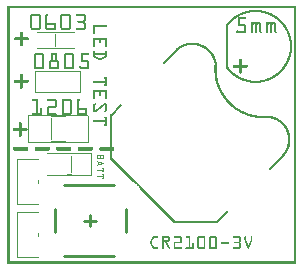
<source format=gto>
G04 MADE WITH FRITZING*
G04 WWW.FRITZING.ORG*
G04 DOUBLE SIDED*
G04 HOLES PLATED*
G04 CONTOUR ON CENTER OF CONTOUR VECTOR*
%ASAXBY*%
%FSLAX23Y23*%
%MOIN*%
%OFA0B0*%
%SFA1.0B1.0*%
%ADD10C,0.010000*%
%ADD11C,0.008000*%
%ADD12R,0.001000X0.001000*%
%LNSILK1*%
G90*
G70*
G54D10*
X159Y104D02*
X159Y183D01*
D02*
X355Y25D02*
X188Y25D01*
D02*
X355Y261D02*
X188Y261D01*
D02*
X395Y104D02*
X395Y183D01*
D02*
X277Y124D02*
X277Y163D01*
D02*
X257Y143D02*
X296Y143D01*
G54D11*
D02*
X557Y139D02*
X699Y139D01*
D02*
X699Y139D02*
X734Y175D01*
D02*
X345Y493D02*
X380Y528D01*
D02*
X522Y670D02*
X564Y712D01*
D02*
X875Y316D02*
X918Y358D01*
G54D12*
X0Y859D02*
X963Y859D01*
X0Y858D02*
X963Y858D01*
X0Y857D02*
X963Y857D01*
X0Y856D02*
X963Y856D01*
X0Y855D02*
X963Y855D01*
X0Y854D02*
X963Y854D01*
X0Y853D02*
X963Y853D01*
X0Y852D02*
X963Y852D01*
X0Y851D02*
X7Y851D01*
X956Y851D02*
X963Y851D01*
X0Y850D02*
X7Y850D01*
X956Y850D02*
X963Y850D01*
X0Y849D02*
X7Y849D01*
X956Y849D02*
X963Y849D01*
X0Y848D02*
X7Y848D01*
X956Y848D02*
X963Y848D01*
X0Y847D02*
X7Y847D01*
X956Y847D02*
X963Y847D01*
X0Y846D02*
X7Y846D01*
X826Y846D02*
X829Y846D01*
X956Y846D02*
X963Y846D01*
X0Y845D02*
X7Y845D01*
X812Y845D02*
X843Y845D01*
X956Y845D02*
X963Y845D01*
X0Y844D02*
X7Y844D01*
X805Y844D02*
X849Y844D01*
X956Y844D02*
X963Y844D01*
X0Y843D02*
X7Y843D01*
X801Y843D02*
X854Y843D01*
X956Y843D02*
X963Y843D01*
X0Y842D02*
X7Y842D01*
X797Y842D02*
X858Y842D01*
X956Y842D02*
X963Y842D01*
X0Y841D02*
X7Y841D01*
X793Y841D02*
X862Y841D01*
X956Y841D02*
X963Y841D01*
X0Y840D02*
X7Y840D01*
X790Y840D02*
X865Y840D01*
X956Y840D02*
X963Y840D01*
X0Y839D02*
X7Y839D01*
X787Y839D02*
X868Y839D01*
X956Y839D02*
X963Y839D01*
X0Y838D02*
X7Y838D01*
X784Y838D02*
X814Y838D01*
X840Y838D02*
X871Y838D01*
X956Y838D02*
X963Y838D01*
X0Y837D02*
X7Y837D01*
X781Y837D02*
X807Y837D01*
X847Y837D02*
X873Y837D01*
X956Y837D02*
X963Y837D01*
X0Y836D02*
X7Y836D01*
X779Y836D02*
X802Y836D01*
X852Y836D02*
X875Y836D01*
X956Y836D02*
X963Y836D01*
X0Y835D02*
X7Y835D01*
X777Y835D02*
X798Y835D01*
X856Y835D02*
X878Y835D01*
X956Y835D02*
X963Y835D01*
X0Y834D02*
X7Y834D01*
X775Y834D02*
X794Y834D01*
X860Y834D02*
X880Y834D01*
X956Y834D02*
X963Y834D01*
X0Y833D02*
X7Y833D01*
X84Y833D02*
X105Y833D01*
X130Y833D02*
X134Y833D01*
X184Y833D02*
X204Y833D01*
X230Y833D02*
X254Y833D01*
X773Y833D02*
X791Y833D01*
X863Y833D02*
X882Y833D01*
X956Y833D02*
X963Y833D01*
X0Y832D02*
X7Y832D01*
X81Y832D02*
X107Y832D01*
X128Y832D02*
X136Y832D01*
X181Y832D02*
X207Y832D01*
X228Y832D02*
X257Y832D01*
X771Y832D02*
X788Y832D01*
X866Y832D02*
X884Y832D01*
X956Y832D02*
X963Y832D01*
X0Y831D02*
X7Y831D01*
X79Y831D02*
X109Y831D01*
X128Y831D02*
X136Y831D01*
X179Y831D02*
X209Y831D01*
X228Y831D02*
X259Y831D01*
X769Y831D02*
X785Y831D01*
X868Y831D02*
X886Y831D01*
X956Y831D02*
X963Y831D01*
X0Y830D02*
X7Y830D01*
X79Y830D02*
X110Y830D01*
X127Y830D02*
X137Y830D01*
X179Y830D02*
X210Y830D01*
X227Y830D02*
X260Y830D01*
X767Y830D02*
X783Y830D01*
X871Y830D02*
X887Y830D01*
X956Y830D02*
X963Y830D01*
X0Y829D02*
X7Y829D01*
X78Y829D02*
X110Y829D01*
X127Y829D02*
X137Y829D01*
X178Y829D02*
X210Y829D01*
X227Y829D02*
X260Y829D01*
X765Y829D02*
X781Y829D01*
X873Y829D02*
X889Y829D01*
X956Y829D02*
X963Y829D01*
X0Y828D02*
X7Y828D01*
X78Y828D02*
X111Y828D01*
X127Y828D02*
X136Y828D01*
X178Y828D02*
X211Y828D01*
X228Y828D02*
X261Y828D01*
X764Y828D02*
X778Y828D01*
X875Y828D02*
X891Y828D01*
X956Y828D02*
X963Y828D01*
X0Y827D02*
X7Y827D01*
X77Y827D02*
X111Y827D01*
X127Y827D02*
X136Y827D01*
X177Y827D02*
X211Y827D01*
X228Y827D02*
X261Y827D01*
X762Y827D02*
X776Y827D01*
X877Y827D02*
X892Y827D01*
X956Y827D02*
X963Y827D01*
X0Y826D02*
X7Y826D01*
X77Y826D02*
X84Y826D01*
X104Y826D02*
X111Y826D01*
X127Y826D02*
X134Y826D01*
X177Y826D02*
X184Y826D01*
X204Y826D02*
X211Y826D01*
X254Y826D02*
X261Y826D01*
X760Y826D02*
X774Y826D01*
X879Y826D02*
X894Y826D01*
X956Y826D02*
X963Y826D01*
X0Y825D02*
X7Y825D01*
X77Y825D02*
X83Y825D01*
X105Y825D02*
X111Y825D01*
X127Y825D02*
X133Y825D01*
X177Y825D02*
X183Y825D01*
X205Y825D02*
X211Y825D01*
X255Y825D02*
X261Y825D01*
X759Y825D02*
X772Y825D01*
X881Y825D02*
X895Y825D01*
X956Y825D02*
X963Y825D01*
X0Y824D02*
X7Y824D01*
X77Y824D02*
X83Y824D01*
X105Y824D02*
X111Y824D01*
X127Y824D02*
X133Y824D01*
X177Y824D02*
X183Y824D01*
X205Y824D02*
X211Y824D01*
X255Y824D02*
X261Y824D01*
X757Y824D02*
X771Y824D01*
X883Y824D02*
X897Y824D01*
X956Y824D02*
X963Y824D01*
X0Y823D02*
X7Y823D01*
X77Y823D02*
X83Y823D01*
X105Y823D02*
X111Y823D01*
X127Y823D02*
X133Y823D01*
X177Y823D02*
X183Y823D01*
X205Y823D02*
X211Y823D01*
X255Y823D02*
X261Y823D01*
X756Y823D02*
X769Y823D01*
X885Y823D02*
X898Y823D01*
X956Y823D02*
X963Y823D01*
X0Y822D02*
X7Y822D01*
X77Y822D02*
X83Y822D01*
X105Y822D02*
X111Y822D01*
X127Y822D02*
X133Y822D01*
X177Y822D02*
X183Y822D01*
X205Y822D02*
X211Y822D01*
X255Y822D02*
X261Y822D01*
X755Y822D02*
X767Y822D01*
X887Y822D02*
X900Y822D01*
X956Y822D02*
X963Y822D01*
X0Y821D02*
X7Y821D01*
X77Y821D02*
X83Y821D01*
X105Y821D02*
X111Y821D01*
X127Y821D02*
X133Y821D01*
X177Y821D02*
X183Y821D01*
X205Y821D02*
X211Y821D01*
X255Y821D02*
X261Y821D01*
X753Y821D02*
X766Y821D01*
X769Y821D02*
X794Y821D01*
X888Y821D02*
X901Y821D01*
X956Y821D02*
X963Y821D01*
X0Y820D02*
X7Y820D01*
X77Y820D02*
X83Y820D01*
X105Y820D02*
X111Y820D01*
X127Y820D02*
X133Y820D01*
X177Y820D02*
X183Y820D01*
X205Y820D02*
X211Y820D01*
X255Y820D02*
X261Y820D01*
X752Y820D02*
X764Y820D01*
X769Y820D02*
X795Y820D01*
X890Y820D02*
X902Y820D01*
X956Y820D02*
X963Y820D01*
X0Y819D02*
X7Y819D01*
X77Y819D02*
X83Y819D01*
X105Y819D02*
X111Y819D01*
X127Y819D02*
X133Y819D01*
X177Y819D02*
X183Y819D01*
X205Y819D02*
X211Y819D01*
X255Y819D02*
X261Y819D01*
X751Y819D02*
X763Y819D01*
X769Y819D02*
X796Y819D01*
X891Y819D02*
X903Y819D01*
X956Y819D02*
X963Y819D01*
X0Y818D02*
X7Y818D01*
X77Y818D02*
X83Y818D01*
X105Y818D02*
X111Y818D01*
X127Y818D02*
X133Y818D01*
X177Y818D02*
X183Y818D01*
X205Y818D02*
X211Y818D01*
X255Y818D02*
X261Y818D01*
X750Y818D02*
X761Y818D01*
X769Y818D02*
X796Y818D01*
X893Y818D02*
X905Y818D01*
X956Y818D02*
X963Y818D01*
X0Y817D02*
X7Y817D01*
X77Y817D02*
X83Y817D01*
X105Y817D02*
X111Y817D01*
X127Y817D02*
X133Y817D01*
X177Y817D02*
X183Y817D01*
X205Y817D02*
X211Y817D01*
X255Y817D02*
X261Y817D01*
X748Y817D02*
X760Y817D01*
X769Y817D02*
X796Y817D01*
X894Y817D02*
X906Y817D01*
X956Y817D02*
X963Y817D01*
X0Y816D02*
X7Y816D01*
X77Y816D02*
X83Y816D01*
X105Y816D02*
X111Y816D01*
X127Y816D02*
X133Y816D01*
X177Y816D02*
X183Y816D01*
X205Y816D02*
X211Y816D01*
X255Y816D02*
X261Y816D01*
X747Y816D02*
X758Y816D01*
X769Y816D02*
X795Y816D01*
X895Y816D02*
X907Y816D01*
X956Y816D02*
X963Y816D01*
X0Y815D02*
X7Y815D01*
X77Y815D02*
X83Y815D01*
X105Y815D02*
X111Y815D01*
X127Y815D02*
X133Y815D01*
X177Y815D02*
X183Y815D01*
X205Y815D02*
X211Y815D01*
X255Y815D02*
X261Y815D01*
X746Y815D02*
X757Y815D01*
X769Y815D02*
X794Y815D01*
X897Y815D02*
X908Y815D01*
X956Y815D02*
X963Y815D01*
X0Y814D02*
X7Y814D01*
X77Y814D02*
X83Y814D01*
X105Y814D02*
X111Y814D01*
X127Y814D02*
X133Y814D01*
X177Y814D02*
X183Y814D01*
X205Y814D02*
X211Y814D01*
X255Y814D02*
X261Y814D01*
X745Y814D02*
X756Y814D01*
X769Y814D02*
X775Y814D01*
X898Y814D02*
X909Y814D01*
X956Y814D02*
X963Y814D01*
X0Y813D02*
X7Y813D01*
X77Y813D02*
X83Y813D01*
X105Y813D02*
X111Y813D01*
X127Y813D02*
X133Y813D01*
X177Y813D02*
X183Y813D01*
X205Y813D02*
X211Y813D01*
X255Y813D02*
X261Y813D01*
X744Y813D02*
X755Y813D01*
X769Y813D02*
X775Y813D01*
X899Y813D02*
X910Y813D01*
X956Y813D02*
X963Y813D01*
X0Y812D02*
X7Y812D01*
X77Y812D02*
X83Y812D01*
X105Y812D02*
X111Y812D01*
X127Y812D02*
X133Y812D01*
X177Y812D02*
X183Y812D01*
X205Y812D02*
X211Y812D01*
X255Y812D02*
X261Y812D01*
X743Y812D02*
X753Y812D01*
X769Y812D02*
X775Y812D01*
X901Y812D02*
X911Y812D01*
X956Y812D02*
X963Y812D01*
X0Y811D02*
X7Y811D01*
X77Y811D02*
X83Y811D01*
X105Y811D02*
X111Y811D01*
X127Y811D02*
X133Y811D01*
X177Y811D02*
X183Y811D01*
X205Y811D02*
X211Y811D01*
X254Y811D02*
X261Y811D01*
X742Y811D02*
X752Y811D01*
X769Y811D02*
X775Y811D01*
X902Y811D02*
X912Y811D01*
X956Y811D02*
X963Y811D01*
X0Y810D02*
X7Y810D01*
X77Y810D02*
X83Y810D01*
X105Y810D02*
X111Y810D01*
X127Y810D02*
X133Y810D01*
X177Y810D02*
X183Y810D01*
X205Y810D02*
X211Y810D01*
X253Y810D02*
X260Y810D01*
X741Y810D02*
X751Y810D01*
X769Y810D02*
X775Y810D01*
X903Y810D02*
X913Y810D01*
X956Y810D02*
X963Y810D01*
X0Y809D02*
X7Y809D01*
X77Y809D02*
X83Y809D01*
X105Y809D02*
X111Y809D01*
X127Y809D02*
X133Y809D01*
X177Y809D02*
X183Y809D01*
X205Y809D02*
X211Y809D01*
X236Y809D02*
X260Y809D01*
X740Y809D02*
X750Y809D01*
X769Y809D02*
X775Y809D01*
X904Y809D02*
X914Y809D01*
X956Y809D02*
X963Y809D01*
X0Y808D02*
X7Y808D01*
X77Y808D02*
X83Y808D01*
X105Y808D02*
X111Y808D01*
X127Y808D02*
X133Y808D01*
X177Y808D02*
X183Y808D01*
X205Y808D02*
X211Y808D01*
X235Y808D02*
X260Y808D01*
X739Y808D02*
X749Y808D01*
X769Y808D02*
X775Y808D01*
X905Y808D02*
X915Y808D01*
X956Y808D02*
X963Y808D01*
X0Y807D02*
X7Y807D01*
X77Y807D02*
X83Y807D01*
X105Y807D02*
X111Y807D01*
X127Y807D02*
X133Y807D01*
X177Y807D02*
X183Y807D01*
X205Y807D02*
X211Y807D01*
X234Y807D02*
X259Y807D01*
X738Y807D02*
X748Y807D01*
X769Y807D02*
X775Y807D01*
X906Y807D02*
X916Y807D01*
X956Y807D02*
X963Y807D01*
X0Y806D02*
X7Y806D01*
X77Y806D02*
X83Y806D01*
X105Y806D02*
X111Y806D01*
X127Y806D02*
X133Y806D01*
X177Y806D02*
X183Y806D01*
X205Y806D02*
X211Y806D01*
X234Y806D02*
X258Y806D01*
X737Y806D02*
X747Y806D01*
X769Y806D02*
X775Y806D01*
X813Y806D02*
X817Y806D01*
X821Y806D02*
X827Y806D01*
X835Y806D02*
X840Y806D01*
X863Y806D02*
X867Y806D01*
X871Y806D02*
X877Y806D01*
X885Y806D02*
X890Y806D01*
X907Y806D02*
X917Y806D01*
X956Y806D02*
X963Y806D01*
X0Y805D02*
X7Y805D01*
X77Y805D02*
X83Y805D01*
X105Y805D02*
X111Y805D01*
X127Y805D02*
X133Y805D01*
X177Y805D02*
X183Y805D01*
X205Y805D02*
X211Y805D01*
X234Y805D02*
X259Y805D01*
X736Y805D02*
X746Y805D01*
X769Y805D02*
X775Y805D01*
X812Y805D02*
X817Y805D01*
X820Y805D02*
X829Y805D01*
X833Y805D02*
X842Y805D01*
X862Y805D02*
X867Y805D01*
X870Y805D02*
X879Y805D01*
X883Y805D02*
X892Y805D01*
X908Y805D02*
X918Y805D01*
X956Y805D02*
X963Y805D01*
X0Y804D02*
X7Y804D01*
X77Y804D02*
X83Y804D01*
X105Y804D02*
X111Y804D01*
X127Y804D02*
X133Y804D01*
X177Y804D02*
X183Y804D01*
X205Y804D02*
X211Y804D01*
X235Y804D02*
X259Y804D01*
X735Y804D02*
X745Y804D01*
X769Y804D02*
X775Y804D01*
X812Y804D02*
X830Y804D01*
X832Y804D02*
X843Y804D01*
X862Y804D02*
X880Y804D01*
X882Y804D02*
X893Y804D01*
X909Y804D02*
X919Y804D01*
X956Y804D02*
X963Y804D01*
X0Y803D02*
X7Y803D01*
X77Y803D02*
X83Y803D01*
X105Y803D02*
X111Y803D01*
X127Y803D02*
X159Y803D01*
X177Y803D02*
X183Y803D01*
X205Y803D02*
X211Y803D01*
X236Y803D02*
X260Y803D01*
X734Y803D02*
X744Y803D01*
X769Y803D02*
X775Y803D01*
X812Y803D02*
X844Y803D01*
X862Y803D02*
X894Y803D01*
X910Y803D02*
X920Y803D01*
X956Y803D02*
X963Y803D01*
X0Y802D02*
X7Y802D01*
X77Y802D02*
X83Y802D01*
X105Y802D02*
X111Y802D01*
X127Y802D02*
X160Y802D01*
X177Y802D02*
X183Y802D01*
X205Y802D02*
X211Y802D01*
X253Y802D02*
X260Y802D01*
X734Y802D02*
X743Y802D01*
X769Y802D02*
X775Y802D01*
X812Y802D02*
X845Y802D01*
X862Y802D02*
X895Y802D01*
X911Y802D02*
X921Y802D01*
X956Y802D02*
X963Y802D01*
X0Y801D02*
X7Y801D01*
X77Y801D02*
X83Y801D01*
X105Y801D02*
X111Y801D01*
X127Y801D02*
X161Y801D01*
X177Y801D02*
X183Y801D01*
X205Y801D02*
X211Y801D01*
X254Y801D02*
X261Y801D01*
X733Y801D02*
X742Y801D01*
X769Y801D02*
X775Y801D01*
X812Y801D02*
X845Y801D01*
X862Y801D02*
X895Y801D01*
X912Y801D02*
X921Y801D01*
X956Y801D02*
X963Y801D01*
X0Y800D02*
X7Y800D01*
X77Y800D02*
X83Y800D01*
X105Y800D02*
X111Y800D01*
X127Y800D02*
X161Y800D01*
X177Y800D02*
X183Y800D01*
X205Y800D02*
X211Y800D01*
X255Y800D02*
X261Y800D01*
X732Y800D02*
X741Y800D01*
X769Y800D02*
X775Y800D01*
X812Y800D02*
X845Y800D01*
X862Y800D02*
X895Y800D01*
X913Y800D02*
X922Y800D01*
X956Y800D02*
X963Y800D01*
X0Y799D02*
X7Y799D01*
X77Y799D02*
X83Y799D01*
X105Y799D02*
X111Y799D01*
X127Y799D02*
X161Y799D01*
X177Y799D02*
X183Y799D01*
X205Y799D02*
X211Y799D01*
X255Y799D02*
X261Y799D01*
X731Y799D02*
X740Y799D01*
X769Y799D02*
X775Y799D01*
X812Y799D02*
X822Y799D01*
X826Y799D02*
X836Y799D01*
X839Y799D02*
X846Y799D01*
X862Y799D02*
X872Y799D01*
X876Y799D02*
X886Y799D01*
X889Y799D02*
X895Y799D01*
X914Y799D02*
X923Y799D01*
X956Y799D02*
X963Y799D01*
X0Y798D02*
X7Y798D01*
X77Y798D02*
X83Y798D01*
X105Y798D02*
X111Y798D01*
X127Y798D02*
X161Y798D01*
X177Y798D02*
X183Y798D01*
X205Y798D02*
X211Y798D01*
X255Y798D02*
X261Y798D01*
X730Y798D02*
X739Y798D01*
X769Y798D02*
X789Y798D01*
X812Y798D02*
X821Y798D01*
X826Y798D02*
X835Y798D01*
X840Y798D02*
X846Y798D01*
X862Y798D02*
X871Y798D01*
X876Y798D02*
X885Y798D01*
X890Y798D02*
X896Y798D01*
X915Y798D02*
X924Y798D01*
X956Y798D02*
X963Y798D01*
X0Y797D02*
X7Y797D01*
X77Y797D02*
X83Y797D01*
X105Y797D02*
X111Y797D01*
X127Y797D02*
X161Y797D01*
X177Y797D02*
X183Y797D01*
X205Y797D02*
X211Y797D01*
X255Y797D02*
X261Y797D01*
X730Y797D02*
X739Y797D01*
X769Y797D02*
X793Y797D01*
X812Y797D02*
X820Y797D01*
X826Y797D02*
X834Y797D01*
X840Y797D02*
X846Y797D01*
X862Y797D02*
X870Y797D01*
X876Y797D02*
X884Y797D01*
X890Y797D02*
X896Y797D01*
X916Y797D02*
X924Y797D01*
X956Y797D02*
X963Y797D01*
X0Y796D02*
X7Y796D01*
X77Y796D02*
X83Y796D01*
X105Y796D02*
X111Y796D01*
X127Y796D02*
X133Y796D01*
X155Y796D02*
X161Y796D01*
X177Y796D02*
X183Y796D01*
X205Y796D02*
X211Y796D01*
X255Y796D02*
X261Y796D01*
X286Y796D02*
X329Y796D01*
X729Y796D02*
X738Y796D01*
X769Y796D02*
X794Y796D01*
X812Y796D02*
X819Y796D01*
X826Y796D02*
X833Y796D01*
X840Y796D02*
X846Y796D01*
X862Y796D02*
X869Y796D01*
X876Y796D02*
X883Y796D01*
X890Y796D02*
X896Y796D01*
X916Y796D02*
X925Y796D01*
X956Y796D02*
X963Y796D01*
X0Y795D02*
X7Y795D01*
X77Y795D02*
X83Y795D01*
X105Y795D02*
X111Y795D01*
X127Y795D02*
X133Y795D01*
X155Y795D02*
X161Y795D01*
X177Y795D02*
X183Y795D01*
X205Y795D02*
X211Y795D01*
X255Y795D02*
X261Y795D01*
X285Y795D02*
X331Y795D01*
X729Y795D02*
X737Y795D01*
X769Y795D02*
X795Y795D01*
X812Y795D02*
X818Y795D01*
X826Y795D02*
X832Y795D01*
X840Y795D02*
X846Y795D01*
X862Y795D02*
X868Y795D01*
X876Y795D02*
X882Y795D01*
X890Y795D02*
X896Y795D01*
X917Y795D02*
X926Y795D01*
X956Y795D02*
X963Y795D01*
X0Y794D02*
X7Y794D01*
X77Y794D02*
X83Y794D01*
X105Y794D02*
X111Y794D01*
X127Y794D02*
X133Y794D01*
X155Y794D02*
X161Y794D01*
X177Y794D02*
X183Y794D01*
X205Y794D02*
X211Y794D01*
X255Y794D02*
X261Y794D01*
X285Y794D02*
X331Y794D01*
X729Y794D02*
X736Y794D01*
X769Y794D02*
X795Y794D01*
X812Y794D02*
X818Y794D01*
X826Y794D02*
X832Y794D01*
X840Y794D02*
X846Y794D01*
X862Y794D02*
X868Y794D01*
X876Y794D02*
X882Y794D01*
X890Y794D02*
X896Y794D01*
X918Y794D02*
X927Y794D01*
X956Y794D02*
X963Y794D01*
X0Y793D02*
X7Y793D01*
X77Y793D02*
X83Y793D01*
X105Y793D02*
X111Y793D01*
X127Y793D02*
X133Y793D01*
X155Y793D02*
X161Y793D01*
X177Y793D02*
X183Y793D01*
X205Y793D02*
X211Y793D01*
X255Y793D02*
X261Y793D01*
X285Y793D02*
X331Y793D01*
X729Y793D02*
X736Y793D01*
X769Y793D02*
X796Y793D01*
X812Y793D02*
X818Y793D01*
X826Y793D02*
X832Y793D01*
X840Y793D02*
X846Y793D01*
X862Y793D02*
X868Y793D01*
X876Y793D02*
X882Y793D01*
X890Y793D02*
X896Y793D01*
X919Y793D02*
X927Y793D01*
X956Y793D02*
X963Y793D01*
X0Y792D02*
X7Y792D01*
X77Y792D02*
X83Y792D01*
X105Y792D02*
X111Y792D01*
X127Y792D02*
X133Y792D01*
X155Y792D02*
X161Y792D01*
X177Y792D02*
X183Y792D01*
X205Y792D02*
X211Y792D01*
X255Y792D02*
X261Y792D01*
X285Y792D02*
X331Y792D01*
X729Y792D02*
X736Y792D01*
X769Y792D02*
X796Y792D01*
X812Y792D02*
X818Y792D01*
X826Y792D02*
X832Y792D01*
X840Y792D02*
X846Y792D01*
X862Y792D02*
X868Y792D01*
X876Y792D02*
X882Y792D01*
X890Y792D02*
X896Y792D01*
X920Y792D02*
X928Y792D01*
X956Y792D02*
X963Y792D01*
X0Y791D02*
X7Y791D01*
X77Y791D02*
X83Y791D01*
X105Y791D02*
X111Y791D01*
X127Y791D02*
X133Y791D01*
X155Y791D02*
X161Y791D01*
X177Y791D02*
X183Y791D01*
X205Y791D02*
X211Y791D01*
X255Y791D02*
X261Y791D01*
X285Y791D02*
X331Y791D01*
X729Y791D02*
X736Y791D01*
X790Y791D02*
X796Y791D01*
X812Y791D02*
X818Y791D01*
X826Y791D02*
X832Y791D01*
X840Y791D02*
X846Y791D01*
X862Y791D02*
X868Y791D01*
X876Y791D02*
X882Y791D01*
X890Y791D02*
X896Y791D01*
X920Y791D02*
X929Y791D01*
X956Y791D02*
X963Y791D01*
X0Y790D02*
X7Y790D01*
X77Y790D02*
X83Y790D01*
X105Y790D02*
X111Y790D01*
X127Y790D02*
X133Y790D01*
X155Y790D02*
X161Y790D01*
X177Y790D02*
X183Y790D01*
X205Y790D02*
X211Y790D01*
X255Y790D02*
X261Y790D01*
X285Y790D02*
X329Y790D01*
X729Y790D02*
X736Y790D01*
X790Y790D02*
X796Y790D01*
X812Y790D02*
X818Y790D01*
X826Y790D02*
X832Y790D01*
X840Y790D02*
X846Y790D01*
X862Y790D02*
X868Y790D01*
X876Y790D02*
X882Y790D01*
X890Y790D02*
X896Y790D01*
X921Y790D02*
X929Y790D01*
X956Y790D02*
X963Y790D01*
X0Y789D02*
X7Y789D01*
X77Y789D02*
X83Y789D01*
X105Y789D02*
X111Y789D01*
X127Y789D02*
X133Y789D01*
X155Y789D02*
X161Y789D01*
X177Y789D02*
X183Y789D01*
X205Y789D02*
X211Y789D01*
X255Y789D02*
X261Y789D01*
X285Y789D02*
X290Y789D01*
X729Y789D02*
X736Y789D01*
X790Y789D02*
X796Y789D01*
X812Y789D02*
X818Y789D01*
X826Y789D02*
X832Y789D01*
X840Y789D02*
X846Y789D01*
X862Y789D02*
X868Y789D01*
X876Y789D02*
X882Y789D01*
X890Y789D02*
X896Y789D01*
X922Y789D02*
X930Y789D01*
X956Y789D02*
X963Y789D01*
X0Y788D02*
X7Y788D01*
X77Y788D02*
X83Y788D01*
X105Y788D02*
X111Y788D01*
X127Y788D02*
X133Y788D01*
X155Y788D02*
X161Y788D01*
X177Y788D02*
X183Y788D01*
X205Y788D02*
X211Y788D01*
X255Y788D02*
X261Y788D01*
X285Y788D02*
X290Y788D01*
X729Y788D02*
X736Y788D01*
X790Y788D02*
X796Y788D01*
X812Y788D02*
X818Y788D01*
X826Y788D02*
X832Y788D01*
X840Y788D02*
X846Y788D01*
X862Y788D02*
X868Y788D01*
X876Y788D02*
X882Y788D01*
X890Y788D02*
X896Y788D01*
X922Y788D02*
X930Y788D01*
X956Y788D02*
X963Y788D01*
X0Y787D02*
X7Y787D01*
X77Y787D02*
X83Y787D01*
X105Y787D02*
X111Y787D01*
X127Y787D02*
X133Y787D01*
X155Y787D02*
X161Y787D01*
X177Y787D02*
X183Y787D01*
X205Y787D02*
X211Y787D01*
X255Y787D02*
X261Y787D01*
X285Y787D02*
X290Y787D01*
X729Y787D02*
X736Y787D01*
X790Y787D02*
X796Y787D01*
X812Y787D02*
X818Y787D01*
X826Y787D02*
X832Y787D01*
X840Y787D02*
X846Y787D01*
X862Y787D02*
X868Y787D01*
X876Y787D02*
X882Y787D01*
X890Y787D02*
X896Y787D01*
X923Y787D02*
X931Y787D01*
X956Y787D02*
X963Y787D01*
X0Y786D02*
X7Y786D01*
X77Y786D02*
X84Y786D01*
X105Y786D02*
X111Y786D01*
X127Y786D02*
X134Y786D01*
X154Y786D02*
X161Y786D01*
X177Y786D02*
X184Y786D01*
X204Y786D02*
X211Y786D01*
X254Y786D02*
X261Y786D01*
X285Y786D02*
X290Y786D01*
X729Y786D02*
X736Y786D01*
X790Y786D02*
X796Y786D01*
X812Y786D02*
X818Y786D01*
X826Y786D02*
X832Y786D01*
X840Y786D02*
X846Y786D01*
X862Y786D02*
X868Y786D01*
X876Y786D02*
X882Y786D01*
X890Y786D02*
X896Y786D01*
X924Y786D02*
X932Y786D01*
X956Y786D02*
X963Y786D01*
X0Y785D02*
X7Y785D01*
X77Y785D02*
X111Y785D01*
X127Y785D02*
X161Y785D01*
X177Y785D02*
X211Y785D01*
X228Y785D02*
X261Y785D01*
X285Y785D02*
X290Y785D01*
X729Y785D02*
X736Y785D01*
X790Y785D02*
X796Y785D01*
X812Y785D02*
X818Y785D01*
X826Y785D02*
X832Y785D01*
X840Y785D02*
X846Y785D01*
X862Y785D02*
X868Y785D01*
X876Y785D02*
X882Y785D01*
X890Y785D02*
X896Y785D01*
X924Y785D02*
X932Y785D01*
X956Y785D02*
X963Y785D01*
X0Y784D02*
X7Y784D01*
X78Y784D02*
X111Y784D01*
X127Y784D02*
X161Y784D01*
X178Y784D02*
X211Y784D01*
X228Y784D02*
X261Y784D01*
X285Y784D02*
X290Y784D01*
X729Y784D02*
X736Y784D01*
X790Y784D02*
X796Y784D01*
X812Y784D02*
X818Y784D01*
X826Y784D02*
X832Y784D01*
X840Y784D02*
X846Y784D01*
X862Y784D02*
X868Y784D01*
X876Y784D02*
X882Y784D01*
X890Y784D02*
X896Y784D01*
X925Y784D02*
X933Y784D01*
X956Y784D02*
X963Y784D01*
X0Y783D02*
X7Y783D01*
X78Y783D02*
X110Y783D01*
X127Y783D02*
X161Y783D01*
X178Y783D02*
X210Y783D01*
X227Y783D02*
X260Y783D01*
X285Y783D02*
X290Y783D01*
X729Y783D02*
X736Y783D01*
X790Y783D02*
X796Y783D01*
X812Y783D02*
X818Y783D01*
X826Y783D02*
X832Y783D01*
X840Y783D02*
X846Y783D01*
X862Y783D02*
X868Y783D01*
X876Y783D02*
X882Y783D01*
X890Y783D02*
X896Y783D01*
X926Y783D02*
X933Y783D01*
X956Y783D02*
X963Y783D01*
X0Y782D02*
X7Y782D01*
X79Y782D02*
X110Y782D01*
X127Y782D02*
X161Y782D01*
X179Y782D02*
X210Y782D01*
X227Y782D02*
X260Y782D01*
X285Y782D02*
X290Y782D01*
X729Y782D02*
X736Y782D01*
X790Y782D02*
X796Y782D01*
X812Y782D02*
X818Y782D01*
X826Y782D02*
X832Y782D01*
X840Y782D02*
X846Y782D01*
X862Y782D02*
X868Y782D01*
X876Y782D02*
X882Y782D01*
X890Y782D02*
X896Y782D01*
X926Y782D02*
X934Y782D01*
X956Y782D02*
X963Y782D01*
X0Y781D02*
X7Y781D01*
X79Y781D02*
X109Y781D01*
X128Y781D02*
X161Y781D01*
X179Y781D02*
X209Y781D01*
X228Y781D02*
X259Y781D01*
X285Y781D02*
X290Y781D01*
X729Y781D02*
X736Y781D01*
X790Y781D02*
X796Y781D01*
X812Y781D02*
X818Y781D01*
X826Y781D02*
X832Y781D01*
X840Y781D02*
X846Y781D01*
X862Y781D02*
X868Y781D01*
X876Y781D02*
X882Y781D01*
X890Y781D02*
X896Y781D01*
X927Y781D02*
X934Y781D01*
X956Y781D02*
X963Y781D01*
X0Y780D02*
X7Y780D01*
X81Y780D02*
X108Y780D01*
X128Y780D02*
X160Y780D01*
X181Y780D02*
X207Y780D01*
X228Y780D02*
X257Y780D01*
X285Y780D02*
X290Y780D01*
X729Y780D02*
X736Y780D01*
X790Y780D02*
X796Y780D01*
X812Y780D02*
X818Y780D01*
X826Y780D02*
X832Y780D01*
X840Y780D02*
X846Y780D01*
X862Y780D02*
X868Y780D01*
X876Y780D02*
X882Y780D01*
X890Y780D02*
X896Y780D01*
X927Y780D02*
X935Y780D01*
X956Y780D02*
X963Y780D01*
X0Y779D02*
X7Y779D01*
X83Y779D02*
X105Y779D01*
X130Y779D02*
X158Y779D01*
X183Y779D02*
X205Y779D01*
X230Y779D02*
X255Y779D01*
X285Y779D02*
X290Y779D01*
X729Y779D02*
X736Y779D01*
X790Y779D02*
X796Y779D01*
X812Y779D02*
X818Y779D01*
X826Y779D02*
X832Y779D01*
X840Y779D02*
X846Y779D01*
X862Y779D02*
X868Y779D01*
X876Y779D02*
X882Y779D01*
X890Y779D02*
X896Y779D01*
X928Y779D02*
X935Y779D01*
X956Y779D02*
X963Y779D01*
X0Y778D02*
X7Y778D01*
X285Y778D02*
X290Y778D01*
X729Y778D02*
X736Y778D01*
X790Y778D02*
X796Y778D01*
X812Y778D02*
X818Y778D01*
X826Y778D02*
X832Y778D01*
X840Y778D02*
X846Y778D01*
X862Y778D02*
X868Y778D01*
X876Y778D02*
X882Y778D01*
X890Y778D02*
X896Y778D01*
X928Y778D02*
X936Y778D01*
X956Y778D02*
X963Y778D01*
X0Y777D02*
X7Y777D01*
X285Y777D02*
X290Y777D01*
X729Y777D02*
X736Y777D01*
X765Y777D02*
X767Y777D01*
X790Y777D02*
X796Y777D01*
X812Y777D02*
X818Y777D01*
X826Y777D02*
X832Y777D01*
X840Y777D02*
X846Y777D01*
X862Y777D02*
X868Y777D01*
X876Y777D02*
X882Y777D01*
X890Y777D02*
X896Y777D01*
X929Y777D02*
X936Y777D01*
X956Y777D02*
X963Y777D01*
X0Y776D02*
X7Y776D01*
X285Y776D02*
X290Y776D01*
X729Y776D02*
X736Y776D01*
X763Y776D02*
X769Y776D01*
X790Y776D02*
X796Y776D01*
X812Y776D02*
X818Y776D01*
X826Y776D02*
X832Y776D01*
X840Y776D02*
X846Y776D01*
X862Y776D02*
X868Y776D01*
X876Y776D02*
X882Y776D01*
X890Y776D02*
X896Y776D01*
X930Y776D02*
X937Y776D01*
X956Y776D02*
X963Y776D01*
X0Y775D02*
X7Y775D01*
X285Y775D02*
X290Y775D01*
X729Y775D02*
X736Y775D01*
X763Y775D02*
X771Y775D01*
X790Y775D02*
X796Y775D01*
X812Y775D02*
X818Y775D01*
X826Y775D02*
X832Y775D01*
X840Y775D02*
X846Y775D01*
X862Y775D02*
X868Y775D01*
X876Y775D02*
X882Y775D01*
X890Y775D02*
X896Y775D01*
X930Y775D02*
X937Y775D01*
X956Y775D02*
X963Y775D01*
X0Y774D02*
X7Y774D01*
X285Y774D02*
X290Y774D01*
X729Y774D02*
X736Y774D01*
X763Y774D02*
X796Y774D01*
X812Y774D02*
X818Y774D01*
X826Y774D02*
X832Y774D01*
X840Y774D02*
X846Y774D01*
X862Y774D02*
X868Y774D01*
X876Y774D02*
X882Y774D01*
X890Y774D02*
X896Y774D01*
X931Y774D02*
X938Y774D01*
X956Y774D02*
X963Y774D01*
X0Y773D02*
X7Y773D01*
X45Y773D02*
X50Y773D01*
X98Y773D02*
X226Y773D01*
X285Y773D02*
X290Y773D01*
X729Y773D02*
X736Y773D01*
X763Y773D02*
X796Y773D01*
X812Y773D02*
X818Y773D01*
X826Y773D02*
X832Y773D01*
X840Y773D02*
X846Y773D01*
X862Y773D02*
X868Y773D01*
X876Y773D02*
X882Y773D01*
X890Y773D02*
X896Y773D01*
X931Y773D02*
X938Y773D01*
X956Y773D02*
X963Y773D01*
X0Y772D02*
X7Y772D01*
X44Y772D02*
X51Y772D01*
X98Y772D02*
X226Y772D01*
X285Y772D02*
X290Y772D01*
X729Y772D02*
X736Y772D01*
X763Y772D02*
X796Y772D01*
X812Y772D02*
X818Y772D01*
X826Y772D02*
X832Y772D01*
X841Y772D02*
X847Y772D01*
X862Y772D02*
X868Y772D01*
X876Y772D02*
X882Y772D01*
X890Y772D02*
X897Y772D01*
X931Y772D02*
X939Y772D01*
X956Y772D02*
X963Y772D01*
X0Y771D02*
X7Y771D01*
X43Y771D02*
X51Y771D01*
X98Y771D02*
X226Y771D01*
X285Y771D02*
X290Y771D01*
X729Y771D02*
X736Y771D01*
X764Y771D02*
X795Y771D01*
X812Y771D02*
X818Y771D01*
X826Y771D02*
X832Y771D01*
X841Y771D02*
X847Y771D01*
X862Y771D02*
X868Y771D01*
X876Y771D02*
X882Y771D01*
X891Y771D02*
X897Y771D01*
X932Y771D02*
X939Y771D01*
X956Y771D02*
X963Y771D01*
X0Y770D02*
X7Y770D01*
X43Y770D02*
X52Y770D01*
X98Y770D02*
X99Y770D01*
X158Y770D02*
X166Y770D01*
X225Y770D02*
X226Y770D01*
X285Y770D02*
X290Y770D01*
X729Y770D02*
X736Y770D01*
X766Y770D02*
X794Y770D01*
X812Y770D02*
X818Y770D01*
X826Y770D02*
X832Y770D01*
X841Y770D02*
X846Y770D01*
X862Y770D02*
X868Y770D01*
X876Y770D02*
X882Y770D01*
X891Y770D02*
X896Y770D01*
X932Y770D02*
X939Y770D01*
X956Y770D02*
X963Y770D01*
X0Y769D02*
X7Y769D01*
X43Y769D02*
X52Y769D01*
X98Y769D02*
X99Y769D01*
X225Y769D02*
X226Y769D01*
X285Y769D02*
X290Y769D01*
X729Y769D02*
X736Y769D01*
X768Y769D02*
X793Y769D01*
X813Y769D02*
X817Y769D01*
X827Y769D02*
X832Y769D01*
X841Y769D02*
X846Y769D01*
X863Y769D02*
X867Y769D01*
X877Y769D02*
X882Y769D01*
X891Y769D02*
X896Y769D01*
X933Y769D02*
X940Y769D01*
X956Y769D02*
X963Y769D01*
X0Y768D02*
X7Y768D01*
X43Y768D02*
X52Y768D01*
X98Y768D02*
X99Y768D01*
X225Y768D02*
X226Y768D01*
X285Y768D02*
X290Y768D01*
X729Y768D02*
X736Y768D01*
X771Y768D02*
X792Y768D01*
X814Y768D02*
X816Y768D01*
X828Y768D02*
X831Y768D01*
X842Y768D02*
X845Y768D01*
X864Y768D02*
X866Y768D01*
X878Y768D02*
X881Y768D01*
X892Y768D02*
X895Y768D01*
X933Y768D02*
X940Y768D01*
X956Y768D02*
X963Y768D01*
X0Y767D02*
X7Y767D01*
X43Y767D02*
X52Y767D01*
X98Y767D02*
X99Y767D01*
X225Y767D02*
X226Y767D01*
X286Y767D02*
X290Y767D01*
X729Y767D02*
X736Y767D01*
X934Y767D02*
X941Y767D01*
X956Y767D02*
X963Y767D01*
X0Y766D02*
X7Y766D01*
X43Y766D02*
X52Y766D01*
X98Y766D02*
X99Y766D01*
X225Y766D02*
X226Y766D01*
X288Y766D02*
X288Y766D01*
X729Y766D02*
X736Y766D01*
X934Y766D02*
X941Y766D01*
X956Y766D02*
X963Y766D01*
X0Y765D02*
X7Y765D01*
X43Y765D02*
X52Y765D01*
X98Y765D02*
X99Y765D01*
X158Y765D02*
X160Y765D01*
X225Y765D02*
X226Y765D01*
X729Y765D02*
X736Y765D01*
X934Y765D02*
X941Y765D01*
X956Y765D02*
X963Y765D01*
X0Y764D02*
X7Y764D01*
X43Y764D02*
X52Y764D01*
X98Y764D02*
X99Y764D01*
X158Y764D02*
X160Y764D01*
X225Y764D02*
X226Y764D01*
X729Y764D02*
X736Y764D01*
X935Y764D02*
X942Y764D01*
X956Y764D02*
X963Y764D01*
X0Y763D02*
X7Y763D01*
X43Y763D02*
X52Y763D01*
X98Y763D02*
X99Y763D01*
X158Y763D02*
X160Y763D01*
X225Y763D02*
X226Y763D01*
X729Y763D02*
X736Y763D01*
X935Y763D02*
X942Y763D01*
X956Y763D02*
X963Y763D01*
X0Y762D02*
X7Y762D01*
X43Y762D02*
X52Y762D01*
X98Y762D02*
X99Y762D01*
X158Y762D02*
X160Y762D01*
X225Y762D02*
X226Y762D01*
X729Y762D02*
X736Y762D01*
X936Y762D02*
X942Y762D01*
X956Y762D02*
X963Y762D01*
X0Y761D02*
X7Y761D01*
X43Y761D02*
X52Y761D01*
X98Y761D02*
X99Y761D01*
X158Y761D02*
X160Y761D01*
X225Y761D02*
X226Y761D01*
X729Y761D02*
X736Y761D01*
X936Y761D02*
X943Y761D01*
X956Y761D02*
X963Y761D01*
X0Y760D02*
X7Y760D01*
X43Y760D02*
X52Y760D01*
X98Y760D02*
X99Y760D01*
X158Y760D02*
X160Y760D01*
X225Y760D02*
X226Y760D01*
X729Y760D02*
X736Y760D01*
X936Y760D02*
X943Y760D01*
X956Y760D02*
X963Y760D01*
X0Y759D02*
X7Y759D01*
X43Y759D02*
X52Y759D01*
X98Y759D02*
X99Y759D01*
X158Y759D02*
X160Y759D01*
X225Y759D02*
X226Y759D01*
X729Y759D02*
X736Y759D01*
X937Y759D02*
X943Y759D01*
X956Y759D02*
X963Y759D01*
X0Y758D02*
X7Y758D01*
X43Y758D02*
X52Y758D01*
X98Y758D02*
X99Y758D01*
X158Y758D02*
X160Y758D01*
X225Y758D02*
X226Y758D01*
X729Y758D02*
X736Y758D01*
X937Y758D02*
X944Y758D01*
X956Y758D02*
X963Y758D01*
X0Y757D02*
X7Y757D01*
X43Y757D02*
X52Y757D01*
X98Y757D02*
X99Y757D01*
X158Y757D02*
X160Y757D01*
X225Y757D02*
X226Y757D01*
X729Y757D02*
X736Y757D01*
X937Y757D02*
X944Y757D01*
X956Y757D02*
X963Y757D01*
X0Y756D02*
X7Y756D01*
X43Y756D02*
X52Y756D01*
X98Y756D02*
X99Y756D01*
X158Y756D02*
X160Y756D01*
X225Y756D02*
X226Y756D01*
X729Y756D02*
X736Y756D01*
X937Y756D02*
X944Y756D01*
X956Y756D02*
X963Y756D01*
X0Y755D02*
X7Y755D01*
X43Y755D02*
X52Y755D01*
X98Y755D02*
X99Y755D01*
X158Y755D02*
X160Y755D01*
X225Y755D02*
X226Y755D01*
X729Y755D02*
X736Y755D01*
X938Y755D02*
X944Y755D01*
X956Y755D02*
X963Y755D01*
X0Y754D02*
X7Y754D01*
X27Y754D02*
X68Y754D01*
X98Y754D02*
X99Y754D01*
X158Y754D02*
X160Y754D01*
X225Y754D02*
X226Y754D01*
X729Y754D02*
X736Y754D01*
X938Y754D02*
X945Y754D01*
X956Y754D02*
X963Y754D01*
X0Y753D02*
X7Y753D01*
X25Y753D02*
X70Y753D01*
X98Y753D02*
X99Y753D01*
X158Y753D02*
X160Y753D01*
X225Y753D02*
X226Y753D01*
X729Y753D02*
X736Y753D01*
X938Y753D02*
X945Y753D01*
X956Y753D02*
X963Y753D01*
X0Y752D02*
X7Y752D01*
X24Y752D02*
X71Y752D01*
X98Y752D02*
X99Y752D01*
X158Y752D02*
X160Y752D01*
X225Y752D02*
X226Y752D01*
X285Y752D02*
X331Y752D01*
X729Y752D02*
X736Y752D01*
X939Y752D02*
X945Y752D01*
X956Y752D02*
X963Y752D01*
X0Y751D02*
X7Y751D01*
X24Y751D02*
X71Y751D01*
X98Y751D02*
X99Y751D01*
X158Y751D02*
X160Y751D01*
X225Y751D02*
X226Y751D01*
X285Y751D02*
X331Y751D01*
X729Y751D02*
X736Y751D01*
X939Y751D02*
X945Y751D01*
X956Y751D02*
X963Y751D01*
X0Y750D02*
X7Y750D01*
X23Y750D02*
X72Y750D01*
X98Y750D02*
X99Y750D01*
X158Y750D02*
X160Y750D01*
X225Y750D02*
X226Y750D01*
X285Y750D02*
X331Y750D01*
X729Y750D02*
X736Y750D01*
X939Y750D02*
X946Y750D01*
X956Y750D02*
X963Y750D01*
X0Y749D02*
X7Y749D01*
X23Y749D02*
X72Y749D01*
X98Y749D02*
X99Y749D01*
X158Y749D02*
X160Y749D01*
X225Y749D02*
X226Y749D01*
X285Y749D02*
X331Y749D01*
X729Y749D02*
X736Y749D01*
X939Y749D02*
X946Y749D01*
X956Y749D02*
X963Y749D01*
X0Y748D02*
X7Y748D01*
X23Y748D02*
X72Y748D01*
X98Y748D02*
X99Y748D01*
X158Y748D02*
X160Y748D01*
X225Y748D02*
X226Y748D01*
X285Y748D02*
X331Y748D01*
X729Y748D02*
X736Y748D01*
X939Y748D02*
X946Y748D01*
X956Y748D02*
X963Y748D01*
X0Y747D02*
X7Y747D01*
X24Y747D02*
X71Y747D01*
X98Y747D02*
X99Y747D01*
X158Y747D02*
X160Y747D01*
X225Y747D02*
X226Y747D01*
X285Y747D02*
X331Y747D01*
X729Y747D02*
X736Y747D01*
X940Y747D02*
X946Y747D01*
X956Y747D02*
X963Y747D01*
X0Y746D02*
X7Y746D01*
X24Y746D02*
X71Y746D01*
X98Y746D02*
X99Y746D01*
X158Y746D02*
X160Y746D01*
X225Y746D02*
X226Y746D01*
X285Y746D02*
X290Y746D01*
X306Y746D02*
X311Y746D01*
X326Y746D02*
X331Y746D01*
X729Y746D02*
X736Y746D01*
X940Y746D02*
X946Y746D01*
X956Y746D02*
X963Y746D01*
X0Y745D02*
X7Y745D01*
X25Y745D02*
X70Y745D01*
X98Y745D02*
X99Y745D01*
X158Y745D02*
X160Y745D01*
X225Y745D02*
X226Y745D01*
X285Y745D02*
X290Y745D01*
X306Y745D02*
X311Y745D01*
X326Y745D02*
X331Y745D01*
X729Y745D02*
X736Y745D01*
X940Y745D02*
X946Y745D01*
X956Y745D02*
X963Y745D01*
X0Y744D02*
X7Y744D01*
X43Y744D02*
X52Y744D01*
X98Y744D02*
X99Y744D01*
X158Y744D02*
X160Y744D01*
X225Y744D02*
X226Y744D01*
X285Y744D02*
X290Y744D01*
X306Y744D02*
X311Y744D01*
X326Y744D02*
X331Y744D01*
X729Y744D02*
X736Y744D01*
X940Y744D02*
X947Y744D01*
X956Y744D02*
X963Y744D01*
X0Y743D02*
X7Y743D01*
X43Y743D02*
X52Y743D01*
X98Y743D02*
X99Y743D01*
X158Y743D02*
X160Y743D01*
X225Y743D02*
X226Y743D01*
X285Y743D02*
X290Y743D01*
X306Y743D02*
X311Y743D01*
X326Y743D02*
X331Y743D01*
X729Y743D02*
X736Y743D01*
X940Y743D02*
X947Y743D01*
X956Y743D02*
X963Y743D01*
X0Y742D02*
X7Y742D01*
X43Y742D02*
X52Y742D01*
X98Y742D02*
X99Y742D01*
X158Y742D02*
X160Y742D01*
X225Y742D02*
X226Y742D01*
X285Y742D02*
X290Y742D01*
X306Y742D02*
X311Y742D01*
X326Y742D02*
X331Y742D01*
X729Y742D02*
X736Y742D01*
X941Y742D02*
X947Y742D01*
X956Y742D02*
X963Y742D01*
X0Y741D02*
X7Y741D01*
X43Y741D02*
X52Y741D01*
X98Y741D02*
X99Y741D01*
X158Y741D02*
X160Y741D01*
X225Y741D02*
X226Y741D01*
X285Y741D02*
X290Y741D01*
X306Y741D02*
X311Y741D01*
X326Y741D02*
X331Y741D01*
X729Y741D02*
X736Y741D01*
X941Y741D02*
X947Y741D01*
X956Y741D02*
X963Y741D01*
X0Y740D02*
X7Y740D01*
X43Y740D02*
X52Y740D01*
X98Y740D02*
X99Y740D01*
X158Y740D02*
X160Y740D01*
X225Y740D02*
X226Y740D01*
X285Y740D02*
X290Y740D01*
X306Y740D02*
X311Y740D01*
X326Y740D02*
X331Y740D01*
X729Y740D02*
X736Y740D01*
X941Y740D02*
X947Y740D01*
X956Y740D02*
X963Y740D01*
X0Y739D02*
X7Y739D01*
X43Y739D02*
X52Y739D01*
X98Y739D02*
X99Y739D01*
X158Y739D02*
X160Y739D01*
X225Y739D02*
X226Y739D01*
X285Y739D02*
X290Y739D01*
X306Y739D02*
X311Y739D01*
X326Y739D02*
X331Y739D01*
X729Y739D02*
X736Y739D01*
X941Y739D02*
X947Y739D01*
X956Y739D02*
X963Y739D01*
X0Y738D02*
X7Y738D01*
X43Y738D02*
X52Y738D01*
X98Y738D02*
X99Y738D01*
X158Y738D02*
X160Y738D01*
X225Y738D02*
X226Y738D01*
X285Y738D02*
X290Y738D01*
X306Y738D02*
X311Y738D01*
X326Y738D02*
X331Y738D01*
X729Y738D02*
X736Y738D01*
X941Y738D02*
X947Y738D01*
X956Y738D02*
X963Y738D01*
X0Y737D02*
X7Y737D01*
X43Y737D02*
X52Y737D01*
X98Y737D02*
X99Y737D01*
X158Y737D02*
X160Y737D01*
X225Y737D02*
X226Y737D01*
X285Y737D02*
X290Y737D01*
X306Y737D02*
X311Y737D01*
X326Y737D02*
X331Y737D01*
X729Y737D02*
X736Y737D01*
X941Y737D02*
X948Y737D01*
X956Y737D02*
X963Y737D01*
X0Y736D02*
X7Y736D01*
X43Y736D02*
X52Y736D01*
X98Y736D02*
X99Y736D01*
X158Y736D02*
X160Y736D01*
X225Y736D02*
X226Y736D01*
X285Y736D02*
X290Y736D01*
X306Y736D02*
X311Y736D01*
X326Y736D02*
X331Y736D01*
X607Y736D02*
X627Y736D01*
X729Y736D02*
X736Y736D01*
X941Y736D02*
X948Y736D01*
X956Y736D02*
X963Y736D01*
X0Y735D02*
X7Y735D01*
X43Y735D02*
X52Y735D01*
X98Y735D02*
X99Y735D01*
X158Y735D02*
X160Y735D01*
X225Y735D02*
X226Y735D01*
X285Y735D02*
X290Y735D01*
X307Y735D02*
X310Y735D01*
X326Y735D02*
X331Y735D01*
X601Y735D02*
X633Y735D01*
X729Y735D02*
X736Y735D01*
X941Y735D02*
X948Y735D01*
X956Y735D02*
X963Y735D01*
X0Y734D02*
X7Y734D01*
X43Y734D02*
X52Y734D01*
X98Y734D02*
X99Y734D01*
X158Y734D02*
X160Y734D01*
X225Y734D02*
X226Y734D01*
X285Y734D02*
X290Y734D01*
X326Y734D02*
X331Y734D01*
X596Y734D02*
X637Y734D01*
X729Y734D02*
X736Y734D01*
X942Y734D02*
X948Y734D01*
X956Y734D02*
X963Y734D01*
X0Y733D02*
X7Y733D01*
X43Y733D02*
X52Y733D01*
X98Y733D02*
X99Y733D01*
X158Y733D02*
X160Y733D01*
X225Y733D02*
X226Y733D01*
X285Y733D02*
X290Y733D01*
X326Y733D02*
X331Y733D01*
X593Y733D02*
X641Y733D01*
X729Y733D02*
X736Y733D01*
X942Y733D02*
X948Y733D01*
X956Y733D02*
X963Y733D01*
X0Y732D02*
X7Y732D01*
X43Y732D02*
X52Y732D01*
X98Y732D02*
X99Y732D01*
X158Y732D02*
X160Y732D01*
X225Y732D02*
X226Y732D01*
X285Y732D02*
X290Y732D01*
X326Y732D02*
X331Y732D01*
X590Y732D02*
X644Y732D01*
X729Y732D02*
X736Y732D01*
X942Y732D02*
X948Y732D01*
X956Y732D02*
X963Y732D01*
X0Y731D02*
X7Y731D01*
X43Y731D02*
X52Y731D01*
X98Y731D02*
X99Y731D01*
X158Y731D02*
X160Y731D01*
X225Y731D02*
X226Y731D01*
X285Y731D02*
X290Y731D01*
X326Y731D02*
X331Y731D01*
X587Y731D02*
X646Y731D01*
X729Y731D02*
X736Y731D01*
X942Y731D02*
X948Y731D01*
X956Y731D02*
X963Y731D01*
X0Y730D02*
X7Y730D01*
X43Y730D02*
X52Y730D01*
X98Y730D02*
X99Y730D01*
X158Y730D02*
X160Y730D01*
X225Y730D02*
X226Y730D01*
X285Y730D02*
X290Y730D01*
X326Y730D02*
X331Y730D01*
X584Y730D02*
X649Y730D01*
X729Y730D02*
X736Y730D01*
X942Y730D02*
X948Y730D01*
X956Y730D02*
X963Y730D01*
X0Y729D02*
X7Y729D01*
X43Y729D02*
X52Y729D01*
X98Y729D02*
X99Y729D01*
X158Y729D02*
X160Y729D01*
X225Y729D02*
X226Y729D01*
X285Y729D02*
X290Y729D01*
X326Y729D02*
X331Y729D01*
X582Y729D02*
X651Y729D01*
X729Y729D02*
X736Y729D01*
X942Y729D02*
X948Y729D01*
X956Y729D02*
X963Y729D01*
X0Y728D02*
X7Y728D01*
X43Y728D02*
X52Y728D01*
X98Y728D02*
X99Y728D01*
X158Y728D02*
X160Y728D01*
X225Y728D02*
X226Y728D01*
X285Y728D02*
X290Y728D01*
X326Y728D02*
X331Y728D01*
X580Y728D02*
X604Y728D01*
X628Y728D02*
X653Y728D01*
X729Y728D02*
X736Y728D01*
X942Y728D02*
X948Y728D01*
X956Y728D02*
X963Y728D01*
X0Y727D02*
X7Y727D01*
X44Y727D02*
X51Y727D01*
X98Y727D02*
X99Y727D01*
X158Y727D02*
X160Y727D01*
X225Y727D02*
X226Y727D01*
X285Y727D02*
X290Y727D01*
X326Y727D02*
X331Y727D01*
X578Y727D02*
X599Y727D01*
X633Y727D02*
X655Y727D01*
X729Y727D02*
X736Y727D01*
X942Y727D02*
X948Y727D01*
X956Y727D02*
X963Y727D01*
X0Y726D02*
X7Y726D01*
X44Y726D02*
X51Y726D01*
X98Y726D02*
X99Y726D01*
X158Y726D02*
X160Y726D01*
X225Y726D02*
X226Y726D01*
X285Y726D02*
X290Y726D01*
X326Y726D02*
X331Y726D01*
X576Y726D02*
X595Y726D01*
X637Y726D02*
X657Y726D01*
X729Y726D02*
X736Y726D01*
X942Y726D02*
X948Y726D01*
X956Y726D02*
X963Y726D01*
X0Y725D02*
X7Y725D01*
X45Y725D02*
X50Y725D01*
X98Y725D02*
X99Y725D01*
X158Y725D02*
X160Y725D01*
X225Y725D02*
X226Y725D01*
X285Y725D02*
X290Y725D01*
X326Y725D02*
X331Y725D01*
X575Y725D02*
X592Y725D01*
X640Y725D02*
X658Y725D01*
X729Y725D02*
X736Y725D01*
X942Y725D02*
X948Y725D01*
X956Y725D02*
X963Y725D01*
X0Y724D02*
X7Y724D01*
X98Y724D02*
X99Y724D01*
X158Y724D02*
X160Y724D01*
X225Y724D02*
X226Y724D01*
X286Y724D02*
X290Y724D01*
X327Y724D02*
X331Y724D01*
X573Y724D02*
X589Y724D01*
X643Y724D02*
X660Y724D01*
X729Y724D02*
X736Y724D01*
X942Y724D02*
X948Y724D01*
X956Y724D02*
X963Y724D01*
X0Y723D02*
X7Y723D01*
X98Y723D02*
X99Y723D01*
X158Y723D02*
X160Y723D01*
X225Y723D02*
X226Y723D01*
X286Y723D02*
X289Y723D01*
X328Y723D02*
X330Y723D01*
X571Y723D02*
X587Y723D01*
X646Y723D02*
X662Y723D01*
X729Y723D02*
X736Y723D01*
X942Y723D02*
X948Y723D01*
X956Y723D02*
X963Y723D01*
X0Y722D02*
X7Y722D01*
X98Y722D02*
X99Y722D01*
X225Y722D02*
X226Y722D01*
X570Y722D02*
X585Y722D01*
X648Y722D02*
X663Y722D01*
X729Y722D02*
X736Y722D01*
X942Y722D02*
X948Y722D01*
X956Y722D02*
X963Y722D01*
X0Y721D02*
X7Y721D01*
X98Y721D02*
X99Y721D01*
X225Y721D02*
X226Y721D01*
X568Y721D02*
X583Y721D01*
X650Y721D02*
X664Y721D01*
X729Y721D02*
X736Y721D01*
X942Y721D02*
X948Y721D01*
X956Y721D02*
X963Y721D01*
X0Y720D02*
X7Y720D01*
X98Y720D02*
X99Y720D01*
X225Y720D02*
X226Y720D01*
X567Y720D02*
X581Y720D01*
X652Y720D02*
X666Y720D01*
X729Y720D02*
X736Y720D01*
X942Y720D02*
X948Y720D01*
X956Y720D02*
X963Y720D01*
X0Y719D02*
X7Y719D01*
X98Y719D02*
X99Y719D01*
X225Y719D02*
X226Y719D01*
X566Y719D02*
X579Y719D01*
X654Y719D02*
X667Y719D01*
X729Y719D02*
X736Y719D01*
X942Y719D02*
X948Y719D01*
X956Y719D02*
X963Y719D01*
X0Y718D02*
X7Y718D01*
X98Y718D02*
X99Y718D01*
X158Y718D02*
X166Y718D01*
X225Y718D02*
X226Y718D01*
X565Y718D02*
X577Y718D01*
X656Y718D02*
X668Y718D01*
X729Y718D02*
X736Y718D01*
X942Y718D02*
X948Y718D01*
X956Y718D02*
X963Y718D01*
X0Y717D02*
X7Y717D01*
X98Y717D02*
X226Y717D01*
X563Y717D02*
X576Y717D01*
X657Y717D02*
X669Y717D01*
X729Y717D02*
X736Y717D01*
X942Y717D02*
X948Y717D01*
X956Y717D02*
X963Y717D01*
X0Y716D02*
X7Y716D01*
X98Y716D02*
X226Y716D01*
X562Y716D02*
X574Y716D01*
X659Y716D02*
X671Y716D01*
X729Y716D02*
X736Y716D01*
X942Y716D02*
X948Y716D01*
X956Y716D02*
X963Y716D01*
X0Y715D02*
X7Y715D01*
X98Y715D02*
X226Y715D01*
X562Y715D02*
X573Y715D01*
X660Y715D02*
X672Y715D01*
X729Y715D02*
X736Y715D01*
X942Y715D02*
X948Y715D01*
X956Y715D02*
X963Y715D01*
X0Y714D02*
X7Y714D01*
X562Y714D02*
X571Y714D01*
X662Y714D02*
X673Y714D01*
X729Y714D02*
X736Y714D01*
X941Y714D02*
X948Y714D01*
X956Y714D02*
X963Y714D01*
X0Y713D02*
X7Y713D01*
X563Y713D02*
X570Y713D01*
X663Y713D02*
X674Y713D01*
X729Y713D02*
X736Y713D01*
X941Y713D02*
X948Y713D01*
X956Y713D02*
X963Y713D01*
X0Y712D02*
X7Y712D01*
X564Y712D02*
X569Y712D01*
X664Y712D02*
X675Y712D01*
X729Y712D02*
X736Y712D01*
X941Y712D02*
X948Y712D01*
X956Y712D02*
X963Y712D01*
X0Y711D02*
X7Y711D01*
X565Y711D02*
X568Y711D01*
X666Y711D02*
X676Y711D01*
X729Y711D02*
X736Y711D01*
X941Y711D02*
X948Y711D01*
X956Y711D02*
X963Y711D01*
X0Y710D02*
X7Y710D01*
X566Y710D02*
X566Y710D01*
X667Y710D02*
X677Y710D01*
X729Y710D02*
X736Y710D01*
X941Y710D02*
X947Y710D01*
X956Y710D02*
X963Y710D01*
X0Y709D02*
X7Y709D01*
X668Y709D02*
X678Y709D01*
X729Y709D02*
X736Y709D01*
X941Y709D02*
X947Y709D01*
X956Y709D02*
X963Y709D01*
X0Y708D02*
X7Y708D01*
X286Y708D02*
X289Y708D01*
X327Y708D02*
X330Y708D01*
X669Y708D02*
X679Y708D01*
X729Y708D02*
X736Y708D01*
X941Y708D02*
X947Y708D01*
X956Y708D02*
X963Y708D01*
X0Y707D02*
X7Y707D01*
X286Y707D02*
X290Y707D01*
X327Y707D02*
X331Y707D01*
X670Y707D02*
X679Y707D01*
X729Y707D02*
X736Y707D01*
X941Y707D02*
X947Y707D01*
X956Y707D02*
X963Y707D01*
X0Y706D02*
X7Y706D01*
X285Y706D02*
X290Y706D01*
X326Y706D02*
X331Y706D01*
X671Y706D02*
X680Y706D01*
X729Y706D02*
X736Y706D01*
X940Y706D02*
X947Y706D01*
X956Y706D02*
X963Y706D01*
X0Y705D02*
X7Y705D01*
X285Y705D02*
X290Y705D01*
X326Y705D02*
X331Y705D01*
X672Y705D02*
X681Y705D01*
X729Y705D02*
X736Y705D01*
X940Y705D02*
X947Y705D01*
X956Y705D02*
X963Y705D01*
X0Y704D02*
X7Y704D01*
X285Y704D02*
X290Y704D01*
X326Y704D02*
X331Y704D01*
X673Y704D02*
X682Y704D01*
X729Y704D02*
X736Y704D01*
X940Y704D02*
X947Y704D01*
X956Y704D02*
X963Y704D01*
X0Y703D02*
X7Y703D01*
X285Y703D02*
X291Y703D01*
X326Y703D02*
X331Y703D01*
X674Y703D02*
X683Y703D01*
X729Y703D02*
X736Y703D01*
X940Y703D02*
X946Y703D01*
X956Y703D02*
X963Y703D01*
X0Y702D02*
X7Y702D01*
X94Y702D02*
X116Y702D01*
X148Y702D02*
X162Y702D01*
X194Y702D02*
X216Y702D01*
X246Y702D02*
X269Y702D01*
X285Y702D02*
X331Y702D01*
X675Y702D02*
X683Y702D01*
X729Y702D02*
X736Y702D01*
X940Y702D02*
X946Y702D01*
X956Y702D02*
X963Y702D01*
X0Y701D02*
X7Y701D01*
X92Y701D02*
X119Y701D01*
X146Y701D02*
X164Y701D01*
X192Y701D02*
X219Y701D01*
X245Y701D02*
X271Y701D01*
X285Y701D02*
X331Y701D01*
X675Y701D02*
X684Y701D01*
X729Y701D02*
X736Y701D01*
X939Y701D02*
X946Y701D01*
X956Y701D02*
X963Y701D01*
X0Y700D02*
X7Y700D01*
X91Y700D02*
X120Y700D01*
X146Y700D02*
X165Y700D01*
X191Y700D02*
X220Y700D01*
X245Y700D02*
X272Y700D01*
X285Y700D02*
X331Y700D01*
X676Y700D02*
X685Y700D01*
X729Y700D02*
X736Y700D01*
X939Y700D02*
X946Y700D01*
X956Y700D02*
X963Y700D01*
X0Y699D02*
X7Y699D01*
X90Y699D02*
X121Y699D01*
X145Y699D02*
X165Y699D01*
X190Y699D02*
X221Y699D01*
X245Y699D02*
X272Y699D01*
X285Y699D02*
X331Y699D01*
X677Y699D02*
X685Y699D01*
X729Y699D02*
X736Y699D01*
X939Y699D02*
X946Y699D01*
X956Y699D02*
X963Y699D01*
X0Y698D02*
X7Y698D01*
X89Y698D02*
X121Y698D01*
X145Y698D02*
X165Y698D01*
X189Y698D02*
X221Y698D01*
X245Y698D02*
X272Y698D01*
X285Y698D02*
X331Y698D01*
X678Y698D02*
X686Y698D01*
X729Y698D02*
X736Y698D01*
X939Y698D02*
X945Y698D01*
X956Y698D02*
X963Y698D01*
X0Y697D02*
X7Y697D01*
X89Y697D02*
X122Y697D01*
X145Y697D02*
X165Y697D01*
X189Y697D02*
X222Y697D01*
X245Y697D02*
X271Y697D01*
X285Y697D02*
X331Y697D01*
X678Y697D02*
X687Y697D01*
X729Y697D02*
X736Y697D01*
X939Y697D02*
X945Y697D01*
X956Y697D02*
X963Y697D01*
X0Y696D02*
X7Y696D01*
X89Y696D02*
X122Y696D01*
X145Y696D02*
X165Y696D01*
X188Y696D02*
X222Y696D01*
X245Y696D02*
X271Y696D01*
X285Y696D02*
X290Y696D01*
X326Y696D02*
X331Y696D01*
X679Y696D02*
X687Y696D01*
X729Y696D02*
X736Y696D01*
X938Y696D02*
X945Y696D01*
X956Y696D02*
X963Y696D01*
X0Y695D02*
X7Y695D01*
X88Y695D02*
X95Y695D01*
X116Y695D02*
X122Y695D01*
X145Y695D02*
X152Y695D01*
X159Y695D02*
X165Y695D01*
X188Y695D02*
X195Y695D01*
X216Y695D02*
X222Y695D01*
X245Y695D02*
X252Y695D01*
X285Y695D02*
X290Y695D01*
X326Y695D02*
X331Y695D01*
X680Y695D02*
X688Y695D01*
X729Y695D02*
X736Y695D01*
X938Y695D02*
X945Y695D01*
X956Y695D02*
X963Y695D01*
X0Y694D02*
X7Y694D01*
X88Y694D02*
X94Y694D01*
X116Y694D02*
X122Y694D01*
X145Y694D02*
X151Y694D01*
X159Y694D02*
X165Y694D01*
X188Y694D02*
X194Y694D01*
X216Y694D02*
X222Y694D01*
X245Y694D02*
X251Y694D01*
X285Y694D02*
X290Y694D01*
X326Y694D02*
X331Y694D01*
X680Y694D02*
X688Y694D01*
X729Y694D02*
X736Y694D01*
X938Y694D02*
X945Y694D01*
X956Y694D02*
X963Y694D01*
X0Y693D02*
X7Y693D01*
X88Y693D02*
X94Y693D01*
X116Y693D02*
X122Y693D01*
X145Y693D02*
X151Y693D01*
X159Y693D02*
X165Y693D01*
X188Y693D02*
X194Y693D01*
X216Y693D02*
X222Y693D01*
X245Y693D02*
X251Y693D01*
X285Y693D02*
X291Y693D01*
X326Y693D02*
X331Y693D01*
X681Y693D02*
X689Y693D01*
X729Y693D02*
X736Y693D01*
X937Y693D02*
X944Y693D01*
X956Y693D02*
X963Y693D01*
X0Y692D02*
X7Y692D01*
X88Y692D02*
X94Y692D01*
X116Y692D02*
X122Y692D01*
X145Y692D02*
X151Y692D01*
X159Y692D02*
X165Y692D01*
X188Y692D02*
X194Y692D01*
X216Y692D02*
X222Y692D01*
X245Y692D02*
X251Y692D01*
X286Y692D02*
X292Y692D01*
X325Y692D02*
X331Y692D01*
X681Y692D02*
X689Y692D01*
X729Y692D02*
X736Y692D01*
X937Y692D02*
X944Y692D01*
X956Y692D02*
X963Y692D01*
X0Y691D02*
X7Y691D01*
X88Y691D02*
X94Y691D01*
X116Y691D02*
X122Y691D01*
X145Y691D02*
X151Y691D01*
X159Y691D02*
X165Y691D01*
X188Y691D02*
X194Y691D01*
X216Y691D02*
X222Y691D01*
X245Y691D02*
X251Y691D01*
X286Y691D02*
X294Y691D01*
X323Y691D02*
X331Y691D01*
X682Y691D02*
X690Y691D01*
X729Y691D02*
X736Y691D01*
X937Y691D02*
X944Y691D01*
X956Y691D02*
X963Y691D01*
X0Y690D02*
X7Y690D01*
X88Y690D02*
X94Y690D01*
X116Y690D02*
X122Y690D01*
X145Y690D02*
X151Y690D01*
X159Y690D02*
X165Y690D01*
X188Y690D02*
X194Y690D01*
X216Y690D02*
X222Y690D01*
X245Y690D02*
X251Y690D01*
X286Y690D02*
X296Y690D01*
X321Y690D02*
X330Y690D01*
X683Y690D02*
X690Y690D01*
X729Y690D02*
X736Y690D01*
X937Y690D02*
X943Y690D01*
X956Y690D02*
X963Y690D01*
X0Y689D02*
X7Y689D01*
X88Y689D02*
X94Y689D01*
X116Y689D02*
X122Y689D01*
X145Y689D02*
X151Y689D01*
X159Y689D02*
X165Y689D01*
X188Y689D02*
X194Y689D01*
X216Y689D02*
X222Y689D01*
X245Y689D02*
X251Y689D01*
X287Y689D02*
X298Y689D01*
X319Y689D02*
X329Y689D01*
X683Y689D02*
X691Y689D01*
X729Y689D02*
X736Y689D01*
X936Y689D02*
X943Y689D01*
X956Y689D02*
X963Y689D01*
X0Y688D02*
X7Y688D01*
X88Y688D02*
X94Y688D01*
X116Y688D02*
X122Y688D01*
X145Y688D02*
X151Y688D01*
X159Y688D02*
X165Y688D01*
X188Y688D02*
X194Y688D01*
X216Y688D02*
X222Y688D01*
X245Y688D02*
X251Y688D01*
X288Y688D02*
X300Y688D01*
X317Y688D02*
X329Y688D01*
X684Y688D02*
X691Y688D01*
X729Y688D02*
X736Y688D01*
X936Y688D02*
X943Y688D01*
X956Y688D02*
X963Y688D01*
X0Y687D02*
X7Y687D01*
X88Y687D02*
X94Y687D01*
X116Y687D02*
X122Y687D01*
X145Y687D02*
X151Y687D01*
X159Y687D02*
X165Y687D01*
X188Y687D02*
X194Y687D01*
X216Y687D02*
X222Y687D01*
X245Y687D02*
X251Y687D01*
X289Y687D02*
X302Y687D01*
X315Y687D02*
X327Y687D01*
X684Y687D02*
X692Y687D01*
X729Y687D02*
X736Y687D01*
X936Y687D02*
X943Y687D01*
X956Y687D02*
X963Y687D01*
X0Y686D02*
X7Y686D01*
X88Y686D02*
X94Y686D01*
X116Y686D02*
X122Y686D01*
X145Y686D02*
X151Y686D01*
X159Y686D02*
X165Y686D01*
X188Y686D02*
X194Y686D01*
X216Y686D02*
X222Y686D01*
X245Y686D02*
X251Y686D01*
X291Y686D02*
X304Y686D01*
X313Y686D02*
X326Y686D01*
X685Y686D02*
X692Y686D01*
X729Y686D02*
X736Y686D01*
X935Y686D02*
X942Y686D01*
X956Y686D02*
X963Y686D01*
X0Y685D02*
X7Y685D01*
X88Y685D02*
X94Y685D01*
X116Y685D02*
X122Y685D01*
X145Y685D02*
X151Y685D01*
X159Y685D02*
X165Y685D01*
X188Y685D02*
X194Y685D01*
X216Y685D02*
X222Y685D01*
X245Y685D02*
X251Y685D01*
X293Y685D02*
X307Y685D01*
X310Y685D02*
X324Y685D01*
X685Y685D02*
X693Y685D01*
X729Y685D02*
X736Y685D01*
X935Y685D02*
X942Y685D01*
X956Y685D02*
X963Y685D01*
X0Y684D02*
X7Y684D01*
X88Y684D02*
X94Y684D01*
X116Y684D02*
X122Y684D01*
X145Y684D02*
X151Y684D01*
X159Y684D02*
X165Y684D01*
X188Y684D02*
X194Y684D01*
X216Y684D02*
X222Y684D01*
X245Y684D02*
X251Y684D01*
X295Y684D02*
X322Y684D01*
X686Y684D02*
X693Y684D01*
X729Y684D02*
X736Y684D01*
X934Y684D02*
X942Y684D01*
X956Y684D02*
X963Y684D01*
X0Y683D02*
X7Y683D01*
X88Y683D02*
X94Y683D01*
X116Y683D02*
X122Y683D01*
X145Y683D02*
X151Y683D01*
X159Y683D02*
X165Y683D01*
X188Y683D02*
X194Y683D01*
X216Y683D02*
X222Y683D01*
X245Y683D02*
X251Y683D01*
X297Y683D02*
X320Y683D01*
X686Y683D02*
X693Y683D01*
X729Y683D02*
X736Y683D01*
X775Y683D02*
X777Y683D01*
X934Y683D02*
X941Y683D01*
X956Y683D02*
X963Y683D01*
X0Y682D02*
X7Y682D01*
X88Y682D02*
X94Y682D01*
X116Y682D02*
X122Y682D01*
X145Y682D02*
X151Y682D01*
X159Y682D02*
X165Y682D01*
X188Y682D02*
X194Y682D01*
X216Y682D02*
X222Y682D01*
X245Y682D02*
X251Y682D01*
X299Y682D02*
X318Y682D01*
X686Y682D02*
X694Y682D01*
X729Y682D02*
X736Y682D01*
X773Y682D02*
X779Y682D01*
X934Y682D02*
X941Y682D01*
X956Y682D02*
X963Y682D01*
X0Y681D02*
X7Y681D01*
X88Y681D02*
X94Y681D01*
X116Y681D02*
X122Y681D01*
X145Y681D02*
X151Y681D01*
X159Y681D02*
X165Y681D01*
X188Y681D02*
X194Y681D01*
X216Y681D02*
X222Y681D01*
X245Y681D02*
X251Y681D01*
X301Y681D02*
X316Y681D01*
X687Y681D02*
X694Y681D01*
X729Y681D02*
X736Y681D01*
X772Y681D02*
X780Y681D01*
X933Y681D02*
X941Y681D01*
X956Y681D02*
X963Y681D01*
X0Y680D02*
X7Y680D01*
X88Y680D02*
X94Y680D01*
X116Y680D02*
X122Y680D01*
X145Y680D02*
X151Y680D01*
X159Y680D02*
X165Y680D01*
X188Y680D02*
X194Y680D01*
X216Y680D02*
X222Y680D01*
X245Y680D02*
X251Y680D01*
X303Y680D02*
X313Y680D01*
X687Y680D02*
X694Y680D01*
X729Y680D02*
X736Y680D01*
X772Y680D02*
X780Y680D01*
X933Y680D02*
X940Y680D01*
X956Y680D02*
X963Y680D01*
X0Y679D02*
X7Y679D01*
X88Y679D02*
X94Y679D01*
X116Y679D02*
X122Y679D01*
X145Y679D02*
X151Y679D01*
X159Y679D02*
X165Y679D01*
X188Y679D02*
X194Y679D01*
X216Y679D02*
X222Y679D01*
X245Y679D02*
X251Y679D01*
X306Y679D02*
X310Y679D01*
X687Y679D02*
X695Y679D01*
X729Y679D02*
X736Y679D01*
X771Y679D02*
X780Y679D01*
X932Y679D02*
X940Y679D01*
X956Y679D02*
X963Y679D01*
X0Y678D02*
X7Y678D01*
X88Y678D02*
X94Y678D01*
X116Y678D02*
X122Y678D01*
X143Y678D02*
X168Y678D01*
X188Y678D02*
X194Y678D01*
X216Y678D02*
X222Y678D01*
X245Y678D02*
X268Y678D01*
X688Y678D02*
X695Y678D01*
X729Y678D02*
X736Y678D01*
X771Y678D02*
X780Y678D01*
X932Y678D02*
X939Y678D01*
X956Y678D02*
X963Y678D01*
X0Y677D02*
X7Y677D01*
X88Y677D02*
X94Y677D01*
X116Y677D02*
X122Y677D01*
X141Y677D02*
X169Y677D01*
X188Y677D02*
X194Y677D01*
X216Y677D02*
X222Y677D01*
X245Y677D02*
X269Y677D01*
X688Y677D02*
X695Y677D01*
X729Y677D02*
X736Y677D01*
X771Y677D02*
X780Y677D01*
X931Y677D02*
X939Y677D01*
X956Y677D02*
X963Y677D01*
X0Y676D02*
X7Y676D01*
X88Y676D02*
X94Y676D01*
X116Y676D02*
X122Y676D01*
X140Y676D02*
X170Y676D01*
X188Y676D02*
X194Y676D01*
X216Y676D02*
X222Y676D01*
X245Y676D02*
X270Y676D01*
X688Y676D02*
X696Y676D01*
X729Y676D02*
X736Y676D01*
X771Y676D02*
X780Y676D01*
X931Y676D02*
X939Y676D01*
X956Y676D02*
X963Y676D01*
X0Y675D02*
X7Y675D01*
X88Y675D02*
X94Y675D01*
X116Y675D02*
X122Y675D01*
X139Y675D02*
X171Y675D01*
X188Y675D02*
X194Y675D01*
X216Y675D02*
X222Y675D01*
X245Y675D02*
X271Y675D01*
X689Y675D02*
X696Y675D01*
X729Y675D02*
X736Y675D01*
X771Y675D02*
X780Y675D01*
X931Y675D02*
X938Y675D01*
X956Y675D02*
X963Y675D01*
X0Y674D02*
X7Y674D01*
X88Y674D02*
X94Y674D01*
X116Y674D02*
X122Y674D01*
X139Y674D02*
X172Y674D01*
X188Y674D02*
X194Y674D01*
X216Y674D02*
X222Y674D01*
X245Y674D02*
X271Y674D01*
X689Y674D02*
X696Y674D01*
X729Y674D02*
X736Y674D01*
X771Y674D02*
X780Y674D01*
X930Y674D02*
X938Y674D01*
X956Y674D02*
X963Y674D01*
X0Y673D02*
X7Y673D01*
X88Y673D02*
X94Y673D01*
X116Y673D02*
X122Y673D01*
X139Y673D02*
X172Y673D01*
X188Y673D02*
X194Y673D01*
X216Y673D02*
X222Y673D01*
X245Y673D02*
X272Y673D01*
X689Y673D02*
X696Y673D01*
X729Y673D02*
X736Y673D01*
X771Y673D02*
X780Y673D01*
X930Y673D02*
X937Y673D01*
X956Y673D02*
X963Y673D01*
X0Y672D02*
X7Y672D01*
X88Y672D02*
X94Y672D01*
X116Y672D02*
X122Y672D01*
X138Y672D02*
X172Y672D01*
X188Y672D02*
X194Y672D01*
X216Y672D02*
X222Y672D01*
X245Y672D02*
X272Y672D01*
X690Y672D02*
X697Y672D01*
X729Y672D02*
X736Y672D01*
X771Y672D02*
X780Y672D01*
X929Y672D02*
X937Y672D01*
X956Y672D02*
X963Y672D01*
X0Y671D02*
X7Y671D01*
X88Y671D02*
X94Y671D01*
X116Y671D02*
X122Y671D01*
X138Y671D02*
X144Y671D01*
X166Y671D02*
X172Y671D01*
X188Y671D02*
X194Y671D01*
X216Y671D02*
X222Y671D01*
X266Y671D02*
X272Y671D01*
X690Y671D02*
X697Y671D01*
X729Y671D02*
X736Y671D01*
X771Y671D02*
X780Y671D01*
X929Y671D02*
X936Y671D01*
X956Y671D02*
X963Y671D01*
X0Y670D02*
X7Y670D01*
X88Y670D02*
X94Y670D01*
X116Y670D02*
X122Y670D01*
X138Y670D02*
X144Y670D01*
X166Y670D02*
X172Y670D01*
X188Y670D02*
X194Y670D01*
X216Y670D02*
X222Y670D01*
X266Y670D02*
X272Y670D01*
X690Y670D02*
X697Y670D01*
X729Y670D02*
X736Y670D01*
X771Y670D02*
X780Y670D01*
X928Y670D02*
X936Y670D01*
X956Y670D02*
X963Y670D01*
X0Y669D02*
X7Y669D01*
X88Y669D02*
X94Y669D01*
X116Y669D02*
X122Y669D01*
X138Y669D02*
X144Y669D01*
X166Y669D02*
X172Y669D01*
X188Y669D02*
X194Y669D01*
X216Y669D02*
X222Y669D01*
X266Y669D02*
X272Y669D01*
X690Y669D02*
X697Y669D01*
X729Y669D02*
X736Y669D01*
X771Y669D02*
X780Y669D01*
X927Y669D02*
X935Y669D01*
X956Y669D02*
X963Y669D01*
X0Y668D02*
X7Y668D01*
X88Y668D02*
X94Y668D01*
X116Y668D02*
X122Y668D01*
X138Y668D02*
X144Y668D01*
X166Y668D02*
X172Y668D01*
X188Y668D02*
X194Y668D01*
X216Y668D02*
X222Y668D01*
X266Y668D02*
X272Y668D01*
X690Y668D02*
X698Y668D01*
X729Y668D02*
X736Y668D01*
X771Y668D02*
X780Y668D01*
X927Y668D02*
X935Y668D01*
X956Y668D02*
X963Y668D01*
X0Y667D02*
X7Y667D01*
X88Y667D02*
X94Y667D01*
X116Y667D02*
X122Y667D01*
X138Y667D02*
X144Y667D01*
X166Y667D02*
X172Y667D01*
X188Y667D02*
X194Y667D01*
X216Y667D02*
X222Y667D01*
X266Y667D02*
X272Y667D01*
X691Y667D02*
X697Y667D01*
X729Y667D02*
X736Y667D01*
X771Y667D02*
X780Y667D01*
X926Y667D02*
X934Y667D01*
X956Y667D02*
X963Y667D01*
X0Y666D02*
X7Y666D01*
X88Y666D02*
X94Y666D01*
X116Y666D02*
X122Y666D01*
X138Y666D02*
X144Y666D01*
X166Y666D02*
X172Y666D01*
X188Y666D02*
X194Y666D01*
X216Y666D02*
X222Y666D01*
X266Y666D02*
X272Y666D01*
X691Y666D02*
X697Y666D01*
X729Y666D02*
X736Y666D01*
X771Y666D02*
X780Y666D01*
X926Y666D02*
X934Y666D01*
X956Y666D02*
X963Y666D01*
X0Y665D02*
X7Y665D01*
X88Y665D02*
X94Y665D01*
X116Y665D02*
X122Y665D01*
X138Y665D02*
X144Y665D01*
X166Y665D02*
X172Y665D01*
X188Y665D02*
X194Y665D01*
X216Y665D02*
X222Y665D01*
X266Y665D02*
X272Y665D01*
X691Y665D02*
X698Y665D01*
X729Y665D02*
X736Y665D01*
X771Y665D02*
X780Y665D01*
X925Y665D02*
X933Y665D01*
X956Y665D02*
X963Y665D01*
X0Y664D02*
X7Y664D01*
X88Y664D02*
X94Y664D01*
X116Y664D02*
X122Y664D01*
X138Y664D02*
X144Y664D01*
X166Y664D02*
X172Y664D01*
X188Y664D02*
X194Y664D01*
X216Y664D02*
X222Y664D01*
X266Y664D02*
X272Y664D01*
X691Y664D02*
X698Y664D01*
X729Y664D02*
X736Y664D01*
X771Y664D02*
X781Y664D01*
X924Y664D02*
X933Y664D01*
X956Y664D02*
X963Y664D01*
X0Y663D02*
X7Y663D01*
X88Y663D02*
X94Y663D01*
X116Y663D02*
X122Y663D01*
X138Y663D02*
X144Y663D01*
X166Y663D02*
X172Y663D01*
X188Y663D02*
X194Y663D01*
X216Y663D02*
X222Y663D01*
X266Y663D02*
X272Y663D01*
X690Y663D02*
X698Y663D01*
X729Y663D02*
X736Y663D01*
X754Y663D02*
X798Y663D01*
X924Y663D02*
X932Y663D01*
X956Y663D02*
X963Y663D01*
X0Y662D02*
X7Y662D01*
X88Y662D02*
X94Y662D01*
X116Y662D02*
X122Y662D01*
X138Y662D02*
X144Y662D01*
X166Y662D02*
X172Y662D01*
X188Y662D02*
X194Y662D01*
X216Y662D02*
X222Y662D01*
X266Y662D02*
X272Y662D01*
X690Y662D02*
X697Y662D01*
X729Y662D02*
X736Y662D01*
X753Y662D02*
X799Y662D01*
X923Y662D02*
X931Y662D01*
X956Y662D02*
X963Y662D01*
X0Y661D02*
X7Y661D01*
X88Y661D02*
X94Y661D01*
X116Y661D02*
X122Y661D01*
X138Y661D02*
X144Y661D01*
X166Y661D02*
X172Y661D01*
X188Y661D02*
X194Y661D01*
X216Y661D02*
X222Y661D01*
X266Y661D02*
X272Y661D01*
X690Y661D02*
X697Y661D01*
X729Y661D02*
X736Y661D01*
X752Y661D02*
X800Y661D01*
X923Y661D02*
X931Y661D01*
X956Y661D02*
X963Y661D01*
X0Y660D02*
X7Y660D01*
X88Y660D02*
X94Y660D01*
X116Y660D02*
X122Y660D01*
X138Y660D02*
X144Y660D01*
X166Y660D02*
X172Y660D01*
X188Y660D02*
X194Y660D01*
X216Y660D02*
X222Y660D01*
X266Y660D02*
X272Y660D01*
X690Y660D02*
X697Y660D01*
X729Y660D02*
X736Y660D01*
X752Y660D02*
X800Y660D01*
X922Y660D02*
X930Y660D01*
X956Y660D02*
X963Y660D01*
X0Y659D02*
X7Y659D01*
X88Y659D02*
X94Y659D01*
X116Y659D02*
X122Y659D01*
X138Y659D02*
X144Y659D01*
X166Y659D02*
X172Y659D01*
X188Y659D02*
X194Y659D01*
X216Y659D02*
X222Y659D01*
X266Y659D02*
X272Y659D01*
X690Y659D02*
X697Y659D01*
X729Y659D02*
X736Y659D01*
X752Y659D02*
X800Y659D01*
X921Y659D02*
X930Y659D01*
X956Y659D02*
X963Y659D01*
X0Y658D02*
X7Y658D01*
X88Y658D02*
X94Y658D01*
X116Y658D02*
X122Y658D01*
X138Y658D02*
X144Y658D01*
X166Y658D02*
X172Y658D01*
X188Y658D02*
X194Y658D01*
X216Y658D02*
X222Y658D01*
X266Y658D02*
X272Y658D01*
X690Y658D02*
X697Y658D01*
X729Y658D02*
X736Y658D01*
X752Y658D02*
X800Y658D01*
X920Y658D02*
X929Y658D01*
X956Y658D02*
X963Y658D01*
X0Y657D02*
X7Y657D01*
X88Y657D02*
X94Y657D01*
X116Y657D02*
X122Y657D01*
X138Y657D02*
X144Y657D01*
X166Y657D02*
X172Y657D01*
X188Y657D02*
X194Y657D01*
X216Y657D02*
X222Y657D01*
X240Y657D02*
X244Y657D01*
X266Y657D02*
X272Y657D01*
X690Y657D02*
X697Y657D01*
X729Y657D02*
X736Y657D01*
X752Y657D02*
X800Y657D01*
X920Y657D02*
X928Y657D01*
X956Y657D02*
X963Y657D01*
X0Y656D02*
X7Y656D01*
X88Y656D02*
X94Y656D01*
X116Y656D02*
X122Y656D01*
X138Y656D02*
X144Y656D01*
X166Y656D02*
X172Y656D01*
X188Y656D02*
X194Y656D01*
X216Y656D02*
X222Y656D01*
X239Y656D02*
X246Y656D01*
X266Y656D02*
X272Y656D01*
X690Y656D02*
X697Y656D01*
X729Y656D02*
X736Y656D01*
X752Y656D02*
X800Y656D01*
X919Y656D02*
X928Y656D01*
X956Y656D02*
X963Y656D01*
X0Y655D02*
X7Y655D01*
X88Y655D02*
X95Y655D01*
X116Y655D02*
X122Y655D01*
X138Y655D02*
X145Y655D01*
X166Y655D02*
X172Y655D01*
X188Y655D02*
X195Y655D01*
X215Y655D02*
X222Y655D01*
X238Y655D02*
X249Y655D01*
X265Y655D02*
X272Y655D01*
X690Y655D02*
X697Y655D01*
X729Y655D02*
X736Y655D01*
X753Y655D02*
X799Y655D01*
X918Y655D02*
X927Y655D01*
X956Y655D02*
X963Y655D01*
X0Y654D02*
X7Y654D01*
X89Y654D02*
X122Y654D01*
X139Y654D02*
X172Y654D01*
X189Y654D02*
X222Y654D01*
X238Y654D02*
X272Y654D01*
X690Y654D02*
X697Y654D01*
X729Y654D02*
X737Y654D01*
X754Y654D02*
X797Y654D01*
X917Y654D02*
X926Y654D01*
X956Y654D02*
X963Y654D01*
X0Y653D02*
X7Y653D01*
X89Y653D02*
X122Y653D01*
X139Y653D02*
X172Y653D01*
X189Y653D02*
X222Y653D01*
X239Y653D02*
X272Y653D01*
X690Y653D02*
X697Y653D01*
X729Y653D02*
X738Y653D01*
X771Y653D02*
X780Y653D01*
X917Y653D02*
X925Y653D01*
X956Y653D02*
X963Y653D01*
X0Y652D02*
X7Y652D01*
X89Y652D02*
X121Y652D01*
X139Y652D02*
X171Y652D01*
X189Y652D02*
X221Y652D01*
X239Y652D02*
X271Y652D01*
X690Y652D02*
X697Y652D01*
X730Y652D02*
X738Y652D01*
X771Y652D02*
X780Y652D01*
X916Y652D02*
X925Y652D01*
X956Y652D02*
X963Y652D01*
X0Y651D02*
X7Y651D01*
X90Y651D02*
X121Y651D01*
X140Y651D02*
X171Y651D01*
X190Y651D02*
X221Y651D01*
X241Y651D02*
X271Y651D01*
X690Y651D02*
X697Y651D01*
X730Y651D02*
X739Y651D01*
X771Y651D02*
X780Y651D01*
X915Y651D02*
X924Y651D01*
X956Y651D02*
X963Y651D01*
X0Y650D02*
X7Y650D01*
X91Y650D02*
X120Y650D01*
X141Y650D02*
X170Y650D01*
X191Y650D02*
X220Y650D01*
X243Y650D02*
X270Y650D01*
X690Y650D02*
X697Y650D01*
X731Y650D02*
X740Y650D01*
X771Y650D02*
X780Y650D01*
X914Y650D02*
X923Y650D01*
X956Y650D02*
X963Y650D01*
X0Y649D02*
X7Y649D01*
X92Y649D02*
X119Y649D01*
X142Y649D02*
X169Y649D01*
X192Y649D02*
X219Y649D01*
X245Y649D02*
X268Y649D01*
X690Y649D02*
X697Y649D01*
X732Y649D02*
X741Y649D01*
X771Y649D02*
X780Y649D01*
X913Y649D02*
X922Y649D01*
X956Y649D02*
X963Y649D01*
X0Y648D02*
X7Y648D01*
X95Y648D02*
X115Y648D01*
X145Y648D02*
X165Y648D01*
X195Y648D02*
X215Y648D01*
X250Y648D02*
X265Y648D01*
X690Y648D02*
X697Y648D01*
X732Y648D02*
X742Y648D01*
X771Y648D02*
X780Y648D01*
X912Y648D02*
X922Y648D01*
X956Y648D02*
X963Y648D01*
X0Y647D02*
X7Y647D01*
X690Y647D02*
X697Y647D01*
X733Y647D02*
X743Y647D01*
X771Y647D02*
X780Y647D01*
X912Y647D02*
X921Y647D01*
X956Y647D02*
X963Y647D01*
X0Y646D02*
X7Y646D01*
X690Y646D02*
X697Y646D01*
X734Y646D02*
X744Y646D01*
X771Y646D02*
X780Y646D01*
X911Y646D02*
X920Y646D01*
X956Y646D02*
X963Y646D01*
X0Y645D02*
X7Y645D01*
X690Y645D02*
X697Y645D01*
X735Y645D02*
X745Y645D01*
X771Y645D02*
X780Y645D01*
X910Y645D02*
X919Y645D01*
X956Y645D02*
X963Y645D01*
X0Y644D02*
X7Y644D01*
X690Y644D02*
X697Y644D01*
X736Y644D02*
X745Y644D01*
X771Y644D02*
X780Y644D01*
X909Y644D02*
X918Y644D01*
X956Y644D02*
X963Y644D01*
X0Y643D02*
X7Y643D01*
X94Y643D02*
X244Y643D01*
X690Y643D02*
X697Y643D01*
X737Y643D02*
X747Y643D01*
X771Y643D02*
X780Y643D01*
X908Y643D02*
X917Y643D01*
X956Y643D02*
X963Y643D01*
X0Y642D02*
X7Y642D01*
X94Y642D02*
X244Y642D01*
X690Y642D02*
X697Y642D01*
X738Y642D02*
X748Y642D01*
X771Y642D02*
X780Y642D01*
X907Y642D02*
X917Y642D01*
X956Y642D02*
X963Y642D01*
X0Y641D02*
X7Y641D01*
X94Y641D02*
X244Y641D01*
X690Y641D02*
X697Y641D01*
X739Y641D02*
X749Y641D01*
X771Y641D02*
X780Y641D01*
X906Y641D02*
X916Y641D01*
X956Y641D02*
X963Y641D01*
X0Y640D02*
X7Y640D01*
X94Y640D02*
X95Y640D01*
X162Y640D02*
X176Y640D01*
X242Y640D02*
X244Y640D01*
X690Y640D02*
X697Y640D01*
X739Y640D02*
X750Y640D01*
X771Y640D02*
X780Y640D01*
X905Y640D02*
X915Y640D01*
X956Y640D02*
X963Y640D01*
X0Y639D02*
X7Y639D01*
X94Y639D02*
X95Y639D01*
X242Y639D02*
X244Y639D01*
X690Y639D02*
X697Y639D01*
X740Y639D02*
X751Y639D01*
X771Y639D02*
X780Y639D01*
X903Y639D02*
X914Y639D01*
X956Y639D02*
X963Y639D01*
X0Y638D02*
X7Y638D01*
X94Y638D02*
X95Y638D01*
X242Y638D02*
X244Y638D01*
X690Y638D02*
X697Y638D01*
X741Y638D02*
X752Y638D01*
X771Y638D02*
X780Y638D01*
X902Y638D02*
X913Y638D01*
X956Y638D02*
X963Y638D01*
X0Y637D02*
X7Y637D01*
X94Y637D02*
X95Y637D01*
X242Y637D02*
X244Y637D01*
X690Y637D02*
X697Y637D01*
X742Y637D02*
X753Y637D01*
X772Y637D02*
X780Y637D01*
X901Y637D02*
X912Y637D01*
X956Y637D02*
X963Y637D01*
X0Y636D02*
X7Y636D01*
X94Y636D02*
X95Y636D01*
X242Y636D02*
X244Y636D01*
X690Y636D02*
X697Y636D01*
X743Y636D02*
X754Y636D01*
X772Y636D02*
X780Y636D01*
X900Y636D02*
X911Y636D01*
X956Y636D02*
X963Y636D01*
X0Y635D02*
X7Y635D01*
X94Y635D02*
X95Y635D01*
X162Y635D02*
X163Y635D01*
X242Y635D02*
X244Y635D01*
X690Y635D02*
X697Y635D01*
X745Y635D02*
X756Y635D01*
X773Y635D02*
X779Y635D01*
X899Y635D02*
X910Y635D01*
X956Y635D02*
X963Y635D01*
X0Y634D02*
X7Y634D01*
X94Y634D02*
X95Y634D01*
X162Y634D02*
X163Y634D01*
X242Y634D02*
X244Y634D01*
X691Y634D02*
X698Y634D01*
X746Y634D02*
X757Y634D01*
X775Y634D02*
X777Y634D01*
X897Y634D02*
X909Y634D01*
X956Y634D02*
X963Y634D01*
X0Y633D02*
X7Y633D01*
X94Y633D02*
X95Y633D01*
X162Y633D02*
X163Y633D01*
X242Y633D02*
X244Y633D01*
X691Y633D02*
X698Y633D01*
X747Y633D02*
X758Y633D01*
X896Y633D02*
X907Y633D01*
X956Y633D02*
X963Y633D01*
X0Y632D02*
X7Y632D01*
X45Y632D02*
X49Y632D01*
X94Y632D02*
X95Y632D01*
X162Y632D02*
X163Y632D01*
X242Y632D02*
X244Y632D01*
X691Y632D02*
X698Y632D01*
X748Y632D02*
X760Y632D01*
X895Y632D02*
X906Y632D01*
X956Y632D02*
X963Y632D01*
X0Y631D02*
X7Y631D01*
X43Y631D02*
X50Y631D01*
X94Y631D02*
X95Y631D01*
X162Y631D02*
X163Y631D01*
X242Y631D02*
X244Y631D01*
X691Y631D02*
X698Y631D01*
X749Y631D02*
X761Y631D01*
X893Y631D02*
X905Y631D01*
X956Y631D02*
X963Y631D01*
X0Y630D02*
X7Y630D01*
X43Y630D02*
X50Y630D01*
X94Y630D02*
X95Y630D01*
X162Y630D02*
X163Y630D01*
X242Y630D02*
X244Y630D01*
X691Y630D02*
X698Y630D01*
X750Y630D02*
X762Y630D01*
X892Y630D02*
X904Y630D01*
X956Y630D02*
X963Y630D01*
X0Y629D02*
X7Y629D01*
X42Y629D02*
X51Y629D01*
X94Y629D02*
X95Y629D01*
X162Y629D02*
X163Y629D01*
X242Y629D02*
X244Y629D01*
X691Y629D02*
X698Y629D01*
X752Y629D02*
X764Y629D01*
X891Y629D02*
X903Y629D01*
X956Y629D02*
X963Y629D01*
X0Y628D02*
X7Y628D01*
X42Y628D02*
X51Y628D01*
X94Y628D02*
X95Y628D01*
X162Y628D02*
X163Y628D01*
X242Y628D02*
X244Y628D01*
X691Y628D02*
X698Y628D01*
X753Y628D02*
X765Y628D01*
X889Y628D02*
X901Y628D01*
X956Y628D02*
X963Y628D01*
X0Y627D02*
X7Y627D01*
X42Y627D02*
X51Y627D01*
X94Y627D02*
X95Y627D01*
X162Y627D02*
X163Y627D01*
X242Y627D02*
X244Y627D01*
X691Y627D02*
X698Y627D01*
X754Y627D02*
X767Y627D01*
X887Y627D02*
X900Y627D01*
X956Y627D02*
X963Y627D01*
X0Y626D02*
X7Y626D01*
X42Y626D02*
X51Y626D01*
X94Y626D02*
X95Y626D01*
X162Y626D02*
X163Y626D01*
X242Y626D02*
X244Y626D01*
X692Y626D02*
X698Y626D01*
X755Y626D02*
X769Y626D01*
X886Y626D02*
X899Y626D01*
X956Y626D02*
X963Y626D01*
X0Y625D02*
X7Y625D01*
X42Y625D02*
X51Y625D01*
X94Y625D02*
X95Y625D01*
X162Y625D02*
X163Y625D01*
X242Y625D02*
X244Y625D01*
X692Y625D02*
X699Y625D01*
X757Y625D02*
X770Y625D01*
X884Y625D02*
X897Y625D01*
X956Y625D02*
X963Y625D01*
X0Y624D02*
X7Y624D01*
X42Y624D02*
X51Y624D01*
X94Y624D02*
X95Y624D01*
X162Y624D02*
X163Y624D01*
X242Y624D02*
X244Y624D01*
X692Y624D02*
X699Y624D01*
X758Y624D02*
X772Y624D01*
X882Y624D02*
X896Y624D01*
X956Y624D02*
X963Y624D01*
X0Y623D02*
X7Y623D01*
X42Y623D02*
X51Y623D01*
X94Y623D02*
X95Y623D01*
X162Y623D02*
X163Y623D01*
X242Y623D02*
X244Y623D01*
X692Y623D02*
X699Y623D01*
X760Y623D02*
X774Y623D01*
X881Y623D02*
X894Y623D01*
X956Y623D02*
X963Y623D01*
X0Y622D02*
X7Y622D01*
X42Y622D02*
X51Y622D01*
X94Y622D02*
X95Y622D01*
X162Y622D02*
X163Y622D01*
X242Y622D02*
X244Y622D01*
X692Y622D02*
X699Y622D01*
X761Y622D02*
X776Y622D01*
X879Y622D02*
X893Y622D01*
X956Y622D02*
X963Y622D01*
X0Y621D02*
X7Y621D01*
X42Y621D02*
X51Y621D01*
X94Y621D02*
X95Y621D01*
X162Y621D02*
X163Y621D01*
X242Y621D02*
X244Y621D01*
X322Y621D02*
X331Y621D01*
X692Y621D02*
X699Y621D01*
X763Y621D02*
X778Y621D01*
X877Y621D02*
X891Y621D01*
X956Y621D02*
X963Y621D01*
X0Y620D02*
X7Y620D01*
X42Y620D02*
X51Y620D01*
X94Y620D02*
X95Y620D01*
X162Y620D02*
X163Y620D01*
X242Y620D02*
X244Y620D01*
X322Y620D02*
X331Y620D01*
X692Y620D02*
X699Y620D01*
X764Y620D02*
X780Y620D01*
X874Y620D02*
X890Y620D01*
X956Y620D02*
X963Y620D01*
X0Y619D02*
X7Y619D01*
X42Y619D02*
X51Y619D01*
X94Y619D02*
X95Y619D01*
X162Y619D02*
X163Y619D01*
X242Y619D02*
X244Y619D01*
X321Y619D02*
X331Y619D01*
X693Y619D02*
X700Y619D01*
X766Y619D02*
X782Y619D01*
X872Y619D02*
X888Y619D01*
X956Y619D02*
X963Y619D01*
X0Y618D02*
X7Y618D01*
X42Y618D02*
X51Y618D01*
X94Y618D02*
X95Y618D01*
X162Y618D02*
X163Y618D01*
X242Y618D02*
X244Y618D01*
X321Y618D02*
X331Y618D01*
X693Y618D02*
X700Y618D01*
X768Y618D02*
X785Y618D01*
X870Y618D02*
X886Y618D01*
X956Y618D02*
X963Y618D01*
X0Y617D02*
X7Y617D01*
X42Y617D02*
X51Y617D01*
X94Y617D02*
X95Y617D01*
X162Y617D02*
X163Y617D01*
X242Y617D02*
X244Y617D01*
X322Y617D02*
X331Y617D01*
X693Y617D02*
X700Y617D01*
X770Y617D02*
X787Y617D01*
X867Y617D02*
X884Y617D01*
X956Y617D02*
X963Y617D01*
X0Y616D02*
X7Y616D01*
X42Y616D02*
X51Y616D01*
X94Y616D02*
X95Y616D01*
X162Y616D02*
X163Y616D01*
X242Y616D02*
X244Y616D01*
X323Y616D02*
X331Y616D01*
X693Y616D02*
X700Y616D01*
X772Y616D02*
X790Y616D01*
X864Y616D02*
X882Y616D01*
X956Y616D02*
X963Y616D01*
X0Y615D02*
X7Y615D01*
X42Y615D02*
X51Y615D01*
X94Y615D02*
X95Y615D01*
X162Y615D02*
X163Y615D01*
X242Y615D02*
X244Y615D01*
X326Y615D02*
X331Y615D01*
X693Y615D02*
X700Y615D01*
X774Y615D02*
X793Y615D01*
X861Y615D02*
X880Y615D01*
X956Y615D02*
X963Y615D01*
X0Y614D02*
X7Y614D01*
X42Y614D02*
X51Y614D01*
X94Y614D02*
X95Y614D01*
X162Y614D02*
X163Y614D01*
X242Y614D02*
X244Y614D01*
X326Y614D02*
X331Y614D01*
X694Y614D02*
X701Y614D01*
X776Y614D02*
X797Y614D01*
X858Y614D02*
X878Y614D01*
X956Y614D02*
X963Y614D01*
X0Y613D02*
X7Y613D01*
X42Y613D02*
X52Y613D01*
X94Y613D02*
X95Y613D01*
X162Y613D02*
X163Y613D01*
X242Y613D02*
X244Y613D01*
X326Y613D02*
X331Y613D01*
X694Y613D02*
X701Y613D01*
X778Y613D02*
X801Y613D01*
X854Y613D02*
X876Y613D01*
X956Y613D02*
X963Y613D01*
X0Y612D02*
X7Y612D01*
X25Y612D02*
X69Y612D01*
X94Y612D02*
X95Y612D01*
X162Y612D02*
X163Y612D01*
X242Y612D02*
X244Y612D01*
X326Y612D02*
X331Y612D01*
X694Y612D02*
X701Y612D01*
X780Y612D02*
X805Y612D01*
X849Y612D02*
X874Y612D01*
X956Y612D02*
X963Y612D01*
X0Y611D02*
X7Y611D01*
X23Y611D02*
X70Y611D01*
X94Y611D02*
X95Y611D01*
X162Y611D02*
X163Y611D01*
X242Y611D02*
X244Y611D01*
X326Y611D02*
X331Y611D01*
X694Y611D02*
X701Y611D01*
X783Y611D02*
X811Y611D01*
X843Y611D02*
X871Y611D01*
X956Y611D02*
X963Y611D01*
X0Y610D02*
X7Y610D01*
X23Y610D02*
X70Y610D01*
X94Y610D02*
X95Y610D01*
X162Y610D02*
X163Y610D01*
X242Y610D02*
X244Y610D01*
X326Y610D02*
X331Y610D01*
X695Y610D02*
X702Y610D01*
X785Y610D02*
X823Y610D01*
X832Y610D02*
X868Y610D01*
X956Y610D02*
X963Y610D01*
X0Y609D02*
X7Y609D01*
X22Y609D02*
X71Y609D01*
X94Y609D02*
X95Y609D01*
X162Y609D02*
X163Y609D01*
X242Y609D02*
X244Y609D01*
X287Y609D02*
X331Y609D01*
X695Y609D02*
X702Y609D01*
X788Y609D02*
X866Y609D01*
X956Y609D02*
X963Y609D01*
X0Y608D02*
X7Y608D01*
X22Y608D02*
X71Y608D01*
X94Y608D02*
X95Y608D01*
X162Y608D02*
X163Y608D01*
X242Y608D02*
X244Y608D01*
X286Y608D02*
X331Y608D01*
X695Y608D02*
X702Y608D01*
X791Y608D02*
X862Y608D01*
X956Y608D02*
X963Y608D01*
X0Y607D02*
X7Y607D01*
X22Y607D02*
X71Y607D01*
X94Y607D02*
X95Y607D01*
X162Y607D02*
X163Y607D01*
X242Y607D02*
X244Y607D01*
X285Y607D02*
X331Y607D01*
X695Y607D02*
X702Y607D01*
X795Y607D02*
X859Y607D01*
X956Y607D02*
X963Y607D01*
X0Y606D02*
X7Y606D01*
X23Y606D02*
X71Y606D01*
X94Y606D02*
X95Y606D01*
X162Y606D02*
X163Y606D01*
X242Y606D02*
X244Y606D01*
X285Y606D02*
X331Y606D01*
X696Y606D02*
X703Y606D01*
X798Y606D02*
X855Y606D01*
X956Y606D02*
X963Y606D01*
X0Y605D02*
X7Y605D01*
X23Y605D02*
X70Y605D01*
X94Y605D02*
X95Y605D01*
X162Y605D02*
X163Y605D01*
X242Y605D02*
X244Y605D01*
X286Y605D02*
X331Y605D01*
X696Y605D02*
X703Y605D01*
X803Y605D02*
X851Y605D01*
X956Y605D02*
X963Y605D01*
X0Y604D02*
X7Y604D01*
X24Y604D02*
X69Y604D01*
X94Y604D02*
X95Y604D01*
X162Y604D02*
X163Y604D01*
X242Y604D02*
X244Y604D01*
X287Y604D02*
X331Y604D01*
X696Y604D02*
X703Y604D01*
X809Y604D02*
X845Y604D01*
X956Y604D02*
X963Y604D01*
X0Y603D02*
X7Y603D01*
X26Y603D02*
X67Y603D01*
X94Y603D02*
X95Y603D01*
X162Y603D02*
X163Y603D01*
X242Y603D02*
X244Y603D01*
X326Y603D02*
X331Y603D01*
X696Y603D02*
X704Y603D01*
X817Y603D02*
X836Y603D01*
X956Y603D02*
X963Y603D01*
X0Y602D02*
X7Y602D01*
X42Y602D02*
X51Y602D01*
X94Y602D02*
X95Y602D01*
X162Y602D02*
X163Y602D01*
X242Y602D02*
X244Y602D01*
X326Y602D02*
X331Y602D01*
X697Y602D02*
X704Y602D01*
X956Y602D02*
X963Y602D01*
X0Y601D02*
X7Y601D01*
X42Y601D02*
X51Y601D01*
X94Y601D02*
X95Y601D01*
X162Y601D02*
X163Y601D01*
X242Y601D02*
X244Y601D01*
X326Y601D02*
X331Y601D01*
X697Y601D02*
X704Y601D01*
X956Y601D02*
X963Y601D01*
X0Y600D02*
X7Y600D01*
X42Y600D02*
X51Y600D01*
X94Y600D02*
X95Y600D01*
X162Y600D02*
X163Y600D01*
X242Y600D02*
X244Y600D01*
X326Y600D02*
X331Y600D01*
X697Y600D02*
X705Y600D01*
X956Y600D02*
X963Y600D01*
X0Y599D02*
X7Y599D01*
X42Y599D02*
X51Y599D01*
X94Y599D02*
X95Y599D01*
X162Y599D02*
X163Y599D01*
X242Y599D02*
X244Y599D01*
X326Y599D02*
X331Y599D01*
X698Y599D02*
X705Y599D01*
X956Y599D02*
X963Y599D01*
X0Y598D02*
X7Y598D01*
X42Y598D02*
X51Y598D01*
X94Y598D02*
X95Y598D01*
X162Y598D02*
X163Y598D01*
X242Y598D02*
X244Y598D01*
X326Y598D02*
X331Y598D01*
X698Y598D02*
X705Y598D01*
X956Y598D02*
X963Y598D01*
X0Y597D02*
X7Y597D01*
X42Y597D02*
X51Y597D01*
X94Y597D02*
X95Y597D01*
X162Y597D02*
X163Y597D01*
X242Y597D02*
X244Y597D01*
X323Y597D02*
X331Y597D01*
X698Y597D02*
X706Y597D01*
X956Y597D02*
X963Y597D01*
X0Y596D02*
X7Y596D01*
X42Y596D02*
X51Y596D01*
X94Y596D02*
X95Y596D01*
X162Y596D02*
X163Y596D01*
X242Y596D02*
X244Y596D01*
X322Y596D02*
X331Y596D01*
X699Y596D02*
X706Y596D01*
X956Y596D02*
X963Y596D01*
X0Y595D02*
X7Y595D01*
X42Y595D02*
X51Y595D01*
X94Y595D02*
X95Y595D01*
X162Y595D02*
X163Y595D01*
X242Y595D02*
X244Y595D01*
X321Y595D02*
X331Y595D01*
X699Y595D02*
X706Y595D01*
X956Y595D02*
X963Y595D01*
X0Y594D02*
X7Y594D01*
X42Y594D02*
X51Y594D01*
X94Y594D02*
X95Y594D01*
X162Y594D02*
X163Y594D01*
X242Y594D02*
X244Y594D01*
X321Y594D02*
X331Y594D01*
X699Y594D02*
X707Y594D01*
X956Y594D02*
X963Y594D01*
X0Y593D02*
X7Y593D01*
X42Y593D02*
X51Y593D01*
X94Y593D02*
X95Y593D01*
X162Y593D02*
X163Y593D01*
X242Y593D02*
X244Y593D01*
X322Y593D02*
X331Y593D01*
X700Y593D02*
X707Y593D01*
X956Y593D02*
X963Y593D01*
X0Y592D02*
X7Y592D01*
X42Y592D02*
X51Y592D01*
X94Y592D02*
X95Y592D01*
X162Y592D02*
X163Y592D01*
X242Y592D02*
X244Y592D01*
X323Y592D02*
X331Y592D01*
X700Y592D02*
X707Y592D01*
X956Y592D02*
X963Y592D01*
X0Y591D02*
X7Y591D01*
X42Y591D02*
X51Y591D01*
X94Y591D02*
X95Y591D01*
X162Y591D02*
X163Y591D01*
X242Y591D02*
X244Y591D01*
X700Y591D02*
X708Y591D01*
X956Y591D02*
X963Y591D01*
X0Y590D02*
X7Y590D01*
X42Y590D02*
X51Y590D01*
X94Y590D02*
X95Y590D01*
X162Y590D02*
X163Y590D01*
X242Y590D02*
X244Y590D01*
X701Y590D02*
X708Y590D01*
X956Y590D02*
X963Y590D01*
X0Y589D02*
X7Y589D01*
X42Y589D02*
X51Y589D01*
X94Y589D02*
X95Y589D01*
X162Y589D02*
X163Y589D01*
X242Y589D02*
X244Y589D01*
X701Y589D02*
X709Y589D01*
X956Y589D02*
X963Y589D01*
X0Y588D02*
X7Y588D01*
X42Y588D02*
X51Y588D01*
X94Y588D02*
X95Y588D01*
X162Y588D02*
X163Y588D01*
X242Y588D02*
X244Y588D01*
X702Y588D02*
X709Y588D01*
X956Y588D02*
X963Y588D01*
X0Y587D02*
X7Y587D01*
X42Y587D02*
X51Y587D01*
X94Y587D02*
X95Y587D01*
X162Y587D02*
X163Y587D01*
X242Y587D02*
X244Y587D01*
X702Y587D02*
X709Y587D01*
X956Y587D02*
X963Y587D01*
X0Y586D02*
X7Y586D01*
X43Y586D02*
X51Y586D01*
X94Y586D02*
X95Y586D01*
X162Y586D02*
X163Y586D01*
X242Y586D02*
X244Y586D01*
X702Y586D02*
X710Y586D01*
X956Y586D02*
X963Y586D01*
X0Y585D02*
X7Y585D01*
X43Y585D02*
X50Y585D01*
X94Y585D02*
X95Y585D01*
X162Y585D02*
X163Y585D01*
X242Y585D02*
X244Y585D01*
X703Y585D02*
X710Y585D01*
X956Y585D02*
X963Y585D01*
X0Y584D02*
X7Y584D01*
X44Y584D02*
X49Y584D01*
X94Y584D02*
X95Y584D01*
X162Y584D02*
X163Y584D01*
X242Y584D02*
X244Y584D01*
X703Y584D02*
X711Y584D01*
X956Y584D02*
X963Y584D01*
X0Y583D02*
X7Y583D01*
X94Y583D02*
X95Y583D01*
X162Y583D02*
X163Y583D01*
X242Y583D02*
X244Y583D01*
X704Y583D02*
X711Y583D01*
X956Y583D02*
X963Y583D01*
X0Y582D02*
X7Y582D01*
X94Y582D02*
X95Y582D01*
X162Y582D02*
X163Y582D01*
X242Y582D02*
X244Y582D01*
X704Y582D02*
X712Y582D01*
X956Y582D02*
X963Y582D01*
X0Y581D02*
X7Y581D01*
X94Y581D02*
X95Y581D01*
X162Y581D02*
X163Y581D01*
X242Y581D02*
X244Y581D01*
X705Y581D02*
X712Y581D01*
X956Y581D02*
X963Y581D01*
X0Y580D02*
X7Y580D01*
X94Y580D02*
X95Y580D01*
X162Y580D02*
X163Y580D01*
X242Y580D02*
X244Y580D01*
X705Y580D02*
X713Y580D01*
X956Y580D02*
X963Y580D01*
X0Y579D02*
X7Y579D01*
X94Y579D02*
X95Y579D01*
X162Y579D02*
X163Y579D01*
X242Y579D02*
X244Y579D01*
X706Y579D02*
X713Y579D01*
X956Y579D02*
X963Y579D01*
X0Y578D02*
X7Y578D01*
X94Y578D02*
X95Y578D01*
X162Y578D02*
X163Y578D01*
X242Y578D02*
X244Y578D01*
X286Y578D02*
X331Y578D01*
X706Y578D02*
X714Y578D01*
X956Y578D02*
X963Y578D01*
X0Y577D02*
X7Y577D01*
X94Y577D02*
X95Y577D01*
X162Y577D02*
X163Y577D01*
X242Y577D02*
X244Y577D01*
X285Y577D02*
X331Y577D01*
X706Y577D02*
X714Y577D01*
X956Y577D02*
X963Y577D01*
X0Y576D02*
X7Y576D01*
X94Y576D02*
X95Y576D01*
X242Y576D02*
X244Y576D01*
X285Y576D02*
X331Y576D01*
X707Y576D02*
X715Y576D01*
X956Y576D02*
X963Y576D01*
X0Y575D02*
X7Y575D01*
X94Y575D02*
X95Y575D01*
X242Y575D02*
X244Y575D01*
X285Y575D02*
X331Y575D01*
X707Y575D02*
X715Y575D01*
X956Y575D02*
X963Y575D01*
X0Y574D02*
X7Y574D01*
X94Y574D02*
X95Y574D01*
X242Y574D02*
X244Y574D01*
X285Y574D02*
X331Y574D01*
X708Y574D02*
X716Y574D01*
X956Y574D02*
X963Y574D01*
X0Y573D02*
X7Y573D01*
X94Y573D02*
X95Y573D01*
X242Y573D02*
X244Y573D01*
X285Y573D02*
X331Y573D01*
X709Y573D02*
X716Y573D01*
X956Y573D02*
X963Y573D01*
X0Y572D02*
X7Y572D01*
X94Y572D02*
X96Y572D01*
X161Y572D02*
X176Y572D01*
X242Y572D02*
X244Y572D01*
X285Y572D02*
X331Y572D01*
X709Y572D02*
X717Y572D01*
X956Y572D02*
X963Y572D01*
X0Y571D02*
X7Y571D01*
X94Y571D02*
X244Y571D01*
X285Y571D02*
X290Y571D01*
X306Y571D02*
X311Y571D01*
X326Y571D02*
X331Y571D01*
X710Y571D02*
X718Y571D01*
X956Y571D02*
X963Y571D01*
X0Y570D02*
X7Y570D01*
X94Y570D02*
X244Y570D01*
X285Y570D02*
X290Y570D01*
X306Y570D02*
X311Y570D01*
X326Y570D02*
X331Y570D01*
X710Y570D02*
X718Y570D01*
X956Y570D02*
X963Y570D01*
X0Y569D02*
X7Y569D01*
X94Y569D02*
X244Y569D01*
X285Y569D02*
X290Y569D01*
X306Y569D02*
X311Y569D01*
X326Y569D02*
X331Y569D01*
X711Y569D02*
X719Y569D01*
X956Y569D02*
X963Y569D01*
X0Y568D02*
X7Y568D01*
X285Y568D02*
X290Y568D01*
X306Y568D02*
X311Y568D01*
X326Y568D02*
X331Y568D01*
X711Y568D02*
X719Y568D01*
X956Y568D02*
X963Y568D01*
X0Y567D02*
X7Y567D01*
X285Y567D02*
X290Y567D01*
X306Y567D02*
X311Y567D01*
X326Y567D02*
X331Y567D01*
X712Y567D02*
X720Y567D01*
X956Y567D02*
X963Y567D01*
X0Y566D02*
X7Y566D01*
X285Y566D02*
X290Y566D01*
X306Y566D02*
X311Y566D01*
X326Y566D02*
X331Y566D01*
X712Y566D02*
X721Y566D01*
X956Y566D02*
X963Y566D01*
X0Y565D02*
X7Y565D01*
X285Y565D02*
X290Y565D01*
X306Y565D02*
X311Y565D01*
X326Y565D02*
X331Y565D01*
X713Y565D02*
X721Y565D01*
X956Y565D02*
X963Y565D01*
X0Y564D02*
X7Y564D01*
X285Y564D02*
X290Y564D01*
X306Y564D02*
X311Y564D01*
X326Y564D02*
X331Y564D01*
X714Y564D02*
X722Y564D01*
X956Y564D02*
X963Y564D01*
X0Y563D02*
X7Y563D01*
X285Y563D02*
X290Y563D01*
X306Y563D02*
X311Y563D01*
X326Y563D02*
X331Y563D01*
X714Y563D02*
X723Y563D01*
X956Y563D02*
X963Y563D01*
X0Y562D02*
X7Y562D01*
X285Y562D02*
X290Y562D01*
X306Y562D02*
X311Y562D01*
X326Y562D02*
X331Y562D01*
X715Y562D02*
X723Y562D01*
X956Y562D02*
X963Y562D01*
X0Y561D02*
X7Y561D01*
X285Y561D02*
X290Y561D01*
X307Y561D02*
X310Y561D01*
X326Y561D02*
X331Y561D01*
X715Y561D02*
X724Y561D01*
X956Y561D02*
X963Y561D01*
X0Y560D02*
X7Y560D01*
X285Y560D02*
X290Y560D01*
X326Y560D02*
X331Y560D01*
X716Y560D02*
X725Y560D01*
X956Y560D02*
X963Y560D01*
X0Y559D02*
X7Y559D01*
X285Y559D02*
X290Y559D01*
X326Y559D02*
X331Y559D01*
X717Y559D02*
X725Y559D01*
X956Y559D02*
X963Y559D01*
X0Y558D02*
X7Y558D01*
X285Y558D02*
X290Y558D01*
X326Y558D02*
X331Y558D01*
X717Y558D02*
X726Y558D01*
X956Y558D02*
X963Y558D01*
X0Y557D02*
X7Y557D01*
X285Y557D02*
X290Y557D01*
X326Y557D02*
X331Y557D01*
X718Y557D02*
X727Y557D01*
X956Y557D02*
X963Y557D01*
X0Y556D02*
X7Y556D01*
X285Y556D02*
X290Y556D01*
X326Y556D02*
X331Y556D01*
X719Y556D02*
X727Y556D01*
X956Y556D02*
X963Y556D01*
X0Y555D02*
X7Y555D01*
X285Y555D02*
X290Y555D01*
X326Y555D02*
X331Y555D01*
X719Y555D02*
X728Y555D01*
X956Y555D02*
X963Y555D01*
X0Y554D02*
X7Y554D01*
X285Y554D02*
X290Y554D01*
X326Y554D02*
X331Y554D01*
X720Y554D02*
X729Y554D01*
X956Y554D02*
X963Y554D01*
X0Y553D02*
X7Y553D01*
X285Y553D02*
X290Y553D01*
X326Y553D02*
X331Y553D01*
X721Y553D02*
X730Y553D01*
X956Y553D02*
X963Y553D01*
X0Y552D02*
X7Y552D01*
X285Y552D02*
X290Y552D01*
X326Y552D02*
X331Y552D01*
X721Y552D02*
X730Y552D01*
X956Y552D02*
X963Y552D01*
X0Y551D02*
X7Y551D01*
X285Y551D02*
X290Y551D01*
X326Y551D02*
X331Y551D01*
X722Y551D02*
X731Y551D01*
X956Y551D02*
X963Y551D01*
X0Y550D02*
X7Y550D01*
X285Y550D02*
X290Y550D01*
X327Y550D02*
X331Y550D01*
X723Y550D02*
X732Y550D01*
X956Y550D02*
X963Y550D01*
X0Y549D02*
X7Y549D01*
X286Y549D02*
X290Y549D01*
X327Y549D02*
X331Y549D01*
X724Y549D02*
X733Y549D01*
X956Y549D02*
X963Y549D01*
X0Y548D02*
X7Y548D01*
X83Y548D02*
X101Y548D01*
X133Y548D02*
X161Y548D01*
X185Y548D02*
X211Y548D01*
X233Y548D02*
X239Y548D01*
X288Y548D02*
X288Y548D01*
X329Y548D02*
X329Y548D01*
X724Y548D02*
X734Y548D01*
X956Y548D02*
X963Y548D01*
X0Y547D02*
X7Y547D01*
X82Y547D02*
X101Y547D01*
X132Y547D02*
X162Y547D01*
X184Y547D02*
X212Y547D01*
X232Y547D02*
X240Y547D01*
X725Y547D02*
X735Y547D01*
X956Y547D02*
X963Y547D01*
X0Y546D02*
X7Y546D01*
X82Y546D02*
X101Y546D01*
X131Y546D02*
X163Y546D01*
X183Y546D02*
X213Y546D01*
X231Y546D02*
X241Y546D01*
X726Y546D02*
X735Y546D01*
X956Y546D02*
X963Y546D01*
X0Y545D02*
X7Y545D01*
X81Y545D02*
X101Y545D01*
X131Y545D02*
X164Y545D01*
X182Y545D02*
X214Y545D01*
X231Y545D02*
X241Y545D01*
X727Y545D02*
X736Y545D01*
X956Y545D02*
X963Y545D01*
X0Y544D02*
X7Y544D01*
X82Y544D02*
X101Y544D01*
X132Y544D02*
X165Y544D01*
X182Y544D02*
X215Y544D01*
X231Y544D02*
X240Y544D01*
X728Y544D02*
X737Y544D01*
X956Y544D02*
X963Y544D01*
X0Y543D02*
X7Y543D01*
X82Y543D02*
X101Y543D01*
X132Y543D02*
X165Y543D01*
X181Y543D02*
X215Y543D01*
X231Y543D02*
X240Y543D01*
X729Y543D02*
X738Y543D01*
X956Y543D02*
X963Y543D01*
X0Y542D02*
X7Y542D01*
X84Y542D02*
X101Y542D01*
X134Y542D02*
X165Y542D01*
X181Y542D02*
X215Y542D01*
X231Y542D02*
X238Y542D01*
X729Y542D02*
X739Y542D01*
X956Y542D02*
X963Y542D01*
X0Y541D02*
X7Y541D01*
X95Y541D02*
X101Y541D01*
X159Y541D02*
X165Y541D01*
X181Y541D02*
X187Y541D01*
X209Y541D02*
X215Y541D01*
X231Y541D02*
X237Y541D01*
X730Y541D02*
X740Y541D01*
X956Y541D02*
X963Y541D01*
X0Y540D02*
X7Y540D01*
X95Y540D02*
X101Y540D01*
X159Y540D02*
X165Y540D01*
X181Y540D02*
X187Y540D01*
X209Y540D02*
X215Y540D01*
X231Y540D02*
X237Y540D01*
X731Y540D02*
X741Y540D01*
X956Y540D02*
X963Y540D01*
X0Y539D02*
X7Y539D01*
X95Y539D02*
X101Y539D01*
X159Y539D02*
X165Y539D01*
X181Y539D02*
X187Y539D01*
X209Y539D02*
X215Y539D01*
X231Y539D02*
X237Y539D01*
X732Y539D02*
X742Y539D01*
X956Y539D02*
X963Y539D01*
X0Y538D02*
X7Y538D01*
X95Y538D02*
X101Y538D01*
X159Y538D02*
X165Y538D01*
X181Y538D02*
X187Y538D01*
X209Y538D02*
X215Y538D01*
X231Y538D02*
X237Y538D01*
X733Y538D02*
X743Y538D01*
X956Y538D02*
X963Y538D01*
X0Y537D02*
X7Y537D01*
X95Y537D02*
X101Y537D01*
X159Y537D02*
X165Y537D01*
X181Y537D02*
X187Y537D01*
X209Y537D02*
X215Y537D01*
X231Y537D02*
X237Y537D01*
X734Y537D02*
X744Y537D01*
X956Y537D02*
X963Y537D01*
X0Y536D02*
X7Y536D01*
X95Y536D02*
X101Y536D01*
X159Y536D02*
X165Y536D01*
X181Y536D02*
X187Y536D01*
X209Y536D02*
X215Y536D01*
X231Y536D02*
X237Y536D01*
X735Y536D02*
X745Y536D01*
X956Y536D02*
X963Y536D01*
X0Y535D02*
X7Y535D01*
X95Y535D02*
X101Y535D01*
X159Y535D02*
X165Y535D01*
X181Y535D02*
X187Y535D01*
X209Y535D02*
X215Y535D01*
X231Y535D02*
X237Y535D01*
X736Y535D02*
X746Y535D01*
X956Y535D02*
X963Y535D01*
X0Y534D02*
X7Y534D01*
X95Y534D02*
X101Y534D01*
X159Y534D02*
X165Y534D01*
X181Y534D02*
X187Y534D01*
X209Y534D02*
X215Y534D01*
X231Y534D02*
X237Y534D01*
X291Y534D02*
X294Y534D01*
X323Y534D02*
X327Y534D01*
X737Y534D02*
X747Y534D01*
X956Y534D02*
X963Y534D01*
X0Y533D02*
X7Y533D01*
X95Y533D02*
X101Y533D01*
X159Y533D02*
X165Y533D01*
X181Y533D02*
X187Y533D01*
X209Y533D02*
X215Y533D01*
X231Y533D02*
X237Y533D01*
X289Y533D02*
X295Y533D01*
X321Y533D02*
X329Y533D01*
X738Y533D02*
X748Y533D01*
X956Y533D02*
X963Y533D01*
X0Y532D02*
X7Y532D01*
X95Y532D02*
X101Y532D01*
X159Y532D02*
X165Y532D01*
X181Y532D02*
X187Y532D01*
X209Y532D02*
X215Y532D01*
X231Y532D02*
X237Y532D01*
X288Y532D02*
X295Y532D01*
X320Y532D02*
X330Y532D01*
X739Y532D02*
X749Y532D01*
X956Y532D02*
X963Y532D01*
X0Y531D02*
X7Y531D01*
X95Y531D02*
X101Y531D01*
X159Y531D02*
X165Y531D01*
X181Y531D02*
X187Y531D01*
X209Y531D02*
X215Y531D01*
X231Y531D02*
X237Y531D01*
X287Y531D02*
X295Y531D01*
X319Y531D02*
X330Y531D01*
X740Y531D02*
X750Y531D01*
X956Y531D02*
X963Y531D01*
X0Y530D02*
X7Y530D01*
X95Y530D02*
X101Y530D01*
X159Y530D02*
X165Y530D01*
X181Y530D02*
X187Y530D01*
X209Y530D02*
X215Y530D01*
X231Y530D02*
X237Y530D01*
X286Y530D02*
X295Y530D01*
X317Y530D02*
X331Y530D01*
X741Y530D02*
X752Y530D01*
X956Y530D02*
X963Y530D01*
X0Y529D02*
X7Y529D01*
X95Y529D02*
X101Y529D01*
X159Y529D02*
X165Y529D01*
X181Y529D02*
X187Y529D01*
X209Y529D02*
X215Y529D01*
X231Y529D02*
X237Y529D01*
X286Y529D02*
X294Y529D01*
X316Y529D02*
X331Y529D01*
X742Y529D02*
X753Y529D01*
X956Y529D02*
X963Y529D01*
X0Y528D02*
X7Y528D01*
X95Y528D02*
X101Y528D01*
X159Y528D02*
X165Y528D01*
X181Y528D02*
X187Y528D01*
X209Y528D02*
X215Y528D01*
X231Y528D02*
X237Y528D01*
X285Y528D02*
X291Y528D01*
X315Y528D02*
X324Y528D01*
X326Y528D02*
X331Y528D01*
X743Y528D02*
X754Y528D01*
X956Y528D02*
X963Y528D01*
X0Y527D02*
X7Y527D01*
X95Y527D02*
X101Y527D01*
X159Y527D02*
X165Y527D01*
X181Y527D02*
X187Y527D01*
X209Y527D02*
X215Y527D01*
X231Y527D02*
X237Y527D01*
X285Y527D02*
X291Y527D01*
X313Y527D02*
X323Y527D01*
X326Y527D02*
X331Y527D01*
X744Y527D02*
X755Y527D01*
X956Y527D02*
X963Y527D01*
X0Y526D02*
X7Y526D01*
X95Y526D02*
X101Y526D01*
X159Y526D02*
X165Y526D01*
X181Y526D02*
X187Y526D01*
X209Y526D02*
X215Y526D01*
X231Y526D02*
X237Y526D01*
X285Y526D02*
X290Y526D01*
X312Y526D02*
X321Y526D01*
X326Y526D02*
X331Y526D01*
X745Y526D02*
X757Y526D01*
X956Y526D02*
X963Y526D01*
X0Y525D02*
X7Y525D01*
X95Y525D02*
X101Y525D01*
X137Y525D02*
X165Y525D01*
X181Y525D02*
X187Y525D01*
X209Y525D02*
X215Y525D01*
X231Y525D02*
X237Y525D01*
X285Y525D02*
X290Y525D01*
X311Y525D02*
X320Y525D01*
X326Y525D02*
X331Y525D01*
X746Y525D02*
X758Y525D01*
X956Y525D02*
X963Y525D01*
X0Y524D02*
X7Y524D01*
X95Y524D02*
X101Y524D01*
X135Y524D02*
X165Y524D01*
X181Y524D02*
X187Y524D01*
X209Y524D02*
X215Y524D01*
X231Y524D02*
X237Y524D01*
X285Y524D02*
X290Y524D01*
X310Y524D02*
X319Y524D01*
X326Y524D02*
X331Y524D01*
X747Y524D02*
X759Y524D01*
X956Y524D02*
X963Y524D01*
X0Y523D02*
X7Y523D01*
X95Y523D02*
X101Y523D01*
X133Y523D02*
X165Y523D01*
X181Y523D02*
X187Y523D01*
X209Y523D02*
X215Y523D01*
X231Y523D02*
X237Y523D01*
X285Y523D02*
X290Y523D01*
X308Y523D02*
X317Y523D01*
X326Y523D02*
X331Y523D01*
X749Y523D02*
X760Y523D01*
X956Y523D02*
X963Y523D01*
X0Y522D02*
X7Y522D01*
X95Y522D02*
X101Y522D01*
X133Y522D02*
X164Y522D01*
X181Y522D02*
X187Y522D01*
X209Y522D02*
X215Y522D01*
X231Y522D02*
X237Y522D01*
X285Y522D02*
X290Y522D01*
X307Y522D02*
X316Y522D01*
X326Y522D02*
X331Y522D01*
X750Y522D02*
X762Y522D01*
X956Y522D02*
X963Y522D01*
X0Y521D02*
X7Y521D01*
X95Y521D02*
X101Y521D01*
X132Y521D02*
X163Y521D01*
X181Y521D02*
X187Y521D01*
X209Y521D02*
X215Y521D01*
X231Y521D02*
X237Y521D01*
X285Y521D02*
X290Y521D01*
X306Y521D02*
X315Y521D01*
X326Y521D02*
X331Y521D01*
X751Y521D02*
X763Y521D01*
X956Y521D02*
X963Y521D01*
X0Y520D02*
X7Y520D01*
X95Y520D02*
X101Y520D01*
X132Y520D02*
X162Y520D01*
X181Y520D02*
X187Y520D01*
X209Y520D02*
X215Y520D01*
X231Y520D02*
X237Y520D01*
X285Y520D02*
X290Y520D01*
X304Y520D02*
X314Y520D01*
X326Y520D02*
X331Y520D01*
X752Y520D02*
X765Y520D01*
X956Y520D02*
X963Y520D01*
X0Y519D02*
X7Y519D01*
X95Y519D02*
X101Y519D01*
X111Y519D02*
X113Y519D01*
X131Y519D02*
X161Y519D01*
X181Y519D02*
X187Y519D01*
X209Y519D02*
X215Y519D01*
X231Y519D02*
X263Y519D01*
X285Y519D02*
X290Y519D01*
X303Y519D02*
X312Y519D01*
X326Y519D02*
X331Y519D01*
X754Y519D02*
X766Y519D01*
X956Y519D02*
X963Y519D01*
X0Y518D02*
X7Y518D01*
X95Y518D02*
X101Y518D01*
X110Y518D02*
X114Y518D01*
X131Y518D02*
X138Y518D01*
X181Y518D02*
X187Y518D01*
X209Y518D02*
X215Y518D01*
X231Y518D02*
X264Y518D01*
X285Y518D02*
X290Y518D01*
X302Y518D02*
X311Y518D01*
X326Y518D02*
X331Y518D01*
X755Y518D02*
X768Y518D01*
X956Y518D02*
X963Y518D01*
X0Y517D02*
X7Y517D01*
X95Y517D02*
X101Y517D01*
X109Y517D02*
X115Y517D01*
X131Y517D02*
X137Y517D01*
X181Y517D02*
X187Y517D01*
X209Y517D02*
X215Y517D01*
X231Y517D02*
X265Y517D01*
X285Y517D02*
X290Y517D01*
X301Y517D02*
X310Y517D01*
X326Y517D02*
X331Y517D01*
X756Y517D02*
X769Y517D01*
X956Y517D02*
X963Y517D01*
X0Y516D02*
X7Y516D01*
X95Y516D02*
X101Y516D01*
X109Y516D02*
X115Y516D01*
X131Y516D02*
X137Y516D01*
X181Y516D02*
X187Y516D01*
X209Y516D02*
X215Y516D01*
X231Y516D02*
X265Y516D01*
X285Y516D02*
X290Y516D01*
X299Y516D02*
X308Y516D01*
X326Y516D02*
X331Y516D01*
X758Y516D02*
X771Y516D01*
X956Y516D02*
X963Y516D01*
X0Y515D02*
X7Y515D01*
X95Y515D02*
X101Y515D01*
X109Y515D02*
X115Y515D01*
X131Y515D02*
X137Y515D01*
X181Y515D02*
X187Y515D01*
X209Y515D02*
X215Y515D01*
X231Y515D02*
X265Y515D01*
X285Y515D02*
X290Y515D01*
X298Y515D02*
X307Y515D01*
X326Y515D02*
X331Y515D01*
X759Y515D02*
X772Y515D01*
X956Y515D02*
X963Y515D01*
X0Y514D02*
X7Y514D01*
X95Y514D02*
X101Y514D01*
X109Y514D02*
X115Y514D01*
X131Y514D02*
X137Y514D01*
X181Y514D02*
X187Y514D01*
X209Y514D02*
X215Y514D01*
X231Y514D02*
X265Y514D01*
X285Y514D02*
X290Y514D01*
X297Y514D02*
X306Y514D01*
X326Y514D02*
X331Y514D01*
X760Y514D02*
X774Y514D01*
X956Y514D02*
X963Y514D01*
X0Y513D02*
X7Y513D01*
X95Y513D02*
X101Y513D01*
X109Y513D02*
X115Y513D01*
X131Y513D02*
X137Y513D01*
X181Y513D02*
X187Y513D01*
X209Y513D02*
X215Y513D01*
X231Y513D02*
X265Y513D01*
X285Y513D02*
X290Y513D01*
X295Y513D02*
X305Y513D01*
X326Y513D02*
X331Y513D01*
X762Y513D02*
X776Y513D01*
X956Y513D02*
X963Y513D01*
X0Y512D02*
X7Y512D01*
X95Y512D02*
X101Y512D01*
X109Y512D02*
X115Y512D01*
X131Y512D02*
X137Y512D01*
X181Y512D02*
X187Y512D01*
X209Y512D02*
X215Y512D01*
X231Y512D02*
X237Y512D01*
X259Y512D02*
X265Y512D01*
X285Y512D02*
X290Y512D01*
X294Y512D02*
X303Y512D01*
X326Y512D02*
X331Y512D01*
X763Y512D02*
X778Y512D01*
X956Y512D02*
X963Y512D01*
X0Y511D02*
X7Y511D01*
X95Y511D02*
X101Y511D01*
X109Y511D02*
X115Y511D01*
X131Y511D02*
X137Y511D01*
X181Y511D02*
X187Y511D01*
X209Y511D02*
X215Y511D01*
X231Y511D02*
X237Y511D01*
X259Y511D02*
X265Y511D01*
X285Y511D02*
X290Y511D01*
X293Y511D02*
X302Y511D01*
X326Y511D02*
X331Y511D01*
X765Y511D02*
X779Y511D01*
X956Y511D02*
X963Y511D01*
X0Y510D02*
X7Y510D01*
X95Y510D02*
X101Y510D01*
X109Y510D02*
X115Y510D01*
X131Y510D02*
X137Y510D01*
X181Y510D02*
X187Y510D01*
X209Y510D02*
X215Y510D01*
X231Y510D02*
X237Y510D01*
X259Y510D02*
X265Y510D01*
X285Y510D02*
X301Y510D01*
X323Y510D02*
X331Y510D01*
X766Y510D02*
X781Y510D01*
X956Y510D02*
X963Y510D01*
X0Y509D02*
X7Y509D01*
X95Y509D02*
X101Y509D01*
X109Y509D02*
X115Y509D01*
X131Y509D02*
X137Y509D01*
X181Y509D02*
X187Y509D01*
X209Y509D02*
X215Y509D01*
X231Y509D02*
X237Y509D01*
X259Y509D02*
X265Y509D01*
X286Y509D02*
X299Y509D01*
X322Y509D02*
X331Y509D01*
X768Y509D02*
X783Y509D01*
X956Y509D02*
X963Y509D01*
X0Y508D02*
X7Y508D01*
X95Y508D02*
X101Y508D01*
X109Y508D02*
X115Y508D01*
X131Y508D02*
X137Y508D01*
X181Y508D02*
X187Y508D01*
X209Y508D02*
X215Y508D01*
X231Y508D02*
X237Y508D01*
X259Y508D02*
X265Y508D01*
X286Y508D02*
X298Y508D01*
X321Y508D02*
X330Y508D01*
X770Y508D02*
X785Y508D01*
X956Y508D02*
X963Y508D01*
X0Y507D02*
X7Y507D01*
X95Y507D02*
X101Y507D01*
X109Y507D02*
X115Y507D01*
X131Y507D02*
X137Y507D01*
X181Y507D02*
X187Y507D01*
X209Y507D02*
X215Y507D01*
X231Y507D02*
X237Y507D01*
X259Y507D02*
X265Y507D01*
X287Y507D02*
X297Y507D01*
X321Y507D02*
X329Y507D01*
X772Y507D02*
X787Y507D01*
X956Y507D02*
X963Y507D01*
X0Y506D02*
X7Y506D01*
X95Y506D02*
X101Y506D01*
X109Y506D02*
X115Y506D01*
X131Y506D02*
X137Y506D01*
X181Y506D02*
X187Y506D01*
X209Y506D02*
X215Y506D01*
X231Y506D02*
X237Y506D01*
X259Y506D02*
X265Y506D01*
X288Y506D02*
X296Y506D01*
X322Y506D02*
X328Y506D01*
X773Y506D02*
X790Y506D01*
X956Y506D02*
X963Y506D01*
X0Y505D02*
X7Y505D01*
X95Y505D02*
X101Y505D01*
X109Y505D02*
X115Y505D01*
X131Y505D02*
X137Y505D01*
X181Y505D02*
X187Y505D01*
X209Y505D02*
X215Y505D01*
X231Y505D02*
X237Y505D01*
X259Y505D02*
X265Y505D01*
X289Y505D02*
X294Y505D01*
X322Y505D02*
X326Y505D01*
X775Y505D02*
X792Y505D01*
X956Y505D02*
X963Y505D01*
X0Y504D02*
X7Y504D01*
X95Y504D02*
X101Y504D01*
X109Y504D02*
X115Y504D01*
X131Y504D02*
X137Y504D01*
X181Y504D02*
X187Y504D01*
X209Y504D02*
X215Y504D01*
X231Y504D02*
X237Y504D01*
X259Y504D02*
X265Y504D01*
X777Y504D02*
X794Y504D01*
X956Y504D02*
X963Y504D01*
X0Y503D02*
X7Y503D01*
X95Y503D02*
X101Y503D01*
X109Y503D02*
X115Y503D01*
X131Y503D02*
X137Y503D01*
X181Y503D02*
X187Y503D01*
X209Y503D02*
X215Y503D01*
X231Y503D02*
X237Y503D01*
X259Y503D02*
X265Y503D01*
X779Y503D02*
X797Y503D01*
X956Y503D02*
X963Y503D01*
X0Y502D02*
X7Y502D01*
X95Y502D02*
X101Y502D01*
X109Y502D02*
X115Y502D01*
X131Y502D02*
X137Y502D01*
X181Y502D02*
X187Y502D01*
X209Y502D02*
X215Y502D01*
X231Y502D02*
X237Y502D01*
X259Y502D02*
X265Y502D01*
X781Y502D02*
X800Y502D01*
X956Y502D02*
X963Y502D01*
X0Y501D02*
X7Y501D01*
X83Y501D02*
X115Y501D01*
X131Y501D02*
X163Y501D01*
X181Y501D02*
X215Y501D01*
X231Y501D02*
X265Y501D01*
X783Y501D02*
X802Y501D01*
X956Y501D02*
X963Y501D01*
X0Y500D02*
X7Y500D01*
X82Y500D02*
X115Y500D01*
X131Y500D02*
X164Y500D01*
X182Y500D02*
X215Y500D01*
X231Y500D02*
X265Y500D01*
X785Y500D02*
X805Y500D01*
X956Y500D02*
X963Y500D01*
X0Y499D02*
X7Y499D01*
X82Y499D02*
X115Y499D01*
X131Y499D02*
X165Y499D01*
X182Y499D02*
X214Y499D01*
X231Y499D02*
X265Y499D01*
X787Y499D02*
X809Y499D01*
X956Y499D02*
X963Y499D01*
X0Y498D02*
X7Y498D01*
X81Y498D02*
X115Y498D01*
X131Y498D02*
X165Y498D01*
X182Y498D02*
X214Y498D01*
X231Y498D02*
X265Y498D01*
X789Y498D02*
X812Y498D01*
X956Y498D02*
X963Y498D01*
X0Y497D02*
X7Y497D01*
X82Y497D02*
X115Y497D01*
X131Y497D02*
X165Y497D01*
X183Y497D02*
X213Y497D01*
X232Y497D02*
X265Y497D01*
X344Y497D02*
X345Y497D01*
X792Y497D02*
X816Y497D01*
X956Y497D02*
X963Y497D01*
X0Y496D02*
X7Y496D01*
X82Y496D02*
X114Y496D01*
X131Y496D02*
X164Y496D01*
X184Y496D02*
X212Y496D01*
X232Y496D02*
X264Y496D01*
X342Y496D02*
X347Y496D01*
X794Y496D02*
X821Y496D01*
X956Y496D02*
X963Y496D01*
X0Y495D02*
X7Y495D01*
X83Y495D02*
X113Y495D01*
X131Y495D02*
X163Y495D01*
X186Y495D02*
X210Y495D01*
X233Y495D02*
X263Y495D01*
X341Y495D02*
X347Y495D01*
X797Y495D02*
X826Y495D01*
X956Y495D02*
X963Y495D01*
X0Y494D02*
X7Y494D01*
X70Y494D02*
X269Y494D01*
X341Y494D02*
X348Y494D01*
X800Y494D02*
X832Y494D01*
X956Y494D02*
X963Y494D01*
X0Y493D02*
X7Y493D01*
X70Y493D02*
X270Y493D01*
X341Y493D02*
X348Y493D01*
X803Y493D02*
X842Y493D01*
X864Y493D02*
X870Y493D01*
X872Y493D02*
X875Y493D01*
X956Y493D02*
X963Y493D01*
X0Y492D02*
X7Y492D01*
X70Y492D02*
X270Y492D01*
X341Y492D02*
X348Y492D01*
X806Y492D02*
X870Y492D01*
X872Y492D02*
X880Y492D01*
X956Y492D02*
X963Y492D01*
X0Y491D02*
X7Y491D01*
X70Y491D02*
X72Y491D01*
X146Y491D02*
X194Y491D01*
X268Y491D02*
X270Y491D01*
X341Y491D02*
X348Y491D01*
X809Y491D02*
X870Y491D01*
X872Y491D02*
X884Y491D01*
X956Y491D02*
X963Y491D01*
X0Y490D02*
X7Y490D01*
X70Y490D02*
X72Y490D01*
X268Y490D02*
X270Y490D01*
X322Y490D02*
X331Y490D01*
X341Y490D02*
X348Y490D01*
X813Y490D02*
X870Y490D01*
X872Y490D02*
X887Y490D01*
X956Y490D02*
X963Y490D01*
X0Y489D02*
X7Y489D01*
X70Y489D02*
X72Y489D01*
X268Y489D02*
X270Y489D01*
X321Y489D02*
X331Y489D01*
X341Y489D02*
X348Y489D01*
X817Y489D02*
X890Y489D01*
X956Y489D02*
X963Y489D01*
X0Y488D02*
X7Y488D01*
X70Y488D02*
X72Y488D01*
X268Y488D02*
X270Y488D01*
X321Y488D02*
X331Y488D01*
X341Y488D02*
X348Y488D01*
X822Y488D02*
X893Y488D01*
X956Y488D02*
X963Y488D01*
X0Y487D02*
X7Y487D01*
X70Y487D02*
X72Y487D01*
X268Y487D02*
X270Y487D01*
X321Y487D02*
X331Y487D01*
X341Y487D02*
X348Y487D01*
X827Y487D02*
X895Y487D01*
X956Y487D02*
X963Y487D01*
X0Y486D02*
X7Y486D01*
X70Y486D02*
X72Y486D01*
X146Y486D02*
X147Y486D01*
X268Y486D02*
X270Y486D01*
X322Y486D02*
X331Y486D01*
X341Y486D02*
X348Y486D01*
X834Y486D02*
X897Y486D01*
X956Y486D02*
X963Y486D01*
X0Y485D02*
X7Y485D01*
X70Y485D02*
X72Y485D01*
X146Y485D02*
X148Y485D01*
X268Y485D02*
X270Y485D01*
X323Y485D02*
X331Y485D01*
X341Y485D02*
X348Y485D01*
X844Y485D02*
X863Y485D01*
X875Y485D02*
X899Y485D01*
X956Y485D02*
X963Y485D01*
X0Y484D02*
X7Y484D01*
X70Y484D02*
X72Y484D01*
X146Y484D02*
X148Y484D01*
X268Y484D02*
X270Y484D01*
X326Y484D02*
X331Y484D01*
X341Y484D02*
X348Y484D01*
X880Y484D02*
X901Y484D01*
X956Y484D02*
X963Y484D01*
X0Y483D02*
X7Y483D01*
X70Y483D02*
X72Y483D01*
X146Y483D02*
X148Y483D01*
X268Y483D02*
X270Y483D01*
X326Y483D02*
X331Y483D01*
X341Y483D02*
X348Y483D01*
X884Y483D02*
X903Y483D01*
X956Y483D02*
X963Y483D01*
X0Y482D02*
X7Y482D01*
X70Y482D02*
X72Y482D01*
X146Y482D02*
X148Y482D01*
X268Y482D02*
X270Y482D01*
X326Y482D02*
X331Y482D01*
X341Y482D02*
X348Y482D01*
X887Y482D02*
X904Y482D01*
X956Y482D02*
X963Y482D01*
X0Y481D02*
X7Y481D01*
X70Y481D02*
X72Y481D01*
X146Y481D02*
X148Y481D01*
X268Y481D02*
X270Y481D01*
X326Y481D02*
X331Y481D01*
X341Y481D02*
X348Y481D01*
X890Y481D02*
X906Y481D01*
X956Y481D02*
X963Y481D01*
X0Y480D02*
X7Y480D01*
X70Y480D02*
X72Y480D01*
X146Y480D02*
X148Y480D01*
X268Y480D02*
X270Y480D01*
X326Y480D02*
X331Y480D01*
X341Y480D02*
X348Y480D01*
X892Y480D02*
X907Y480D01*
X956Y480D02*
X963Y480D01*
X0Y479D02*
X7Y479D01*
X70Y479D02*
X72Y479D01*
X146Y479D02*
X148Y479D01*
X268Y479D02*
X270Y479D01*
X326Y479D02*
X331Y479D01*
X341Y479D02*
X348Y479D01*
X895Y479D02*
X909Y479D01*
X956Y479D02*
X963Y479D01*
X0Y478D02*
X7Y478D01*
X70Y478D02*
X72Y478D01*
X146Y478D02*
X148Y478D01*
X268Y478D02*
X270Y478D01*
X286Y478D02*
X331Y478D01*
X341Y478D02*
X348Y478D01*
X897Y478D02*
X910Y478D01*
X956Y478D02*
X963Y478D01*
X0Y477D02*
X7Y477D01*
X70Y477D02*
X72Y477D01*
X146Y477D02*
X148Y477D01*
X268Y477D02*
X270Y477D01*
X286Y477D02*
X331Y477D01*
X341Y477D02*
X348Y477D01*
X898Y477D02*
X911Y477D01*
X956Y477D02*
X963Y477D01*
X0Y476D02*
X7Y476D01*
X70Y476D02*
X72Y476D01*
X146Y476D02*
X148Y476D01*
X268Y476D02*
X270Y476D01*
X285Y476D02*
X331Y476D01*
X341Y476D02*
X348Y476D01*
X900Y476D02*
X913Y476D01*
X956Y476D02*
X963Y476D01*
X0Y475D02*
X7Y475D01*
X70Y475D02*
X72Y475D01*
X146Y475D02*
X148Y475D01*
X268Y475D02*
X270Y475D01*
X285Y475D02*
X331Y475D01*
X341Y475D02*
X348Y475D01*
X902Y475D02*
X914Y475D01*
X956Y475D02*
X963Y475D01*
X0Y474D02*
X7Y474D01*
X70Y474D02*
X72Y474D01*
X146Y474D02*
X148Y474D01*
X268Y474D02*
X270Y474D01*
X286Y474D02*
X331Y474D01*
X341Y474D02*
X348Y474D01*
X903Y474D02*
X915Y474D01*
X956Y474D02*
X963Y474D01*
X0Y473D02*
X7Y473D01*
X70Y473D02*
X72Y473D01*
X146Y473D02*
X148Y473D01*
X268Y473D02*
X270Y473D01*
X287Y473D02*
X331Y473D01*
X341Y473D02*
X348Y473D01*
X905Y473D02*
X916Y473D01*
X956Y473D02*
X963Y473D01*
X0Y472D02*
X7Y472D01*
X42Y472D02*
X43Y472D01*
X70Y472D02*
X72Y472D01*
X146Y472D02*
X148Y472D01*
X268Y472D02*
X270Y472D01*
X326Y472D02*
X331Y472D01*
X341Y472D02*
X348Y472D01*
X906Y472D02*
X917Y472D01*
X956Y472D02*
X963Y472D01*
X0Y471D02*
X7Y471D01*
X40Y471D02*
X45Y471D01*
X70Y471D02*
X72Y471D01*
X146Y471D02*
X148Y471D01*
X268Y471D02*
X270Y471D01*
X326Y471D02*
X331Y471D01*
X341Y471D02*
X348Y471D01*
X908Y471D02*
X918Y471D01*
X956Y471D02*
X963Y471D01*
X0Y470D02*
X7Y470D01*
X39Y470D02*
X46Y470D01*
X70Y470D02*
X72Y470D01*
X146Y470D02*
X148Y470D01*
X268Y470D02*
X270Y470D01*
X326Y470D02*
X331Y470D01*
X341Y470D02*
X348Y470D01*
X909Y470D02*
X919Y470D01*
X956Y470D02*
X963Y470D01*
X0Y469D02*
X7Y469D01*
X38Y469D02*
X46Y469D01*
X70Y469D02*
X72Y469D01*
X146Y469D02*
X148Y469D01*
X268Y469D02*
X270Y469D01*
X326Y469D02*
X331Y469D01*
X341Y469D02*
X348Y469D01*
X910Y469D02*
X920Y469D01*
X956Y469D02*
X963Y469D01*
X0Y468D02*
X7Y468D01*
X38Y468D02*
X47Y468D01*
X70Y468D02*
X72Y468D01*
X146Y468D02*
X148Y468D01*
X268Y468D02*
X270Y468D01*
X326Y468D02*
X331Y468D01*
X341Y468D02*
X348Y468D01*
X911Y468D02*
X921Y468D01*
X956Y468D02*
X963Y468D01*
X0Y467D02*
X7Y467D01*
X38Y467D02*
X47Y467D01*
X70Y467D02*
X72Y467D01*
X146Y467D02*
X148Y467D01*
X268Y467D02*
X270Y467D01*
X326Y467D02*
X331Y467D01*
X341Y467D02*
X348Y467D01*
X912Y467D02*
X922Y467D01*
X956Y467D02*
X963Y467D01*
X0Y466D02*
X7Y466D01*
X38Y466D02*
X47Y466D01*
X70Y466D02*
X72Y466D01*
X146Y466D02*
X148Y466D01*
X268Y466D02*
X270Y466D01*
X322Y466D02*
X331Y466D01*
X341Y466D02*
X348Y466D01*
X913Y466D02*
X923Y466D01*
X956Y466D02*
X963Y466D01*
X0Y465D02*
X7Y465D01*
X38Y465D02*
X47Y465D01*
X70Y465D02*
X72Y465D01*
X146Y465D02*
X148Y465D01*
X268Y465D02*
X270Y465D01*
X322Y465D02*
X331Y465D01*
X341Y465D02*
X348Y465D01*
X914Y465D02*
X924Y465D01*
X956Y465D02*
X963Y465D01*
X0Y464D02*
X7Y464D01*
X38Y464D02*
X47Y464D01*
X70Y464D02*
X72Y464D01*
X146Y464D02*
X148Y464D01*
X268Y464D02*
X270Y464D01*
X321Y464D02*
X331Y464D01*
X341Y464D02*
X348Y464D01*
X916Y464D02*
X925Y464D01*
X956Y464D02*
X963Y464D01*
X0Y463D02*
X7Y463D01*
X38Y463D02*
X47Y463D01*
X70Y463D02*
X72Y463D01*
X146Y463D02*
X148Y463D01*
X268Y463D02*
X270Y463D01*
X321Y463D02*
X331Y463D01*
X341Y463D02*
X348Y463D01*
X916Y463D02*
X926Y463D01*
X956Y463D02*
X963Y463D01*
X0Y462D02*
X7Y462D01*
X38Y462D02*
X47Y462D01*
X70Y462D02*
X72Y462D01*
X146Y462D02*
X148Y462D01*
X268Y462D02*
X270Y462D01*
X322Y462D02*
X331Y462D01*
X341Y462D02*
X348Y462D01*
X917Y462D02*
X926Y462D01*
X956Y462D02*
X963Y462D01*
X0Y461D02*
X7Y461D01*
X38Y461D02*
X47Y461D01*
X70Y461D02*
X72Y461D01*
X146Y461D02*
X148Y461D01*
X268Y461D02*
X270Y461D01*
X323Y461D02*
X331Y461D01*
X341Y461D02*
X348Y461D01*
X918Y461D02*
X927Y461D01*
X956Y461D02*
X963Y461D01*
X0Y460D02*
X7Y460D01*
X38Y460D02*
X47Y460D01*
X70Y460D02*
X72Y460D01*
X146Y460D02*
X148Y460D01*
X268Y460D02*
X270Y460D01*
X341Y460D02*
X348Y460D01*
X919Y460D02*
X928Y460D01*
X956Y460D02*
X963Y460D01*
X0Y459D02*
X7Y459D01*
X38Y459D02*
X47Y459D01*
X70Y459D02*
X72Y459D01*
X146Y459D02*
X148Y459D01*
X268Y459D02*
X270Y459D01*
X341Y459D02*
X348Y459D01*
X920Y459D02*
X929Y459D01*
X956Y459D02*
X963Y459D01*
X0Y458D02*
X7Y458D01*
X38Y458D02*
X47Y458D01*
X70Y458D02*
X72Y458D01*
X146Y458D02*
X148Y458D01*
X268Y458D02*
X270Y458D01*
X341Y458D02*
X348Y458D01*
X921Y458D02*
X929Y458D01*
X956Y458D02*
X963Y458D01*
X0Y457D02*
X7Y457D01*
X38Y457D02*
X47Y457D01*
X70Y457D02*
X72Y457D01*
X146Y457D02*
X148Y457D01*
X268Y457D02*
X270Y457D01*
X341Y457D02*
X348Y457D01*
X921Y457D02*
X930Y457D01*
X956Y457D02*
X963Y457D01*
X0Y456D02*
X7Y456D01*
X38Y456D02*
X47Y456D01*
X70Y456D02*
X72Y456D01*
X146Y456D02*
X148Y456D01*
X268Y456D02*
X270Y456D01*
X341Y456D02*
X348Y456D01*
X922Y456D02*
X931Y456D01*
X956Y456D02*
X963Y456D01*
X0Y455D02*
X7Y455D01*
X38Y455D02*
X47Y455D01*
X70Y455D02*
X72Y455D01*
X146Y455D02*
X148Y455D01*
X268Y455D02*
X270Y455D01*
X341Y455D02*
X348Y455D01*
X923Y455D02*
X931Y455D01*
X956Y455D02*
X963Y455D01*
X0Y454D02*
X7Y454D01*
X38Y454D02*
X47Y454D01*
X70Y454D02*
X72Y454D01*
X146Y454D02*
X148Y454D01*
X268Y454D02*
X270Y454D01*
X341Y454D02*
X348Y454D01*
X923Y454D02*
X932Y454D01*
X956Y454D02*
X963Y454D01*
X0Y453D02*
X7Y453D01*
X38Y453D02*
X47Y453D01*
X70Y453D02*
X72Y453D01*
X146Y453D02*
X148Y453D01*
X268Y453D02*
X270Y453D01*
X341Y453D02*
X348Y453D01*
X924Y453D02*
X932Y453D01*
X956Y453D02*
X963Y453D01*
X0Y452D02*
X7Y452D01*
X21Y452D02*
X64Y452D01*
X70Y452D02*
X72Y452D01*
X146Y452D02*
X148Y452D01*
X268Y452D02*
X270Y452D01*
X341Y452D02*
X348Y452D01*
X925Y452D02*
X933Y452D01*
X956Y452D02*
X963Y452D01*
X0Y451D02*
X7Y451D01*
X20Y451D02*
X65Y451D01*
X70Y451D02*
X72Y451D01*
X146Y451D02*
X148Y451D01*
X268Y451D02*
X270Y451D01*
X341Y451D02*
X348Y451D01*
X925Y451D02*
X934Y451D01*
X956Y451D02*
X963Y451D01*
X0Y450D02*
X7Y450D01*
X19Y450D02*
X66Y450D01*
X70Y450D02*
X72Y450D01*
X146Y450D02*
X148Y450D01*
X268Y450D02*
X270Y450D01*
X341Y450D02*
X348Y450D01*
X926Y450D02*
X934Y450D01*
X956Y450D02*
X963Y450D01*
X0Y449D02*
X7Y449D01*
X18Y449D02*
X66Y449D01*
X70Y449D02*
X72Y449D01*
X146Y449D02*
X148Y449D01*
X268Y449D02*
X270Y449D01*
X341Y449D02*
X348Y449D01*
X927Y449D02*
X935Y449D01*
X956Y449D02*
X963Y449D01*
X0Y448D02*
X7Y448D01*
X18Y448D02*
X67Y448D01*
X70Y448D02*
X72Y448D01*
X146Y448D02*
X148Y448D01*
X268Y448D02*
X270Y448D01*
X341Y448D02*
X348Y448D01*
X927Y448D02*
X935Y448D01*
X956Y448D02*
X963Y448D01*
X0Y447D02*
X7Y447D01*
X18Y447D02*
X67Y447D01*
X70Y447D02*
X72Y447D01*
X146Y447D02*
X148Y447D01*
X268Y447D02*
X270Y447D01*
X341Y447D02*
X348Y447D01*
X928Y447D02*
X935Y447D01*
X956Y447D02*
X963Y447D01*
X0Y446D02*
X7Y446D01*
X18Y446D02*
X67Y446D01*
X70Y446D02*
X72Y446D01*
X146Y446D02*
X148Y446D01*
X268Y446D02*
X270Y446D01*
X341Y446D02*
X348Y446D01*
X928Y446D02*
X936Y446D01*
X956Y446D02*
X963Y446D01*
X0Y445D02*
X7Y445D01*
X19Y445D02*
X66Y445D01*
X70Y445D02*
X72Y445D01*
X146Y445D02*
X148Y445D01*
X268Y445D02*
X270Y445D01*
X341Y445D02*
X348Y445D01*
X929Y445D02*
X936Y445D01*
X956Y445D02*
X963Y445D01*
X0Y444D02*
X7Y444D01*
X19Y444D02*
X65Y444D01*
X70Y444D02*
X72Y444D01*
X146Y444D02*
X148Y444D01*
X268Y444D02*
X270Y444D01*
X341Y444D02*
X348Y444D01*
X929Y444D02*
X937Y444D01*
X956Y444D02*
X963Y444D01*
X0Y443D02*
X7Y443D01*
X21Y443D02*
X64Y443D01*
X70Y443D02*
X72Y443D01*
X146Y443D02*
X148Y443D01*
X268Y443D02*
X270Y443D01*
X341Y443D02*
X348Y443D01*
X930Y443D02*
X937Y443D01*
X956Y443D02*
X963Y443D01*
X0Y442D02*
X7Y442D01*
X38Y442D02*
X47Y442D01*
X70Y442D02*
X72Y442D01*
X146Y442D02*
X148Y442D01*
X268Y442D02*
X270Y442D01*
X341Y442D02*
X348Y442D01*
X930Y442D02*
X938Y442D01*
X956Y442D02*
X963Y442D01*
X0Y441D02*
X7Y441D01*
X38Y441D02*
X47Y441D01*
X70Y441D02*
X72Y441D01*
X146Y441D02*
X148Y441D01*
X268Y441D02*
X270Y441D01*
X341Y441D02*
X348Y441D01*
X930Y441D02*
X938Y441D01*
X956Y441D02*
X963Y441D01*
X0Y440D02*
X7Y440D01*
X38Y440D02*
X47Y440D01*
X70Y440D02*
X72Y440D01*
X146Y440D02*
X148Y440D01*
X268Y440D02*
X270Y440D01*
X341Y440D02*
X348Y440D01*
X931Y440D02*
X938Y440D01*
X956Y440D02*
X963Y440D01*
X0Y439D02*
X7Y439D01*
X38Y439D02*
X47Y439D01*
X70Y439D02*
X72Y439D01*
X146Y439D02*
X148Y439D01*
X268Y439D02*
X270Y439D01*
X341Y439D02*
X348Y439D01*
X931Y439D02*
X939Y439D01*
X956Y439D02*
X963Y439D01*
X0Y438D02*
X7Y438D01*
X38Y438D02*
X47Y438D01*
X70Y438D02*
X72Y438D01*
X146Y438D02*
X148Y438D01*
X268Y438D02*
X270Y438D01*
X341Y438D02*
X348Y438D01*
X932Y438D02*
X939Y438D01*
X956Y438D02*
X963Y438D01*
X0Y437D02*
X7Y437D01*
X38Y437D02*
X47Y437D01*
X70Y437D02*
X72Y437D01*
X146Y437D02*
X148Y437D01*
X268Y437D02*
X270Y437D01*
X341Y437D02*
X348Y437D01*
X932Y437D02*
X939Y437D01*
X956Y437D02*
X963Y437D01*
X0Y436D02*
X7Y436D01*
X38Y436D02*
X47Y436D01*
X70Y436D02*
X72Y436D01*
X146Y436D02*
X148Y436D01*
X268Y436D02*
X270Y436D01*
X341Y436D02*
X348Y436D01*
X932Y436D02*
X940Y436D01*
X956Y436D02*
X963Y436D01*
X0Y435D02*
X7Y435D01*
X38Y435D02*
X47Y435D01*
X70Y435D02*
X72Y435D01*
X146Y435D02*
X148Y435D01*
X268Y435D02*
X270Y435D01*
X341Y435D02*
X348Y435D01*
X933Y435D02*
X940Y435D01*
X956Y435D02*
X963Y435D01*
X0Y434D02*
X7Y434D01*
X38Y434D02*
X47Y434D01*
X70Y434D02*
X72Y434D01*
X146Y434D02*
X148Y434D01*
X268Y434D02*
X270Y434D01*
X341Y434D02*
X348Y434D01*
X933Y434D02*
X940Y434D01*
X956Y434D02*
X963Y434D01*
X0Y433D02*
X7Y433D01*
X38Y433D02*
X47Y433D01*
X70Y433D02*
X72Y433D01*
X146Y433D02*
X148Y433D01*
X268Y433D02*
X270Y433D01*
X341Y433D02*
X348Y433D01*
X933Y433D02*
X940Y433D01*
X956Y433D02*
X963Y433D01*
X0Y432D02*
X7Y432D01*
X38Y432D02*
X47Y432D01*
X70Y432D02*
X72Y432D01*
X146Y432D02*
X148Y432D01*
X268Y432D02*
X270Y432D01*
X341Y432D02*
X348Y432D01*
X933Y432D02*
X941Y432D01*
X956Y432D02*
X963Y432D01*
X0Y431D02*
X7Y431D01*
X38Y431D02*
X47Y431D01*
X70Y431D02*
X72Y431D01*
X146Y431D02*
X148Y431D01*
X268Y431D02*
X270Y431D01*
X341Y431D02*
X348Y431D01*
X934Y431D02*
X941Y431D01*
X956Y431D02*
X963Y431D01*
X0Y430D02*
X7Y430D01*
X38Y430D02*
X47Y430D01*
X70Y430D02*
X72Y430D01*
X146Y430D02*
X148Y430D01*
X268Y430D02*
X270Y430D01*
X341Y430D02*
X348Y430D01*
X934Y430D02*
X941Y430D01*
X956Y430D02*
X963Y430D01*
X0Y429D02*
X7Y429D01*
X38Y429D02*
X47Y429D01*
X70Y429D02*
X72Y429D01*
X146Y429D02*
X148Y429D01*
X268Y429D02*
X270Y429D01*
X341Y429D02*
X348Y429D01*
X934Y429D02*
X941Y429D01*
X956Y429D02*
X963Y429D01*
X0Y428D02*
X7Y428D01*
X38Y428D02*
X47Y428D01*
X70Y428D02*
X72Y428D01*
X146Y428D02*
X148Y428D01*
X268Y428D02*
X270Y428D01*
X341Y428D02*
X348Y428D01*
X934Y428D02*
X942Y428D01*
X956Y428D02*
X963Y428D01*
X0Y427D02*
X7Y427D01*
X38Y427D02*
X47Y427D01*
X70Y427D02*
X72Y427D01*
X146Y427D02*
X148Y427D01*
X268Y427D02*
X270Y427D01*
X341Y427D02*
X348Y427D01*
X935Y427D02*
X942Y427D01*
X956Y427D02*
X963Y427D01*
X0Y426D02*
X7Y426D01*
X38Y426D02*
X47Y426D01*
X70Y426D02*
X72Y426D01*
X146Y426D02*
X148Y426D01*
X268Y426D02*
X270Y426D01*
X341Y426D02*
X348Y426D01*
X935Y426D02*
X942Y426D01*
X956Y426D02*
X963Y426D01*
X0Y425D02*
X7Y425D01*
X39Y425D02*
X46Y425D01*
X70Y425D02*
X72Y425D01*
X146Y425D02*
X148Y425D01*
X268Y425D02*
X270Y425D01*
X341Y425D02*
X348Y425D01*
X935Y425D02*
X942Y425D01*
X956Y425D02*
X963Y425D01*
X0Y424D02*
X7Y424D01*
X39Y424D02*
X45Y424D01*
X70Y424D02*
X72Y424D01*
X146Y424D02*
X148Y424D01*
X268Y424D02*
X270Y424D01*
X341Y424D02*
X348Y424D01*
X935Y424D02*
X942Y424D01*
X956Y424D02*
X963Y424D01*
X0Y423D02*
X7Y423D01*
X41Y423D02*
X44Y423D01*
X70Y423D02*
X72Y423D01*
X146Y423D02*
X148Y423D01*
X268Y423D02*
X270Y423D01*
X341Y423D02*
X348Y423D01*
X935Y423D02*
X942Y423D01*
X956Y423D02*
X963Y423D01*
X0Y422D02*
X7Y422D01*
X70Y422D02*
X72Y422D01*
X146Y422D02*
X148Y422D01*
X268Y422D02*
X270Y422D01*
X341Y422D02*
X348Y422D01*
X935Y422D02*
X942Y422D01*
X956Y422D02*
X963Y422D01*
X0Y421D02*
X7Y421D01*
X70Y421D02*
X72Y421D01*
X146Y421D02*
X148Y421D01*
X268Y421D02*
X270Y421D01*
X341Y421D02*
X348Y421D01*
X936Y421D02*
X942Y421D01*
X956Y421D02*
X963Y421D01*
X0Y420D02*
X7Y420D01*
X70Y420D02*
X72Y420D01*
X146Y420D02*
X148Y420D01*
X268Y420D02*
X270Y420D01*
X341Y420D02*
X348Y420D01*
X936Y420D02*
X943Y420D01*
X956Y420D02*
X963Y420D01*
X0Y419D02*
X7Y419D01*
X70Y419D02*
X72Y419D01*
X146Y419D02*
X148Y419D01*
X268Y419D02*
X270Y419D01*
X341Y419D02*
X348Y419D01*
X936Y419D02*
X943Y419D01*
X956Y419D02*
X963Y419D01*
X0Y418D02*
X7Y418D01*
X70Y418D02*
X72Y418D01*
X146Y418D02*
X148Y418D01*
X268Y418D02*
X270Y418D01*
X341Y418D02*
X348Y418D01*
X936Y418D02*
X943Y418D01*
X956Y418D02*
X963Y418D01*
X0Y417D02*
X7Y417D01*
X70Y417D02*
X72Y417D01*
X146Y417D02*
X148Y417D01*
X268Y417D02*
X270Y417D01*
X341Y417D02*
X348Y417D01*
X936Y417D02*
X943Y417D01*
X956Y417D02*
X963Y417D01*
X0Y416D02*
X7Y416D01*
X70Y416D02*
X72Y416D01*
X146Y416D02*
X148Y416D01*
X268Y416D02*
X270Y416D01*
X341Y416D02*
X348Y416D01*
X936Y416D02*
X943Y416D01*
X956Y416D02*
X963Y416D01*
X0Y415D02*
X7Y415D01*
X70Y415D02*
X72Y415D01*
X146Y415D02*
X148Y415D01*
X268Y415D02*
X270Y415D01*
X341Y415D02*
X348Y415D01*
X936Y415D02*
X943Y415D01*
X956Y415D02*
X963Y415D01*
X0Y414D02*
X7Y414D01*
X70Y414D02*
X72Y414D01*
X146Y414D02*
X148Y414D01*
X268Y414D02*
X270Y414D01*
X341Y414D02*
X348Y414D01*
X936Y414D02*
X943Y414D01*
X956Y414D02*
X963Y414D01*
X0Y413D02*
X7Y413D01*
X70Y413D02*
X72Y413D01*
X146Y413D02*
X148Y413D01*
X268Y413D02*
X270Y413D01*
X341Y413D02*
X348Y413D01*
X936Y413D02*
X943Y413D01*
X956Y413D02*
X963Y413D01*
X0Y412D02*
X7Y412D01*
X70Y412D02*
X72Y412D01*
X146Y412D02*
X148Y412D01*
X268Y412D02*
X270Y412D01*
X341Y412D02*
X348Y412D01*
X936Y412D02*
X943Y412D01*
X956Y412D02*
X963Y412D01*
X0Y411D02*
X7Y411D01*
X70Y411D02*
X72Y411D01*
X268Y411D02*
X270Y411D01*
X341Y411D02*
X348Y411D01*
X936Y411D02*
X943Y411D01*
X956Y411D02*
X963Y411D01*
X0Y410D02*
X7Y410D01*
X70Y410D02*
X72Y410D01*
X268Y410D02*
X270Y410D01*
X341Y410D02*
X348Y410D01*
X936Y410D02*
X943Y410D01*
X956Y410D02*
X963Y410D01*
X0Y409D02*
X7Y409D01*
X70Y409D02*
X72Y409D01*
X268Y409D02*
X270Y409D01*
X341Y409D02*
X348Y409D01*
X936Y409D02*
X943Y409D01*
X956Y409D02*
X963Y409D01*
X0Y408D02*
X7Y408D01*
X70Y408D02*
X72Y408D01*
X268Y408D02*
X270Y408D01*
X341Y408D02*
X348Y408D01*
X936Y408D02*
X943Y408D01*
X956Y408D02*
X963Y408D01*
X0Y407D02*
X7Y407D01*
X70Y407D02*
X72Y407D01*
X146Y407D02*
X194Y407D01*
X268Y407D02*
X270Y407D01*
X341Y407D02*
X348Y407D01*
X936Y407D02*
X943Y407D01*
X956Y407D02*
X963Y407D01*
X0Y406D02*
X7Y406D01*
X70Y406D02*
X270Y406D01*
X341Y406D02*
X348Y406D01*
X936Y406D02*
X942Y406D01*
X956Y406D02*
X963Y406D01*
X0Y405D02*
X7Y405D01*
X70Y405D02*
X270Y405D01*
X341Y405D02*
X348Y405D01*
X936Y405D02*
X942Y405D01*
X956Y405D02*
X963Y405D01*
X0Y404D02*
X7Y404D01*
X70Y404D02*
X270Y404D01*
X341Y404D02*
X348Y404D01*
X935Y404D02*
X942Y404D01*
X956Y404D02*
X963Y404D01*
X0Y403D02*
X7Y403D01*
X341Y403D02*
X348Y403D01*
X935Y403D02*
X942Y403D01*
X956Y403D02*
X963Y403D01*
X0Y402D02*
X7Y402D01*
X341Y402D02*
X348Y402D01*
X935Y402D02*
X942Y402D01*
X956Y402D02*
X963Y402D01*
X0Y401D02*
X7Y401D01*
X341Y401D02*
X348Y401D01*
X935Y401D02*
X942Y401D01*
X956Y401D02*
X963Y401D01*
X0Y400D02*
X7Y400D01*
X341Y400D02*
X348Y400D01*
X935Y400D02*
X942Y400D01*
X956Y400D02*
X963Y400D01*
X0Y399D02*
X7Y399D01*
X341Y399D02*
X348Y399D01*
X935Y399D02*
X941Y399D01*
X956Y399D02*
X963Y399D01*
X0Y398D02*
X7Y398D01*
X341Y398D02*
X348Y398D01*
X934Y398D02*
X941Y398D01*
X956Y398D02*
X963Y398D01*
X0Y397D02*
X7Y397D01*
X341Y397D02*
X348Y397D01*
X934Y397D02*
X941Y397D01*
X956Y397D02*
X963Y397D01*
X0Y396D02*
X7Y396D01*
X341Y396D02*
X348Y396D01*
X934Y396D02*
X941Y396D01*
X956Y396D02*
X963Y396D01*
X0Y395D02*
X7Y395D01*
X341Y395D02*
X348Y395D01*
X934Y395D02*
X941Y395D01*
X956Y395D02*
X963Y395D01*
X0Y394D02*
X7Y394D01*
X341Y394D02*
X348Y394D01*
X933Y394D02*
X940Y394D01*
X956Y394D02*
X963Y394D01*
X0Y393D02*
X7Y393D01*
X341Y393D02*
X348Y393D01*
X933Y393D02*
X940Y393D01*
X956Y393D02*
X963Y393D01*
X0Y392D02*
X7Y392D01*
X341Y392D02*
X348Y392D01*
X933Y392D02*
X940Y392D01*
X956Y392D02*
X963Y392D01*
X0Y391D02*
X7Y391D01*
X341Y391D02*
X348Y391D01*
X933Y391D02*
X940Y391D01*
X956Y391D02*
X963Y391D01*
X0Y390D02*
X7Y390D01*
X341Y390D02*
X348Y390D01*
X932Y390D02*
X939Y390D01*
X956Y390D02*
X963Y390D01*
X0Y389D02*
X7Y389D01*
X22Y389D02*
X66Y389D01*
X94Y389D02*
X138Y389D01*
X166Y389D02*
X210Y389D01*
X238Y389D02*
X282Y389D01*
X310Y389D02*
X354Y389D01*
X932Y389D02*
X939Y389D01*
X956Y389D02*
X963Y389D01*
X0Y388D02*
X7Y388D01*
X21Y388D02*
X67Y388D01*
X93Y388D02*
X139Y388D01*
X165Y388D02*
X211Y388D01*
X237Y388D02*
X283Y388D01*
X309Y388D02*
X355Y388D01*
X932Y388D02*
X939Y388D01*
X956Y388D02*
X963Y388D01*
X0Y387D02*
X7Y387D01*
X20Y387D02*
X68Y387D01*
X92Y387D02*
X140Y387D01*
X164Y387D02*
X212Y387D01*
X236Y387D02*
X284Y387D01*
X308Y387D02*
X356Y387D01*
X931Y387D02*
X938Y387D01*
X956Y387D02*
X963Y387D01*
X0Y386D02*
X7Y386D01*
X20Y386D02*
X68Y386D01*
X92Y386D02*
X140Y386D01*
X164Y386D02*
X212Y386D01*
X236Y386D02*
X284Y386D01*
X308Y386D02*
X356Y386D01*
X931Y386D02*
X938Y386D01*
X956Y386D02*
X963Y386D01*
X0Y385D02*
X7Y385D01*
X20Y385D02*
X68Y385D01*
X92Y385D02*
X140Y385D01*
X164Y385D02*
X212Y385D01*
X235Y385D02*
X284Y385D01*
X307Y385D02*
X356Y385D01*
X930Y385D02*
X938Y385D01*
X956Y385D02*
X963Y385D01*
X0Y384D02*
X7Y384D01*
X20Y384D02*
X68Y384D01*
X92Y384D02*
X140Y384D01*
X163Y384D02*
X212Y384D01*
X235Y384D02*
X284Y384D01*
X307Y384D02*
X356Y384D01*
X930Y384D02*
X937Y384D01*
X956Y384D02*
X963Y384D01*
X0Y383D02*
X7Y383D01*
X20Y383D02*
X68Y383D01*
X92Y383D02*
X140Y383D01*
X163Y383D02*
X212Y383D01*
X235Y383D02*
X284Y383D01*
X307Y383D02*
X356Y383D01*
X930Y383D02*
X937Y383D01*
X956Y383D02*
X963Y383D01*
X0Y382D02*
X7Y382D01*
X20Y382D02*
X68Y382D01*
X92Y382D02*
X140Y382D01*
X163Y382D02*
X212Y382D01*
X235Y382D02*
X284Y382D01*
X307Y382D02*
X356Y382D01*
X929Y382D02*
X936Y382D01*
X956Y382D02*
X963Y382D01*
X0Y381D02*
X7Y381D01*
X20Y381D02*
X68Y381D01*
X92Y381D02*
X140Y381D01*
X163Y381D02*
X212Y381D01*
X235Y381D02*
X284Y381D01*
X307Y381D02*
X356Y381D01*
X929Y381D02*
X936Y381D01*
X956Y381D02*
X963Y381D01*
X0Y380D02*
X7Y380D01*
X20Y380D02*
X68Y380D01*
X92Y380D02*
X140Y380D01*
X164Y380D02*
X212Y380D01*
X236Y380D02*
X284Y380D01*
X308Y380D02*
X356Y380D01*
X928Y380D02*
X936Y380D01*
X956Y380D02*
X963Y380D01*
X0Y379D02*
X7Y379D01*
X20Y379D02*
X68Y379D01*
X92Y379D02*
X140Y379D01*
X164Y379D02*
X212Y379D01*
X236Y379D02*
X284Y379D01*
X308Y379D02*
X356Y379D01*
X927Y379D02*
X935Y379D01*
X956Y379D02*
X963Y379D01*
X0Y378D02*
X7Y378D01*
X20Y378D02*
X67Y378D01*
X92Y378D02*
X139Y378D01*
X164Y378D02*
X211Y378D01*
X236Y378D02*
X283Y378D01*
X308Y378D02*
X355Y378D01*
X927Y378D02*
X935Y378D01*
X956Y378D02*
X963Y378D01*
X0Y377D02*
X7Y377D01*
X21Y377D02*
X67Y377D01*
X93Y377D02*
X139Y377D01*
X165Y377D02*
X211Y377D01*
X237Y377D02*
X283Y377D01*
X309Y377D02*
X355Y377D01*
X926Y377D02*
X934Y377D01*
X956Y377D02*
X963Y377D01*
X0Y376D02*
X7Y376D01*
X23Y376D02*
X65Y376D01*
X95Y376D02*
X137Y376D01*
X167Y376D02*
X209Y376D01*
X239Y376D02*
X281Y376D01*
X311Y376D02*
X353Y376D01*
X926Y376D02*
X934Y376D01*
X956Y376D02*
X963Y376D01*
X0Y375D02*
X7Y375D01*
X341Y375D02*
X348Y375D01*
X925Y375D02*
X933Y375D01*
X956Y375D02*
X963Y375D01*
X0Y374D02*
X7Y374D01*
X341Y374D02*
X348Y374D01*
X925Y374D02*
X933Y374D01*
X956Y374D02*
X963Y374D01*
X0Y373D02*
X7Y373D01*
X341Y373D02*
X348Y373D01*
X924Y373D02*
X932Y373D01*
X956Y373D02*
X963Y373D01*
X0Y372D02*
X7Y372D01*
X341Y372D02*
X348Y372D01*
X923Y372D02*
X932Y372D01*
X956Y372D02*
X963Y372D01*
X0Y371D02*
X7Y371D01*
X341Y371D02*
X348Y371D01*
X922Y371D02*
X931Y371D01*
X956Y371D02*
X963Y371D01*
X0Y370D02*
X7Y370D01*
X341Y370D02*
X348Y370D01*
X922Y370D02*
X930Y370D01*
X956Y370D02*
X963Y370D01*
X0Y369D02*
X7Y369D01*
X341Y369D02*
X348Y369D01*
X921Y369D02*
X930Y369D01*
X956Y369D02*
X963Y369D01*
X0Y368D02*
X7Y368D01*
X131Y368D02*
X281Y368D01*
X341Y368D02*
X348Y368D01*
X920Y368D02*
X929Y368D01*
X956Y368D02*
X963Y368D01*
X0Y367D02*
X7Y367D01*
X131Y367D02*
X282Y367D01*
X341Y367D02*
X348Y367D01*
X919Y367D02*
X928Y367D01*
X956Y367D02*
X963Y367D01*
X0Y366D02*
X7Y366D01*
X131Y366D02*
X282Y366D01*
X341Y366D02*
X348Y366D01*
X919Y366D02*
X928Y366D01*
X956Y366D02*
X963Y366D01*
X0Y365D02*
X7Y365D01*
X131Y365D02*
X133Y365D01*
X199Y365D02*
X214Y365D01*
X279Y365D02*
X282Y365D01*
X341Y365D02*
X348Y365D01*
X918Y365D02*
X927Y365D01*
X956Y365D02*
X963Y365D01*
X0Y364D02*
X7Y364D01*
X131Y364D02*
X133Y364D01*
X280Y364D02*
X282Y364D01*
X341Y364D02*
X348Y364D01*
X917Y364D02*
X926Y364D01*
X956Y364D02*
X963Y364D01*
X0Y363D02*
X7Y363D01*
X131Y363D02*
X133Y363D01*
X280Y363D02*
X282Y363D01*
X299Y363D02*
X321Y363D01*
X341Y363D02*
X348Y363D01*
X916Y363D02*
X925Y363D01*
X956Y363D02*
X963Y363D01*
X0Y362D02*
X7Y362D01*
X131Y362D02*
X133Y362D01*
X280Y362D02*
X282Y362D01*
X299Y362D02*
X321Y362D01*
X341Y362D02*
X348Y362D01*
X915Y362D02*
X925Y362D01*
X956Y362D02*
X963Y362D01*
X0Y361D02*
X7Y361D01*
X131Y361D02*
X133Y361D01*
X280Y361D02*
X282Y361D01*
X299Y361D02*
X321Y361D01*
X341Y361D02*
X348Y361D01*
X915Y361D02*
X924Y361D01*
X956Y361D02*
X963Y361D01*
X0Y360D02*
X7Y360D01*
X131Y360D02*
X133Y360D01*
X212Y360D02*
X214Y360D01*
X280Y360D02*
X282Y360D01*
X299Y360D02*
X301Y360D01*
X309Y360D02*
X311Y360D01*
X319Y360D02*
X321Y360D01*
X341Y360D02*
X348Y360D01*
X916Y360D02*
X923Y360D01*
X956Y360D02*
X963Y360D01*
X0Y359D02*
X7Y359D01*
X131Y359D02*
X133Y359D01*
X212Y359D02*
X214Y359D01*
X280Y359D02*
X282Y359D01*
X299Y359D02*
X301Y359D01*
X309Y359D02*
X311Y359D01*
X319Y359D02*
X321Y359D01*
X341Y359D02*
X348Y359D01*
X917Y359D02*
X922Y359D01*
X956Y359D02*
X963Y359D01*
X0Y358D02*
X7Y358D01*
X131Y358D02*
X133Y358D01*
X212Y358D02*
X214Y358D01*
X280Y358D02*
X282Y358D01*
X299Y358D02*
X301Y358D01*
X309Y358D02*
X311Y358D01*
X319Y358D02*
X321Y358D01*
X341Y358D02*
X348Y358D01*
X918Y358D02*
X921Y358D01*
X956Y358D02*
X963Y358D01*
X0Y357D02*
X7Y357D01*
X131Y357D02*
X133Y357D01*
X212Y357D02*
X214Y357D01*
X280Y357D02*
X282Y357D01*
X299Y357D02*
X301Y357D01*
X309Y357D02*
X311Y357D01*
X319Y357D02*
X321Y357D01*
X341Y357D02*
X348Y357D01*
X919Y357D02*
X920Y357D01*
X956Y357D02*
X963Y357D01*
X0Y356D02*
X7Y356D01*
X131Y356D02*
X133Y356D01*
X212Y356D02*
X214Y356D01*
X280Y356D02*
X282Y356D01*
X299Y356D02*
X301Y356D01*
X309Y356D02*
X311Y356D01*
X319Y356D02*
X321Y356D01*
X341Y356D02*
X348Y356D01*
X956Y356D02*
X963Y356D01*
X0Y355D02*
X7Y355D01*
X131Y355D02*
X133Y355D01*
X212Y355D02*
X214Y355D01*
X280Y355D02*
X282Y355D01*
X299Y355D02*
X301Y355D01*
X309Y355D02*
X311Y355D01*
X319Y355D02*
X321Y355D01*
X341Y355D02*
X348Y355D01*
X956Y355D02*
X963Y355D01*
X0Y354D02*
X7Y354D01*
X131Y354D02*
X133Y354D01*
X212Y354D02*
X214Y354D01*
X280Y354D02*
X282Y354D01*
X299Y354D02*
X301Y354D01*
X309Y354D02*
X311Y354D01*
X319Y354D02*
X321Y354D01*
X341Y354D02*
X348Y354D01*
X956Y354D02*
X963Y354D01*
X0Y353D02*
X7Y353D01*
X131Y353D02*
X133Y353D01*
X212Y353D02*
X214Y353D01*
X280Y353D02*
X282Y353D01*
X299Y353D02*
X301Y353D01*
X309Y353D02*
X311Y353D01*
X319Y353D02*
X321Y353D01*
X341Y353D02*
X348Y353D01*
X956Y353D02*
X963Y353D01*
X0Y352D02*
X7Y352D01*
X131Y352D02*
X133Y352D01*
X212Y352D02*
X214Y352D01*
X280Y352D02*
X282Y352D01*
X299Y352D02*
X302Y352D01*
X308Y352D02*
X312Y352D01*
X318Y352D02*
X321Y352D01*
X341Y352D02*
X349Y352D01*
X956Y352D02*
X963Y352D01*
X0Y351D02*
X7Y351D01*
X131Y351D02*
X133Y351D01*
X212Y351D02*
X214Y351D01*
X280Y351D02*
X282Y351D01*
X300Y351D02*
X320Y351D01*
X341Y351D02*
X350Y351D01*
X956Y351D02*
X963Y351D01*
X0Y350D02*
X7Y350D01*
X131Y350D02*
X133Y350D01*
X212Y350D02*
X214Y350D01*
X280Y350D02*
X282Y350D01*
X300Y350D02*
X319Y350D01*
X341Y350D02*
X351Y350D01*
X956Y350D02*
X963Y350D01*
X0Y349D02*
X7Y349D01*
X131Y349D02*
X133Y349D01*
X212Y349D02*
X214Y349D01*
X280Y349D02*
X282Y349D01*
X302Y349D02*
X308Y349D01*
X312Y349D02*
X318Y349D01*
X342Y349D02*
X352Y349D01*
X956Y349D02*
X963Y349D01*
X0Y348D02*
X7Y348D01*
X33Y348D02*
X106Y348D01*
X131Y348D02*
X133Y348D01*
X212Y348D02*
X214Y348D01*
X280Y348D02*
X282Y348D01*
X343Y348D02*
X353Y348D01*
X956Y348D02*
X963Y348D01*
X0Y347D02*
X7Y347D01*
X33Y347D02*
X106Y347D01*
X131Y347D02*
X133Y347D01*
X212Y347D02*
X214Y347D01*
X280Y347D02*
X282Y347D01*
X344Y347D02*
X354Y347D01*
X956Y347D02*
X963Y347D01*
X0Y346D02*
X7Y346D01*
X33Y346D02*
X106Y346D01*
X131Y346D02*
X133Y346D01*
X212Y346D02*
X214Y346D01*
X280Y346D02*
X282Y346D01*
X345Y346D02*
X355Y346D01*
X956Y346D02*
X963Y346D01*
X0Y345D02*
X7Y345D01*
X33Y345D02*
X34Y345D01*
X105Y345D02*
X106Y345D01*
X131Y345D02*
X133Y345D01*
X212Y345D02*
X214Y345D01*
X280Y345D02*
X282Y345D01*
X346Y345D02*
X356Y345D01*
X956Y345D02*
X963Y345D01*
X0Y344D02*
X7Y344D01*
X33Y344D02*
X34Y344D01*
X105Y344D02*
X106Y344D01*
X131Y344D02*
X133Y344D01*
X212Y344D02*
X214Y344D01*
X280Y344D02*
X282Y344D01*
X347Y344D02*
X357Y344D01*
X956Y344D02*
X963Y344D01*
X0Y343D02*
X7Y343D01*
X33Y343D02*
X34Y343D01*
X105Y343D02*
X106Y343D01*
X131Y343D02*
X133Y343D01*
X212Y343D02*
X214Y343D01*
X280Y343D02*
X282Y343D01*
X348Y343D02*
X358Y343D01*
X956Y343D02*
X963Y343D01*
X0Y342D02*
X7Y342D01*
X33Y342D02*
X34Y342D01*
X105Y342D02*
X106Y342D01*
X131Y342D02*
X133Y342D01*
X212Y342D02*
X214Y342D01*
X280Y342D02*
X282Y342D01*
X349Y342D02*
X359Y342D01*
X956Y342D02*
X963Y342D01*
X0Y341D02*
X7Y341D01*
X33Y341D02*
X34Y341D01*
X105Y341D02*
X106Y341D01*
X131Y341D02*
X133Y341D01*
X212Y341D02*
X214Y341D01*
X280Y341D02*
X282Y341D01*
X299Y341D02*
X301Y341D01*
X350Y341D02*
X360Y341D01*
X956Y341D02*
X963Y341D01*
X0Y340D02*
X7Y340D01*
X33Y340D02*
X34Y340D01*
X105Y340D02*
X106Y340D01*
X131Y340D02*
X133Y340D01*
X212Y340D02*
X214Y340D01*
X280Y340D02*
X282Y340D01*
X299Y340D02*
X304Y340D01*
X351Y340D02*
X361Y340D01*
X956Y340D02*
X963Y340D01*
X0Y339D02*
X7Y339D01*
X33Y339D02*
X34Y339D01*
X105Y339D02*
X106Y339D01*
X131Y339D02*
X133Y339D01*
X212Y339D02*
X214Y339D01*
X280Y339D02*
X282Y339D01*
X299Y339D02*
X308Y339D01*
X352Y339D02*
X362Y339D01*
X956Y339D02*
X963Y339D01*
X0Y338D02*
X7Y338D01*
X33Y338D02*
X34Y338D01*
X105Y338D02*
X106Y338D01*
X131Y338D02*
X133Y338D01*
X212Y338D02*
X214Y338D01*
X280Y338D02*
X282Y338D01*
X301Y338D02*
X311Y338D01*
X353Y338D02*
X363Y338D01*
X956Y338D02*
X963Y338D01*
X0Y337D02*
X7Y337D01*
X33Y337D02*
X34Y337D01*
X105Y337D02*
X106Y337D01*
X131Y337D02*
X133Y337D01*
X212Y337D02*
X214Y337D01*
X280Y337D02*
X282Y337D01*
X304Y337D02*
X314Y337D01*
X354Y337D02*
X364Y337D01*
X956Y337D02*
X963Y337D01*
X0Y336D02*
X7Y336D01*
X33Y336D02*
X34Y336D01*
X105Y336D02*
X106Y336D01*
X131Y336D02*
X133Y336D01*
X212Y336D02*
X214Y336D01*
X280Y336D02*
X282Y336D01*
X304Y336D02*
X306Y336D01*
X308Y336D02*
X318Y336D01*
X355Y336D02*
X365Y336D01*
X956Y336D02*
X963Y336D01*
X0Y335D02*
X7Y335D01*
X33Y335D02*
X34Y335D01*
X105Y335D02*
X106Y335D01*
X131Y335D02*
X133Y335D01*
X212Y335D02*
X214Y335D01*
X280Y335D02*
X282Y335D01*
X304Y335D02*
X306Y335D01*
X311Y335D02*
X321Y335D01*
X356Y335D02*
X366Y335D01*
X956Y335D02*
X963Y335D01*
X0Y334D02*
X7Y334D01*
X33Y334D02*
X34Y334D01*
X105Y334D02*
X106Y334D01*
X131Y334D02*
X133Y334D01*
X212Y334D02*
X214Y334D01*
X280Y334D02*
X282Y334D01*
X304Y334D02*
X306Y334D01*
X314Y334D02*
X321Y334D01*
X357Y334D02*
X367Y334D01*
X956Y334D02*
X963Y334D01*
X0Y333D02*
X7Y333D01*
X33Y333D02*
X34Y333D01*
X105Y333D02*
X106Y333D01*
X131Y333D02*
X133Y333D01*
X212Y333D02*
X214Y333D01*
X280Y333D02*
X282Y333D01*
X304Y333D02*
X306Y333D01*
X312Y333D02*
X321Y333D01*
X358Y333D02*
X368Y333D01*
X956Y333D02*
X963Y333D01*
X0Y332D02*
X7Y332D01*
X33Y332D02*
X34Y332D01*
X105Y332D02*
X106Y332D01*
X131Y332D02*
X133Y332D01*
X212Y332D02*
X214Y332D01*
X280Y332D02*
X282Y332D01*
X304Y332D02*
X306Y332D01*
X309Y332D02*
X319Y332D01*
X359Y332D02*
X369Y332D01*
X956Y332D02*
X963Y332D01*
X0Y331D02*
X7Y331D01*
X33Y331D02*
X34Y331D01*
X105Y331D02*
X106Y331D01*
X131Y331D02*
X133Y331D01*
X212Y331D02*
X214Y331D01*
X280Y331D02*
X282Y331D01*
X304Y331D02*
X315Y331D01*
X360Y331D02*
X370Y331D01*
X956Y331D02*
X963Y331D01*
X0Y330D02*
X7Y330D01*
X33Y330D02*
X34Y330D01*
X105Y330D02*
X106Y330D01*
X131Y330D02*
X133Y330D01*
X212Y330D02*
X214Y330D01*
X280Y330D02*
X282Y330D01*
X302Y330D02*
X312Y330D01*
X361Y330D02*
X371Y330D01*
X956Y330D02*
X963Y330D01*
X0Y329D02*
X7Y329D01*
X33Y329D02*
X34Y329D01*
X105Y329D02*
X106Y329D01*
X131Y329D02*
X133Y329D01*
X212Y329D02*
X214Y329D01*
X280Y329D02*
X282Y329D01*
X299Y329D02*
X309Y329D01*
X362Y329D02*
X372Y329D01*
X956Y329D02*
X963Y329D01*
X0Y328D02*
X7Y328D01*
X33Y328D02*
X34Y328D01*
X105Y328D02*
X106Y328D01*
X131Y328D02*
X133Y328D01*
X212Y328D02*
X214Y328D01*
X280Y328D02*
X282Y328D01*
X299Y328D02*
X305Y328D01*
X363Y328D02*
X373Y328D01*
X956Y328D02*
X963Y328D01*
X0Y327D02*
X7Y327D01*
X33Y327D02*
X34Y327D01*
X105Y327D02*
X106Y327D01*
X131Y327D02*
X133Y327D01*
X212Y327D02*
X214Y327D01*
X280Y327D02*
X282Y327D01*
X299Y327D02*
X302Y327D01*
X364Y327D02*
X374Y327D01*
X956Y327D02*
X963Y327D01*
X0Y326D02*
X7Y326D01*
X33Y326D02*
X34Y326D01*
X105Y326D02*
X106Y326D01*
X131Y326D02*
X133Y326D01*
X212Y326D02*
X214Y326D01*
X280Y326D02*
X282Y326D01*
X365Y326D02*
X375Y326D01*
X956Y326D02*
X963Y326D01*
X0Y325D02*
X7Y325D01*
X33Y325D02*
X34Y325D01*
X105Y325D02*
X106Y325D01*
X131Y325D02*
X133Y325D01*
X212Y325D02*
X214Y325D01*
X280Y325D02*
X282Y325D01*
X366Y325D02*
X376Y325D01*
X956Y325D02*
X963Y325D01*
X0Y324D02*
X7Y324D01*
X33Y324D02*
X34Y324D01*
X105Y324D02*
X106Y324D01*
X131Y324D02*
X133Y324D01*
X212Y324D02*
X214Y324D01*
X280Y324D02*
X282Y324D01*
X367Y324D02*
X377Y324D01*
X956Y324D02*
X963Y324D01*
X0Y323D02*
X7Y323D01*
X33Y323D02*
X34Y323D01*
X105Y323D02*
X106Y323D01*
X131Y323D02*
X133Y323D01*
X212Y323D02*
X214Y323D01*
X280Y323D02*
X282Y323D01*
X368Y323D02*
X378Y323D01*
X956Y323D02*
X963Y323D01*
X0Y322D02*
X7Y322D01*
X33Y322D02*
X34Y322D01*
X105Y322D02*
X106Y322D01*
X131Y322D02*
X133Y322D01*
X212Y322D02*
X214Y322D01*
X280Y322D02*
X282Y322D01*
X369Y322D02*
X379Y322D01*
X956Y322D02*
X963Y322D01*
X0Y321D02*
X7Y321D01*
X33Y321D02*
X34Y321D01*
X105Y321D02*
X106Y321D01*
X131Y321D02*
X133Y321D01*
X212Y321D02*
X214Y321D01*
X280Y321D02*
X282Y321D01*
X370Y321D02*
X380Y321D01*
X956Y321D02*
X963Y321D01*
X0Y320D02*
X7Y320D01*
X33Y320D02*
X34Y320D01*
X105Y320D02*
X106Y320D01*
X131Y320D02*
X133Y320D01*
X212Y320D02*
X214Y320D01*
X280Y320D02*
X282Y320D01*
X371Y320D02*
X381Y320D01*
X956Y320D02*
X963Y320D01*
X0Y319D02*
X7Y319D01*
X33Y319D02*
X34Y319D01*
X105Y319D02*
X106Y319D01*
X131Y319D02*
X133Y319D01*
X212Y319D02*
X214Y319D01*
X280Y319D02*
X282Y319D01*
X317Y319D02*
X321Y319D01*
X372Y319D02*
X382Y319D01*
X956Y319D02*
X963Y319D01*
X0Y318D02*
X7Y318D01*
X33Y318D02*
X34Y318D01*
X105Y318D02*
X106Y318D01*
X131Y318D02*
X133Y318D01*
X212Y318D02*
X214Y318D01*
X280Y318D02*
X282Y318D01*
X317Y318D02*
X321Y318D01*
X373Y318D02*
X383Y318D01*
X956Y318D02*
X963Y318D01*
X0Y317D02*
X7Y317D01*
X33Y317D02*
X34Y317D01*
X105Y317D02*
X106Y317D01*
X131Y317D02*
X133Y317D01*
X212Y317D02*
X214Y317D01*
X280Y317D02*
X282Y317D01*
X317Y317D02*
X321Y317D01*
X374Y317D02*
X384Y317D01*
X956Y317D02*
X963Y317D01*
X0Y316D02*
X7Y316D01*
X33Y316D02*
X34Y316D01*
X105Y316D02*
X106Y316D01*
X131Y316D02*
X133Y316D01*
X212Y316D02*
X214Y316D01*
X280Y316D02*
X282Y316D01*
X319Y316D02*
X321Y316D01*
X375Y316D02*
X385Y316D01*
X956Y316D02*
X963Y316D01*
X0Y315D02*
X7Y315D01*
X33Y315D02*
X34Y315D01*
X105Y315D02*
X106Y315D01*
X131Y315D02*
X133Y315D01*
X212Y315D02*
X214Y315D01*
X280Y315D02*
X282Y315D01*
X319Y315D02*
X321Y315D01*
X376Y315D02*
X386Y315D01*
X956Y315D02*
X963Y315D01*
X0Y314D02*
X7Y314D01*
X33Y314D02*
X34Y314D01*
X105Y314D02*
X106Y314D01*
X131Y314D02*
X133Y314D01*
X212Y314D02*
X214Y314D01*
X280Y314D02*
X282Y314D01*
X319Y314D02*
X321Y314D01*
X377Y314D02*
X387Y314D01*
X956Y314D02*
X963Y314D01*
X0Y313D02*
X7Y313D01*
X33Y313D02*
X34Y313D01*
X105Y313D02*
X106Y313D01*
X131Y313D02*
X133Y313D01*
X212Y313D02*
X214Y313D01*
X280Y313D02*
X282Y313D01*
X299Y313D02*
X321Y313D01*
X378Y313D02*
X388Y313D01*
X956Y313D02*
X963Y313D01*
X0Y312D02*
X7Y312D01*
X33Y312D02*
X34Y312D01*
X105Y312D02*
X106Y312D01*
X131Y312D02*
X133Y312D01*
X212Y312D02*
X214Y312D01*
X280Y312D02*
X282Y312D01*
X299Y312D02*
X321Y312D01*
X379Y312D02*
X389Y312D01*
X956Y312D02*
X963Y312D01*
X0Y311D02*
X7Y311D01*
X33Y311D02*
X34Y311D01*
X105Y311D02*
X106Y311D01*
X131Y311D02*
X133Y311D01*
X212Y311D02*
X214Y311D01*
X280Y311D02*
X282Y311D01*
X299Y311D02*
X321Y311D01*
X380Y311D02*
X390Y311D01*
X956Y311D02*
X963Y311D01*
X0Y310D02*
X7Y310D01*
X33Y310D02*
X34Y310D01*
X105Y310D02*
X106Y310D01*
X131Y310D02*
X133Y310D01*
X212Y310D02*
X214Y310D01*
X280Y310D02*
X282Y310D01*
X319Y310D02*
X321Y310D01*
X381Y310D02*
X391Y310D01*
X956Y310D02*
X963Y310D01*
X0Y309D02*
X7Y309D01*
X33Y309D02*
X34Y309D01*
X105Y309D02*
X106Y309D01*
X131Y309D02*
X133Y309D01*
X212Y309D02*
X214Y309D01*
X280Y309D02*
X282Y309D01*
X319Y309D02*
X321Y309D01*
X382Y309D02*
X392Y309D01*
X956Y309D02*
X963Y309D01*
X0Y308D02*
X7Y308D01*
X33Y308D02*
X34Y308D01*
X105Y308D02*
X106Y308D01*
X131Y308D02*
X133Y308D01*
X212Y308D02*
X214Y308D01*
X280Y308D02*
X282Y308D01*
X319Y308D02*
X321Y308D01*
X383Y308D02*
X393Y308D01*
X956Y308D02*
X963Y308D01*
X0Y307D02*
X7Y307D01*
X33Y307D02*
X34Y307D01*
X105Y307D02*
X106Y307D01*
X131Y307D02*
X133Y307D01*
X212Y307D02*
X214Y307D01*
X280Y307D02*
X282Y307D01*
X317Y307D02*
X321Y307D01*
X384Y307D02*
X394Y307D01*
X956Y307D02*
X963Y307D01*
X0Y306D02*
X7Y306D01*
X33Y306D02*
X34Y306D01*
X105Y306D02*
X106Y306D01*
X131Y306D02*
X133Y306D01*
X212Y306D02*
X214Y306D01*
X280Y306D02*
X282Y306D01*
X317Y306D02*
X321Y306D01*
X385Y306D02*
X395Y306D01*
X956Y306D02*
X963Y306D01*
X0Y305D02*
X7Y305D01*
X33Y305D02*
X34Y305D01*
X105Y305D02*
X106Y305D01*
X131Y305D02*
X133Y305D01*
X212Y305D02*
X214Y305D01*
X280Y305D02*
X282Y305D01*
X317Y305D02*
X321Y305D01*
X386Y305D02*
X396Y305D01*
X956Y305D02*
X963Y305D01*
X0Y304D02*
X7Y304D01*
X33Y304D02*
X34Y304D01*
X105Y304D02*
X106Y304D01*
X131Y304D02*
X133Y304D01*
X212Y304D02*
X214Y304D01*
X280Y304D02*
X282Y304D01*
X387Y304D02*
X397Y304D01*
X956Y304D02*
X963Y304D01*
X0Y303D02*
X7Y303D01*
X33Y303D02*
X34Y303D01*
X105Y303D02*
X106Y303D01*
X131Y303D02*
X133Y303D01*
X212Y303D02*
X214Y303D01*
X280Y303D02*
X282Y303D01*
X388Y303D02*
X398Y303D01*
X956Y303D02*
X963Y303D01*
X0Y302D02*
X7Y302D01*
X33Y302D02*
X34Y302D01*
X105Y302D02*
X106Y302D01*
X131Y302D02*
X133Y302D01*
X212Y302D02*
X214Y302D01*
X280Y302D02*
X282Y302D01*
X389Y302D02*
X399Y302D01*
X956Y302D02*
X963Y302D01*
X0Y301D02*
X7Y301D01*
X33Y301D02*
X34Y301D01*
X105Y301D02*
X106Y301D01*
X131Y301D02*
X133Y301D01*
X280Y301D02*
X282Y301D01*
X390Y301D02*
X400Y301D01*
X956Y301D02*
X963Y301D01*
X0Y300D02*
X7Y300D01*
X33Y300D02*
X34Y300D01*
X105Y300D02*
X106Y300D01*
X131Y300D02*
X133Y300D01*
X280Y300D02*
X282Y300D01*
X391Y300D02*
X401Y300D01*
X956Y300D02*
X963Y300D01*
X0Y299D02*
X7Y299D01*
X33Y299D02*
X34Y299D01*
X105Y299D02*
X106Y299D01*
X131Y299D02*
X133Y299D01*
X280Y299D02*
X282Y299D01*
X392Y299D02*
X402Y299D01*
X956Y299D02*
X963Y299D01*
X0Y298D02*
X7Y298D01*
X33Y298D02*
X34Y298D01*
X105Y298D02*
X106Y298D01*
X131Y298D02*
X133Y298D01*
X280Y298D02*
X282Y298D01*
X393Y298D02*
X403Y298D01*
X956Y298D02*
X963Y298D01*
X0Y297D02*
X7Y297D01*
X33Y297D02*
X34Y297D01*
X105Y297D02*
X106Y297D01*
X131Y297D02*
X133Y297D01*
X199Y297D02*
X214Y297D01*
X280Y297D02*
X282Y297D01*
X317Y297D02*
X321Y297D01*
X394Y297D02*
X404Y297D01*
X956Y297D02*
X963Y297D01*
X0Y296D02*
X7Y296D01*
X33Y296D02*
X34Y296D01*
X105Y296D02*
X106Y296D01*
X131Y296D02*
X282Y296D01*
X317Y296D02*
X321Y296D01*
X395Y296D02*
X405Y296D01*
X956Y296D02*
X963Y296D01*
X0Y295D02*
X7Y295D01*
X33Y295D02*
X34Y295D01*
X105Y295D02*
X106Y295D01*
X131Y295D02*
X282Y295D01*
X318Y295D02*
X321Y295D01*
X396Y295D02*
X406Y295D01*
X956Y295D02*
X963Y295D01*
X0Y294D02*
X7Y294D01*
X33Y294D02*
X34Y294D01*
X105Y294D02*
X106Y294D01*
X131Y294D02*
X282Y294D01*
X319Y294D02*
X321Y294D01*
X397Y294D02*
X407Y294D01*
X956Y294D02*
X963Y294D01*
X0Y293D02*
X7Y293D01*
X33Y293D02*
X34Y293D01*
X105Y293D02*
X106Y293D01*
X319Y293D02*
X321Y293D01*
X398Y293D02*
X408Y293D01*
X956Y293D02*
X963Y293D01*
X0Y292D02*
X7Y292D01*
X33Y292D02*
X34Y292D01*
X105Y292D02*
X106Y292D01*
X319Y292D02*
X321Y292D01*
X399Y292D02*
X409Y292D01*
X956Y292D02*
X963Y292D01*
X0Y291D02*
X7Y291D01*
X33Y291D02*
X34Y291D01*
X105Y291D02*
X106Y291D01*
X299Y291D02*
X321Y291D01*
X400Y291D02*
X410Y291D01*
X956Y291D02*
X963Y291D01*
X0Y290D02*
X7Y290D01*
X33Y290D02*
X34Y290D01*
X105Y290D02*
X106Y290D01*
X299Y290D02*
X321Y290D01*
X401Y290D02*
X411Y290D01*
X956Y290D02*
X963Y290D01*
X0Y289D02*
X7Y289D01*
X33Y289D02*
X34Y289D01*
X105Y289D02*
X106Y289D01*
X300Y289D02*
X321Y289D01*
X402Y289D02*
X412Y289D01*
X956Y289D02*
X963Y289D01*
X0Y288D02*
X7Y288D01*
X33Y288D02*
X34Y288D01*
X105Y288D02*
X106Y288D01*
X319Y288D02*
X321Y288D01*
X403Y288D02*
X413Y288D01*
X956Y288D02*
X963Y288D01*
X0Y287D02*
X7Y287D01*
X33Y287D02*
X34Y287D01*
X105Y287D02*
X106Y287D01*
X319Y287D02*
X321Y287D01*
X404Y287D02*
X414Y287D01*
X956Y287D02*
X963Y287D01*
X0Y286D02*
X7Y286D01*
X33Y286D02*
X34Y286D01*
X105Y286D02*
X106Y286D01*
X319Y286D02*
X321Y286D01*
X405Y286D02*
X415Y286D01*
X956Y286D02*
X963Y286D01*
X0Y285D02*
X7Y285D01*
X33Y285D02*
X34Y285D01*
X105Y285D02*
X106Y285D01*
X317Y285D02*
X321Y285D01*
X406Y285D02*
X416Y285D01*
X956Y285D02*
X963Y285D01*
X0Y284D02*
X7Y284D01*
X33Y284D02*
X34Y284D01*
X105Y284D02*
X106Y284D01*
X317Y284D02*
X321Y284D01*
X407Y284D02*
X417Y284D01*
X956Y284D02*
X963Y284D01*
X0Y283D02*
X7Y283D01*
X33Y283D02*
X34Y283D01*
X105Y283D02*
X106Y283D01*
X318Y283D02*
X321Y283D01*
X408Y283D02*
X418Y283D01*
X956Y283D02*
X963Y283D01*
X0Y282D02*
X7Y282D01*
X33Y282D02*
X34Y282D01*
X105Y282D02*
X106Y282D01*
X409Y282D02*
X419Y282D01*
X956Y282D02*
X963Y282D01*
X0Y281D02*
X7Y281D01*
X33Y281D02*
X34Y281D01*
X105Y281D02*
X106Y281D01*
X410Y281D02*
X420Y281D01*
X956Y281D02*
X963Y281D01*
X0Y280D02*
X7Y280D01*
X33Y280D02*
X36Y280D01*
X103Y280D02*
X106Y280D01*
X411Y280D02*
X421Y280D01*
X956Y280D02*
X963Y280D01*
X0Y279D02*
X7Y279D01*
X33Y279D02*
X36Y279D01*
X103Y279D02*
X106Y279D01*
X412Y279D02*
X422Y279D01*
X956Y279D02*
X963Y279D01*
X0Y278D02*
X7Y278D01*
X33Y278D02*
X36Y278D01*
X103Y278D02*
X106Y278D01*
X413Y278D02*
X423Y278D01*
X956Y278D02*
X963Y278D01*
X0Y277D02*
X7Y277D01*
X33Y277D02*
X36Y277D01*
X103Y277D02*
X106Y277D01*
X414Y277D02*
X424Y277D01*
X956Y277D02*
X963Y277D01*
X0Y276D02*
X7Y276D01*
X33Y276D02*
X36Y276D01*
X103Y276D02*
X106Y276D01*
X415Y276D02*
X425Y276D01*
X956Y276D02*
X963Y276D01*
X0Y275D02*
X7Y275D01*
X33Y275D02*
X36Y275D01*
X103Y275D02*
X106Y275D01*
X416Y275D02*
X426Y275D01*
X956Y275D02*
X963Y275D01*
X0Y274D02*
X7Y274D01*
X33Y274D02*
X36Y274D01*
X103Y274D02*
X106Y274D01*
X417Y274D02*
X427Y274D01*
X956Y274D02*
X963Y274D01*
X0Y273D02*
X7Y273D01*
X33Y273D02*
X36Y273D01*
X103Y273D02*
X106Y273D01*
X418Y273D02*
X428Y273D01*
X956Y273D02*
X963Y273D01*
X0Y272D02*
X7Y272D01*
X33Y272D02*
X36Y272D01*
X103Y272D02*
X106Y272D01*
X419Y272D02*
X429Y272D01*
X956Y272D02*
X963Y272D01*
X0Y271D02*
X7Y271D01*
X33Y271D02*
X36Y271D01*
X103Y271D02*
X106Y271D01*
X421Y271D02*
X430Y271D01*
X956Y271D02*
X963Y271D01*
X0Y270D02*
X7Y270D01*
X33Y270D02*
X36Y270D01*
X103Y270D02*
X106Y270D01*
X423Y270D02*
X431Y270D01*
X956Y270D02*
X963Y270D01*
X0Y269D02*
X7Y269D01*
X33Y269D02*
X36Y269D01*
X103Y269D02*
X106Y269D01*
X424Y269D02*
X432Y269D01*
X956Y269D02*
X963Y269D01*
X0Y268D02*
X7Y268D01*
X33Y268D02*
X36Y268D01*
X103Y268D02*
X106Y268D01*
X426Y268D02*
X433Y268D01*
X956Y268D02*
X963Y268D01*
X0Y267D02*
X7Y267D01*
X33Y267D02*
X36Y267D01*
X103Y267D02*
X106Y267D01*
X427Y267D02*
X434Y267D01*
X956Y267D02*
X963Y267D01*
X0Y266D02*
X7Y266D01*
X33Y266D02*
X36Y266D01*
X103Y266D02*
X106Y266D01*
X429Y266D02*
X435Y266D01*
X956Y266D02*
X963Y266D01*
X0Y265D02*
X7Y265D01*
X33Y265D02*
X36Y265D01*
X103Y265D02*
X106Y265D01*
X430Y265D02*
X436Y265D01*
X956Y265D02*
X963Y265D01*
X0Y264D02*
X7Y264D01*
X33Y264D02*
X34Y264D01*
X105Y264D02*
X106Y264D01*
X431Y264D02*
X437Y264D01*
X956Y264D02*
X963Y264D01*
X0Y263D02*
X7Y263D01*
X33Y263D02*
X34Y263D01*
X105Y263D02*
X106Y263D01*
X432Y263D02*
X438Y263D01*
X956Y263D02*
X963Y263D01*
X0Y262D02*
X7Y262D01*
X33Y262D02*
X34Y262D01*
X105Y262D02*
X106Y262D01*
X433Y262D02*
X439Y262D01*
X956Y262D02*
X963Y262D01*
X0Y261D02*
X7Y261D01*
X33Y261D02*
X34Y261D01*
X105Y261D02*
X106Y261D01*
X434Y261D02*
X440Y261D01*
X956Y261D02*
X963Y261D01*
X0Y260D02*
X7Y260D01*
X33Y260D02*
X34Y260D01*
X105Y260D02*
X106Y260D01*
X435Y260D02*
X441Y260D01*
X956Y260D02*
X963Y260D01*
X0Y259D02*
X7Y259D01*
X33Y259D02*
X34Y259D01*
X105Y259D02*
X106Y259D01*
X436Y259D02*
X442Y259D01*
X956Y259D02*
X963Y259D01*
X0Y258D02*
X7Y258D01*
X33Y258D02*
X34Y258D01*
X105Y258D02*
X106Y258D01*
X437Y258D02*
X443Y258D01*
X956Y258D02*
X963Y258D01*
X0Y257D02*
X7Y257D01*
X33Y257D02*
X34Y257D01*
X105Y257D02*
X106Y257D01*
X438Y257D02*
X444Y257D01*
X956Y257D02*
X963Y257D01*
X0Y256D02*
X7Y256D01*
X33Y256D02*
X34Y256D01*
X105Y256D02*
X106Y256D01*
X439Y256D02*
X445Y256D01*
X956Y256D02*
X963Y256D01*
X0Y255D02*
X7Y255D01*
X33Y255D02*
X34Y255D01*
X105Y255D02*
X106Y255D01*
X439Y255D02*
X446Y255D01*
X956Y255D02*
X963Y255D01*
X0Y254D02*
X7Y254D01*
X33Y254D02*
X34Y254D01*
X105Y254D02*
X106Y254D01*
X440Y254D02*
X447Y254D01*
X956Y254D02*
X963Y254D01*
X0Y253D02*
X7Y253D01*
X33Y253D02*
X34Y253D01*
X105Y253D02*
X106Y253D01*
X441Y253D02*
X448Y253D01*
X956Y253D02*
X963Y253D01*
X0Y252D02*
X7Y252D01*
X33Y252D02*
X34Y252D01*
X105Y252D02*
X106Y252D01*
X441Y252D02*
X449Y252D01*
X956Y252D02*
X963Y252D01*
X0Y251D02*
X7Y251D01*
X33Y251D02*
X34Y251D01*
X105Y251D02*
X106Y251D01*
X442Y251D02*
X450Y251D01*
X956Y251D02*
X963Y251D01*
X0Y250D02*
X7Y250D01*
X33Y250D02*
X34Y250D01*
X105Y250D02*
X106Y250D01*
X442Y250D02*
X451Y250D01*
X956Y250D02*
X963Y250D01*
X0Y249D02*
X7Y249D01*
X33Y249D02*
X34Y249D01*
X105Y249D02*
X106Y249D01*
X443Y249D02*
X452Y249D01*
X956Y249D02*
X963Y249D01*
X0Y248D02*
X7Y248D01*
X33Y248D02*
X34Y248D01*
X105Y248D02*
X106Y248D01*
X443Y248D02*
X453Y248D01*
X956Y248D02*
X963Y248D01*
X0Y247D02*
X7Y247D01*
X33Y247D02*
X34Y247D01*
X105Y247D02*
X106Y247D01*
X444Y247D02*
X454Y247D01*
X956Y247D02*
X963Y247D01*
X0Y246D02*
X7Y246D01*
X33Y246D02*
X34Y246D01*
X105Y246D02*
X106Y246D01*
X445Y246D02*
X455Y246D01*
X956Y246D02*
X963Y246D01*
X0Y245D02*
X7Y245D01*
X33Y245D02*
X34Y245D01*
X105Y245D02*
X106Y245D01*
X446Y245D02*
X456Y245D01*
X956Y245D02*
X963Y245D01*
X0Y244D02*
X7Y244D01*
X33Y244D02*
X34Y244D01*
X105Y244D02*
X106Y244D01*
X447Y244D02*
X457Y244D01*
X956Y244D02*
X963Y244D01*
X0Y243D02*
X7Y243D01*
X33Y243D02*
X34Y243D01*
X105Y243D02*
X106Y243D01*
X448Y243D02*
X458Y243D01*
X956Y243D02*
X963Y243D01*
X0Y242D02*
X7Y242D01*
X33Y242D02*
X34Y242D01*
X105Y242D02*
X106Y242D01*
X449Y242D02*
X459Y242D01*
X956Y242D02*
X963Y242D01*
X0Y241D02*
X7Y241D01*
X33Y241D02*
X34Y241D01*
X105Y241D02*
X106Y241D01*
X450Y241D02*
X460Y241D01*
X956Y241D02*
X963Y241D01*
X0Y240D02*
X7Y240D01*
X33Y240D02*
X34Y240D01*
X105Y240D02*
X106Y240D01*
X451Y240D02*
X461Y240D01*
X956Y240D02*
X963Y240D01*
X0Y239D02*
X7Y239D01*
X33Y239D02*
X34Y239D01*
X105Y239D02*
X106Y239D01*
X452Y239D02*
X462Y239D01*
X956Y239D02*
X963Y239D01*
X0Y238D02*
X7Y238D01*
X33Y238D02*
X34Y238D01*
X105Y238D02*
X106Y238D01*
X453Y238D02*
X463Y238D01*
X956Y238D02*
X963Y238D01*
X0Y237D02*
X7Y237D01*
X33Y237D02*
X34Y237D01*
X105Y237D02*
X106Y237D01*
X454Y237D02*
X464Y237D01*
X956Y237D02*
X963Y237D01*
X0Y236D02*
X7Y236D01*
X33Y236D02*
X34Y236D01*
X105Y236D02*
X105Y236D01*
X455Y236D02*
X465Y236D01*
X956Y236D02*
X963Y236D01*
X0Y235D02*
X7Y235D01*
X33Y235D02*
X34Y235D01*
X105Y235D02*
X105Y235D01*
X456Y235D02*
X466Y235D01*
X956Y235D02*
X963Y235D01*
X0Y234D02*
X7Y234D01*
X33Y234D02*
X34Y234D01*
X105Y234D02*
X105Y234D01*
X457Y234D02*
X467Y234D01*
X956Y234D02*
X963Y234D01*
X0Y233D02*
X7Y233D01*
X33Y233D02*
X34Y233D01*
X105Y233D02*
X105Y233D01*
X458Y233D02*
X468Y233D01*
X956Y233D02*
X963Y233D01*
X0Y232D02*
X7Y232D01*
X33Y232D02*
X34Y232D01*
X105Y232D02*
X105Y232D01*
X459Y232D02*
X469Y232D01*
X956Y232D02*
X963Y232D01*
X0Y231D02*
X7Y231D01*
X33Y231D02*
X34Y231D01*
X105Y231D02*
X105Y231D01*
X460Y231D02*
X470Y231D01*
X956Y231D02*
X963Y231D01*
X0Y230D02*
X7Y230D01*
X33Y230D02*
X34Y230D01*
X105Y230D02*
X105Y230D01*
X461Y230D02*
X471Y230D01*
X956Y230D02*
X963Y230D01*
X0Y229D02*
X7Y229D01*
X33Y229D02*
X34Y229D01*
X105Y229D02*
X105Y229D01*
X462Y229D02*
X472Y229D01*
X956Y229D02*
X963Y229D01*
X0Y228D02*
X7Y228D01*
X33Y228D02*
X34Y228D01*
X105Y228D02*
X106Y228D01*
X463Y228D02*
X473Y228D01*
X956Y228D02*
X963Y228D01*
X0Y227D02*
X7Y227D01*
X33Y227D02*
X34Y227D01*
X105Y227D02*
X106Y227D01*
X464Y227D02*
X474Y227D01*
X956Y227D02*
X963Y227D01*
X0Y226D02*
X7Y226D01*
X33Y226D02*
X34Y226D01*
X105Y226D02*
X106Y226D01*
X465Y226D02*
X475Y226D01*
X956Y226D02*
X963Y226D01*
X0Y225D02*
X7Y225D01*
X33Y225D02*
X34Y225D01*
X105Y225D02*
X106Y225D01*
X466Y225D02*
X476Y225D01*
X956Y225D02*
X963Y225D01*
X0Y224D02*
X7Y224D01*
X33Y224D02*
X34Y224D01*
X105Y224D02*
X106Y224D01*
X467Y224D02*
X477Y224D01*
X956Y224D02*
X963Y224D01*
X0Y223D02*
X7Y223D01*
X33Y223D02*
X34Y223D01*
X105Y223D02*
X106Y223D01*
X468Y223D02*
X478Y223D01*
X956Y223D02*
X963Y223D01*
X0Y222D02*
X7Y222D01*
X33Y222D02*
X34Y222D01*
X105Y222D02*
X106Y222D01*
X469Y222D02*
X479Y222D01*
X956Y222D02*
X963Y222D01*
X0Y221D02*
X7Y221D01*
X33Y221D02*
X34Y221D01*
X105Y221D02*
X106Y221D01*
X470Y221D02*
X480Y221D01*
X956Y221D02*
X963Y221D01*
X0Y220D02*
X7Y220D01*
X33Y220D02*
X34Y220D01*
X105Y220D02*
X106Y220D01*
X471Y220D02*
X481Y220D01*
X956Y220D02*
X963Y220D01*
X0Y219D02*
X7Y219D01*
X33Y219D02*
X34Y219D01*
X105Y219D02*
X106Y219D01*
X472Y219D02*
X482Y219D01*
X956Y219D02*
X963Y219D01*
X0Y218D02*
X7Y218D01*
X33Y218D02*
X34Y218D01*
X105Y218D02*
X106Y218D01*
X473Y218D02*
X483Y218D01*
X956Y218D02*
X963Y218D01*
X0Y217D02*
X7Y217D01*
X33Y217D02*
X34Y217D01*
X105Y217D02*
X106Y217D01*
X474Y217D02*
X484Y217D01*
X956Y217D02*
X963Y217D01*
X0Y216D02*
X7Y216D01*
X33Y216D02*
X34Y216D01*
X105Y216D02*
X106Y216D01*
X475Y216D02*
X485Y216D01*
X956Y216D02*
X963Y216D01*
X0Y215D02*
X7Y215D01*
X33Y215D02*
X34Y215D01*
X105Y215D02*
X106Y215D01*
X476Y215D02*
X486Y215D01*
X956Y215D02*
X963Y215D01*
X0Y214D02*
X7Y214D01*
X33Y214D02*
X34Y214D01*
X105Y214D02*
X106Y214D01*
X477Y214D02*
X487Y214D01*
X956Y214D02*
X963Y214D01*
X0Y213D02*
X7Y213D01*
X33Y213D02*
X34Y213D01*
X105Y213D02*
X106Y213D01*
X478Y213D02*
X488Y213D01*
X956Y213D02*
X963Y213D01*
X0Y212D02*
X7Y212D01*
X33Y212D02*
X34Y212D01*
X105Y212D02*
X106Y212D01*
X479Y212D02*
X489Y212D01*
X956Y212D02*
X963Y212D01*
X0Y211D02*
X7Y211D01*
X33Y211D02*
X34Y211D01*
X105Y211D02*
X106Y211D01*
X480Y211D02*
X490Y211D01*
X956Y211D02*
X963Y211D01*
X0Y210D02*
X7Y210D01*
X33Y210D02*
X34Y210D01*
X105Y210D02*
X106Y210D01*
X481Y210D02*
X491Y210D01*
X956Y210D02*
X963Y210D01*
X0Y209D02*
X7Y209D01*
X33Y209D02*
X34Y209D01*
X105Y209D02*
X106Y209D01*
X482Y209D02*
X492Y209D01*
X956Y209D02*
X963Y209D01*
X0Y208D02*
X7Y208D01*
X33Y208D02*
X34Y208D01*
X105Y208D02*
X106Y208D01*
X483Y208D02*
X493Y208D01*
X956Y208D02*
X963Y208D01*
X0Y207D02*
X7Y207D01*
X33Y207D02*
X34Y207D01*
X105Y207D02*
X106Y207D01*
X484Y207D02*
X494Y207D01*
X956Y207D02*
X963Y207D01*
X0Y206D02*
X7Y206D01*
X33Y206D02*
X34Y206D01*
X105Y206D02*
X106Y206D01*
X485Y206D02*
X495Y206D01*
X956Y206D02*
X963Y206D01*
X0Y205D02*
X7Y205D01*
X33Y205D02*
X34Y205D01*
X105Y205D02*
X106Y205D01*
X486Y205D02*
X496Y205D01*
X956Y205D02*
X963Y205D01*
X0Y204D02*
X7Y204D01*
X33Y204D02*
X34Y204D01*
X105Y204D02*
X106Y204D01*
X487Y204D02*
X497Y204D01*
X956Y204D02*
X963Y204D01*
X0Y203D02*
X7Y203D01*
X33Y203D02*
X34Y203D01*
X105Y203D02*
X106Y203D01*
X488Y203D02*
X498Y203D01*
X956Y203D02*
X963Y203D01*
X0Y202D02*
X7Y202D01*
X33Y202D02*
X34Y202D01*
X105Y202D02*
X106Y202D01*
X489Y202D02*
X499Y202D01*
X956Y202D02*
X963Y202D01*
X0Y201D02*
X7Y201D01*
X33Y201D02*
X34Y201D01*
X105Y201D02*
X106Y201D01*
X490Y201D02*
X500Y201D01*
X956Y201D02*
X963Y201D01*
X0Y200D02*
X7Y200D01*
X33Y200D02*
X35Y200D01*
X104Y200D02*
X106Y200D01*
X491Y200D02*
X501Y200D01*
X956Y200D02*
X963Y200D01*
X0Y199D02*
X7Y199D01*
X33Y199D02*
X106Y199D01*
X492Y199D02*
X502Y199D01*
X956Y199D02*
X963Y199D01*
X0Y198D02*
X7Y198D01*
X33Y198D02*
X106Y198D01*
X493Y198D02*
X503Y198D01*
X956Y198D02*
X963Y198D01*
X0Y197D02*
X7Y197D01*
X33Y197D02*
X106Y197D01*
X494Y197D02*
X504Y197D01*
X956Y197D02*
X963Y197D01*
X0Y196D02*
X7Y196D01*
X495Y196D02*
X505Y196D01*
X956Y196D02*
X963Y196D01*
X0Y195D02*
X7Y195D01*
X496Y195D02*
X506Y195D01*
X956Y195D02*
X963Y195D01*
X0Y194D02*
X7Y194D01*
X497Y194D02*
X507Y194D01*
X956Y194D02*
X963Y194D01*
X0Y193D02*
X7Y193D01*
X498Y193D02*
X508Y193D01*
X956Y193D02*
X963Y193D01*
X0Y192D02*
X7Y192D01*
X499Y192D02*
X509Y192D01*
X956Y192D02*
X963Y192D01*
X0Y191D02*
X7Y191D01*
X500Y191D02*
X510Y191D01*
X956Y191D02*
X963Y191D01*
X0Y190D02*
X7Y190D01*
X501Y190D02*
X511Y190D01*
X956Y190D02*
X963Y190D01*
X0Y189D02*
X7Y189D01*
X502Y189D02*
X512Y189D01*
X956Y189D02*
X963Y189D01*
X0Y188D02*
X7Y188D01*
X503Y188D02*
X513Y188D01*
X956Y188D02*
X963Y188D01*
X0Y187D02*
X7Y187D01*
X504Y187D02*
X514Y187D01*
X956Y187D02*
X963Y187D01*
X0Y186D02*
X7Y186D01*
X505Y186D02*
X515Y186D01*
X956Y186D02*
X963Y186D01*
X0Y185D02*
X7Y185D01*
X506Y185D02*
X516Y185D01*
X956Y185D02*
X963Y185D01*
X0Y184D02*
X7Y184D01*
X507Y184D02*
X517Y184D01*
X956Y184D02*
X963Y184D01*
X0Y183D02*
X7Y183D01*
X508Y183D02*
X518Y183D01*
X956Y183D02*
X963Y183D01*
X0Y182D02*
X7Y182D01*
X509Y182D02*
X519Y182D01*
X956Y182D02*
X963Y182D01*
X0Y181D02*
X7Y181D01*
X510Y181D02*
X520Y181D01*
X956Y181D02*
X963Y181D01*
X0Y180D02*
X7Y180D01*
X511Y180D02*
X521Y180D01*
X956Y180D02*
X963Y180D01*
X0Y179D02*
X7Y179D01*
X512Y179D02*
X522Y179D01*
X956Y179D02*
X963Y179D01*
X0Y178D02*
X7Y178D01*
X513Y178D02*
X523Y178D01*
X956Y178D02*
X963Y178D01*
X0Y177D02*
X7Y177D01*
X514Y177D02*
X524Y177D01*
X956Y177D02*
X963Y177D01*
X0Y176D02*
X7Y176D01*
X515Y176D02*
X525Y176D01*
X956Y176D02*
X963Y176D01*
X0Y175D02*
X7Y175D01*
X516Y175D02*
X526Y175D01*
X956Y175D02*
X963Y175D01*
X0Y174D02*
X7Y174D01*
X517Y174D02*
X527Y174D01*
X956Y174D02*
X963Y174D01*
X0Y173D02*
X7Y173D01*
X518Y173D02*
X528Y173D01*
X956Y173D02*
X963Y173D01*
X0Y172D02*
X7Y172D01*
X519Y172D02*
X529Y172D01*
X956Y172D02*
X963Y172D01*
X0Y171D02*
X7Y171D01*
X33Y171D02*
X106Y171D01*
X520Y171D02*
X530Y171D01*
X956Y171D02*
X963Y171D01*
X0Y170D02*
X7Y170D01*
X33Y170D02*
X106Y170D01*
X521Y170D02*
X531Y170D01*
X956Y170D02*
X963Y170D01*
X0Y169D02*
X7Y169D01*
X33Y169D02*
X106Y169D01*
X522Y169D02*
X532Y169D01*
X956Y169D02*
X963Y169D01*
X0Y168D02*
X7Y168D01*
X33Y168D02*
X34Y168D01*
X105Y168D02*
X106Y168D01*
X523Y168D02*
X533Y168D01*
X956Y168D02*
X963Y168D01*
X0Y167D02*
X7Y167D01*
X33Y167D02*
X34Y167D01*
X105Y167D02*
X106Y167D01*
X524Y167D02*
X534Y167D01*
X956Y167D02*
X963Y167D01*
X0Y166D02*
X7Y166D01*
X33Y166D02*
X34Y166D01*
X105Y166D02*
X106Y166D01*
X525Y166D02*
X535Y166D01*
X956Y166D02*
X963Y166D01*
X0Y165D02*
X7Y165D01*
X33Y165D02*
X34Y165D01*
X105Y165D02*
X106Y165D01*
X526Y165D02*
X536Y165D01*
X956Y165D02*
X963Y165D01*
X0Y164D02*
X7Y164D01*
X33Y164D02*
X34Y164D01*
X105Y164D02*
X106Y164D01*
X527Y164D02*
X537Y164D01*
X956Y164D02*
X963Y164D01*
X0Y163D02*
X7Y163D01*
X33Y163D02*
X34Y163D01*
X105Y163D02*
X106Y163D01*
X528Y163D02*
X538Y163D01*
X956Y163D02*
X963Y163D01*
X0Y162D02*
X7Y162D01*
X33Y162D02*
X34Y162D01*
X105Y162D02*
X106Y162D01*
X529Y162D02*
X539Y162D01*
X956Y162D02*
X963Y162D01*
X0Y161D02*
X7Y161D01*
X33Y161D02*
X34Y161D01*
X105Y161D02*
X106Y161D01*
X530Y161D02*
X540Y161D01*
X956Y161D02*
X963Y161D01*
X0Y160D02*
X7Y160D01*
X33Y160D02*
X34Y160D01*
X105Y160D02*
X106Y160D01*
X531Y160D02*
X541Y160D01*
X956Y160D02*
X963Y160D01*
X0Y159D02*
X7Y159D01*
X33Y159D02*
X34Y159D01*
X105Y159D02*
X106Y159D01*
X532Y159D02*
X542Y159D01*
X956Y159D02*
X963Y159D01*
X0Y158D02*
X7Y158D01*
X33Y158D02*
X34Y158D01*
X105Y158D02*
X106Y158D01*
X533Y158D02*
X543Y158D01*
X956Y158D02*
X963Y158D01*
X0Y157D02*
X7Y157D01*
X33Y157D02*
X34Y157D01*
X105Y157D02*
X106Y157D01*
X534Y157D02*
X544Y157D01*
X956Y157D02*
X963Y157D01*
X0Y156D02*
X7Y156D01*
X33Y156D02*
X34Y156D01*
X105Y156D02*
X106Y156D01*
X535Y156D02*
X545Y156D01*
X956Y156D02*
X963Y156D01*
X0Y155D02*
X7Y155D01*
X33Y155D02*
X34Y155D01*
X105Y155D02*
X106Y155D01*
X536Y155D02*
X546Y155D01*
X956Y155D02*
X963Y155D01*
X0Y154D02*
X7Y154D01*
X33Y154D02*
X34Y154D01*
X105Y154D02*
X106Y154D01*
X537Y154D02*
X547Y154D01*
X956Y154D02*
X963Y154D01*
X0Y153D02*
X7Y153D01*
X33Y153D02*
X34Y153D01*
X105Y153D02*
X106Y153D01*
X538Y153D02*
X548Y153D01*
X956Y153D02*
X963Y153D01*
X0Y152D02*
X7Y152D01*
X33Y152D02*
X34Y152D01*
X105Y152D02*
X106Y152D01*
X539Y152D02*
X549Y152D01*
X956Y152D02*
X963Y152D01*
X0Y151D02*
X7Y151D01*
X33Y151D02*
X34Y151D01*
X105Y151D02*
X106Y151D01*
X540Y151D02*
X550Y151D01*
X956Y151D02*
X963Y151D01*
X0Y150D02*
X7Y150D01*
X33Y150D02*
X34Y150D01*
X105Y150D02*
X106Y150D01*
X541Y150D02*
X551Y150D01*
X956Y150D02*
X963Y150D01*
X0Y149D02*
X7Y149D01*
X33Y149D02*
X34Y149D01*
X105Y149D02*
X106Y149D01*
X542Y149D02*
X552Y149D01*
X956Y149D02*
X963Y149D01*
X0Y148D02*
X7Y148D01*
X33Y148D02*
X34Y148D01*
X105Y148D02*
X106Y148D01*
X543Y148D02*
X553Y148D01*
X956Y148D02*
X963Y148D01*
X0Y147D02*
X7Y147D01*
X33Y147D02*
X34Y147D01*
X105Y147D02*
X106Y147D01*
X544Y147D02*
X554Y147D01*
X956Y147D02*
X963Y147D01*
X0Y146D02*
X7Y146D01*
X33Y146D02*
X34Y146D01*
X105Y146D02*
X106Y146D01*
X545Y146D02*
X555Y146D01*
X956Y146D02*
X963Y146D01*
X0Y145D02*
X7Y145D01*
X33Y145D02*
X34Y145D01*
X105Y145D02*
X106Y145D01*
X546Y145D02*
X556Y145D01*
X956Y145D02*
X963Y145D01*
X0Y144D02*
X7Y144D01*
X33Y144D02*
X34Y144D01*
X105Y144D02*
X106Y144D01*
X547Y144D02*
X557Y144D01*
X956Y144D02*
X963Y144D01*
X0Y143D02*
X7Y143D01*
X33Y143D02*
X34Y143D01*
X105Y143D02*
X106Y143D01*
X548Y143D02*
X558Y143D01*
X956Y143D02*
X963Y143D01*
X0Y142D02*
X7Y142D01*
X33Y142D02*
X34Y142D01*
X105Y142D02*
X106Y142D01*
X549Y142D02*
X559Y142D01*
X956Y142D02*
X963Y142D01*
X0Y141D02*
X7Y141D01*
X33Y141D02*
X34Y141D01*
X105Y141D02*
X106Y141D01*
X550Y141D02*
X560Y141D01*
X956Y141D02*
X963Y141D01*
X0Y140D02*
X7Y140D01*
X33Y140D02*
X34Y140D01*
X105Y140D02*
X106Y140D01*
X551Y140D02*
X560Y140D01*
X956Y140D02*
X963Y140D01*
X0Y139D02*
X7Y139D01*
X33Y139D02*
X34Y139D01*
X105Y139D02*
X106Y139D01*
X552Y139D02*
X560Y139D01*
X956Y139D02*
X963Y139D01*
X0Y138D02*
X7Y138D01*
X33Y138D02*
X34Y138D01*
X105Y138D02*
X106Y138D01*
X553Y138D02*
X559Y138D01*
X956Y138D02*
X963Y138D01*
X0Y137D02*
X7Y137D01*
X33Y137D02*
X34Y137D01*
X105Y137D02*
X106Y137D01*
X554Y137D02*
X559Y137D01*
X956Y137D02*
X963Y137D01*
X0Y136D02*
X7Y136D01*
X33Y136D02*
X34Y136D01*
X105Y136D02*
X106Y136D01*
X556Y136D02*
X557Y136D01*
X956Y136D02*
X963Y136D01*
X0Y135D02*
X7Y135D01*
X33Y135D02*
X34Y135D01*
X105Y135D02*
X106Y135D01*
X956Y135D02*
X963Y135D01*
X0Y134D02*
X7Y134D01*
X33Y134D02*
X34Y134D01*
X105Y134D02*
X106Y134D01*
X956Y134D02*
X963Y134D01*
X0Y133D02*
X7Y133D01*
X33Y133D02*
X34Y133D01*
X105Y133D02*
X106Y133D01*
X956Y133D02*
X963Y133D01*
X0Y132D02*
X7Y132D01*
X33Y132D02*
X34Y132D01*
X105Y132D02*
X106Y132D01*
X956Y132D02*
X963Y132D01*
X0Y131D02*
X7Y131D01*
X33Y131D02*
X34Y131D01*
X105Y131D02*
X106Y131D01*
X956Y131D02*
X963Y131D01*
X0Y130D02*
X7Y130D01*
X33Y130D02*
X34Y130D01*
X105Y130D02*
X106Y130D01*
X956Y130D02*
X963Y130D01*
X0Y129D02*
X7Y129D01*
X33Y129D02*
X34Y129D01*
X105Y129D02*
X106Y129D01*
X956Y129D02*
X963Y129D01*
X0Y128D02*
X7Y128D01*
X33Y128D02*
X34Y128D01*
X105Y128D02*
X106Y128D01*
X956Y128D02*
X963Y128D01*
X0Y127D02*
X7Y127D01*
X33Y127D02*
X34Y127D01*
X105Y127D02*
X106Y127D01*
X956Y127D02*
X963Y127D01*
X0Y126D02*
X7Y126D01*
X33Y126D02*
X34Y126D01*
X105Y126D02*
X106Y126D01*
X956Y126D02*
X963Y126D01*
X0Y125D02*
X7Y125D01*
X33Y125D02*
X34Y125D01*
X105Y125D02*
X106Y125D01*
X956Y125D02*
X963Y125D01*
X0Y124D02*
X7Y124D01*
X33Y124D02*
X34Y124D01*
X105Y124D02*
X106Y124D01*
X956Y124D02*
X963Y124D01*
X0Y123D02*
X7Y123D01*
X33Y123D02*
X34Y123D01*
X105Y123D02*
X106Y123D01*
X956Y123D02*
X963Y123D01*
X0Y122D02*
X7Y122D01*
X33Y122D02*
X34Y122D01*
X105Y122D02*
X106Y122D01*
X956Y122D02*
X963Y122D01*
X0Y121D02*
X7Y121D01*
X33Y121D02*
X34Y121D01*
X105Y121D02*
X106Y121D01*
X956Y121D02*
X963Y121D01*
X0Y120D02*
X7Y120D01*
X33Y120D02*
X34Y120D01*
X105Y120D02*
X106Y120D01*
X956Y120D02*
X963Y120D01*
X0Y119D02*
X7Y119D01*
X33Y119D02*
X34Y119D01*
X105Y119D02*
X106Y119D01*
X956Y119D02*
X963Y119D01*
X0Y118D02*
X7Y118D01*
X33Y118D02*
X34Y118D01*
X105Y118D02*
X106Y118D01*
X956Y118D02*
X963Y118D01*
X0Y117D02*
X7Y117D01*
X33Y117D02*
X34Y117D01*
X105Y117D02*
X106Y117D01*
X956Y117D02*
X963Y117D01*
X0Y116D02*
X7Y116D01*
X33Y116D02*
X34Y116D01*
X105Y116D02*
X106Y116D01*
X956Y116D02*
X963Y116D01*
X0Y115D02*
X7Y115D01*
X33Y115D02*
X34Y115D01*
X105Y115D02*
X106Y115D01*
X956Y115D02*
X963Y115D01*
X0Y114D02*
X7Y114D01*
X33Y114D02*
X34Y114D01*
X105Y114D02*
X106Y114D01*
X956Y114D02*
X963Y114D01*
X0Y113D02*
X7Y113D01*
X33Y113D02*
X34Y113D01*
X105Y113D02*
X106Y113D01*
X956Y113D02*
X963Y113D01*
X0Y112D02*
X7Y112D01*
X33Y112D02*
X34Y112D01*
X105Y112D02*
X106Y112D01*
X956Y112D02*
X963Y112D01*
X0Y111D02*
X7Y111D01*
X33Y111D02*
X34Y111D01*
X105Y111D02*
X106Y111D01*
X956Y111D02*
X963Y111D01*
X0Y110D02*
X7Y110D01*
X33Y110D02*
X34Y110D01*
X105Y110D02*
X106Y110D01*
X956Y110D02*
X963Y110D01*
X0Y109D02*
X7Y109D01*
X33Y109D02*
X34Y109D01*
X105Y109D02*
X106Y109D01*
X956Y109D02*
X963Y109D01*
X0Y108D02*
X7Y108D01*
X33Y108D02*
X34Y108D01*
X105Y108D02*
X106Y108D01*
X956Y108D02*
X963Y108D01*
X0Y107D02*
X7Y107D01*
X33Y107D02*
X34Y107D01*
X105Y107D02*
X106Y107D01*
X956Y107D02*
X963Y107D01*
X0Y106D02*
X7Y106D01*
X33Y106D02*
X34Y106D01*
X105Y106D02*
X106Y106D01*
X956Y106D02*
X963Y106D01*
X0Y105D02*
X7Y105D01*
X33Y105D02*
X34Y105D01*
X105Y105D02*
X106Y105D01*
X956Y105D02*
X963Y105D01*
X0Y104D02*
X7Y104D01*
X33Y104D02*
X34Y104D01*
X105Y104D02*
X106Y104D01*
X956Y104D02*
X963Y104D01*
X0Y103D02*
X7Y103D01*
X33Y103D02*
X36Y103D01*
X103Y103D02*
X106Y103D01*
X956Y103D02*
X963Y103D01*
X0Y102D02*
X7Y102D01*
X33Y102D02*
X36Y102D01*
X103Y102D02*
X106Y102D01*
X956Y102D02*
X963Y102D01*
X0Y101D02*
X7Y101D01*
X33Y101D02*
X36Y101D01*
X103Y101D02*
X106Y101D01*
X956Y101D02*
X963Y101D01*
X0Y100D02*
X7Y100D01*
X33Y100D02*
X36Y100D01*
X103Y100D02*
X106Y100D01*
X956Y100D02*
X963Y100D01*
X0Y99D02*
X7Y99D01*
X33Y99D02*
X36Y99D01*
X103Y99D02*
X106Y99D01*
X956Y99D02*
X963Y99D01*
X0Y98D02*
X7Y98D01*
X33Y98D02*
X36Y98D01*
X103Y98D02*
X106Y98D01*
X956Y98D02*
X963Y98D01*
X0Y97D02*
X7Y97D01*
X33Y97D02*
X36Y97D01*
X103Y97D02*
X106Y97D01*
X956Y97D02*
X963Y97D01*
X0Y96D02*
X7Y96D01*
X33Y96D02*
X36Y96D01*
X103Y96D02*
X106Y96D01*
X956Y96D02*
X963Y96D01*
X0Y95D02*
X7Y95D01*
X33Y95D02*
X36Y95D01*
X103Y95D02*
X106Y95D01*
X956Y95D02*
X963Y95D01*
X0Y94D02*
X7Y94D01*
X33Y94D02*
X36Y94D01*
X103Y94D02*
X106Y94D01*
X956Y94D02*
X963Y94D01*
X0Y93D02*
X7Y93D01*
X33Y93D02*
X36Y93D01*
X103Y93D02*
X106Y93D01*
X956Y93D02*
X963Y93D01*
X0Y92D02*
X7Y92D01*
X33Y92D02*
X36Y92D01*
X103Y92D02*
X106Y92D01*
X491Y92D02*
X499Y92D01*
X516Y92D02*
X533Y92D01*
X558Y92D02*
X575Y92D01*
X597Y92D02*
X609Y92D01*
X639Y92D02*
X654Y92D01*
X678Y92D02*
X693Y92D01*
X754Y92D02*
X771Y92D01*
X956Y92D02*
X963Y92D01*
X0Y91D02*
X7Y91D01*
X33Y91D02*
X36Y91D01*
X103Y91D02*
X106Y91D01*
X487Y91D02*
X502Y91D01*
X516Y91D02*
X537Y91D01*
X556Y91D02*
X578Y91D01*
X595Y91D02*
X609Y91D01*
X636Y91D02*
X657Y91D01*
X675Y91D02*
X696Y91D01*
X752Y91D02*
X775Y91D01*
X791Y91D02*
X794Y91D01*
X813Y91D02*
X816Y91D01*
X956Y91D02*
X963Y91D01*
X0Y90D02*
X7Y90D01*
X33Y90D02*
X36Y90D01*
X103Y90D02*
X106Y90D01*
X485Y90D02*
X502Y90D01*
X516Y90D02*
X539Y90D01*
X555Y90D02*
X580Y90D01*
X594Y90D02*
X609Y90D01*
X635Y90D02*
X658Y90D01*
X674Y90D02*
X697Y90D01*
X751Y90D02*
X776Y90D01*
X790Y90D02*
X795Y90D01*
X812Y90D02*
X816Y90D01*
X956Y90D02*
X963Y90D01*
X0Y89D02*
X7Y89D01*
X33Y89D02*
X36Y89D01*
X103Y89D02*
X106Y89D01*
X484Y89D02*
X502Y89D01*
X516Y89D02*
X540Y89D01*
X555Y89D02*
X580Y89D01*
X594Y89D02*
X609Y89D01*
X634Y89D02*
X659Y89D01*
X673Y89D02*
X698Y89D01*
X751Y89D02*
X776Y89D01*
X790Y89D02*
X795Y89D01*
X812Y89D02*
X816Y89D01*
X956Y89D02*
X963Y89D01*
X0Y88D02*
X7Y88D01*
X33Y88D02*
X36Y88D01*
X103Y88D02*
X106Y88D01*
X484Y88D02*
X502Y88D01*
X516Y88D02*
X541Y88D01*
X555Y88D02*
X581Y88D01*
X594Y88D02*
X609Y88D01*
X634Y88D02*
X659Y88D01*
X673Y88D02*
X698Y88D01*
X751Y88D02*
X777Y88D01*
X790Y88D02*
X795Y88D01*
X812Y88D02*
X816Y88D01*
X956Y88D02*
X963Y88D01*
X0Y87D02*
X7Y87D01*
X33Y87D02*
X34Y87D01*
X105Y87D02*
X106Y87D01*
X483Y87D02*
X501Y87D01*
X516Y87D02*
X541Y87D01*
X556Y87D02*
X581Y87D01*
X595Y87D02*
X609Y87D01*
X633Y87D02*
X659Y87D01*
X673Y87D02*
X699Y87D01*
X752Y87D02*
X777Y87D01*
X790Y87D02*
X795Y87D01*
X812Y87D02*
X816Y87D01*
X956Y87D02*
X963Y87D01*
X0Y86D02*
X7Y86D01*
X33Y86D02*
X34Y86D01*
X105Y86D02*
X106Y86D01*
X482Y86D02*
X488Y86D01*
X516Y86D02*
X520Y86D01*
X536Y86D02*
X541Y86D01*
X576Y86D02*
X581Y86D01*
X605Y86D02*
X609Y86D01*
X633Y86D02*
X638Y86D01*
X655Y86D02*
X659Y86D01*
X673Y86D02*
X677Y86D01*
X694Y86D02*
X699Y86D01*
X773Y86D02*
X777Y86D01*
X790Y86D02*
X795Y86D01*
X812Y86D02*
X816Y86D01*
X956Y86D02*
X963Y86D01*
X0Y85D02*
X7Y85D01*
X33Y85D02*
X34Y85D01*
X105Y85D02*
X106Y85D01*
X482Y85D02*
X487Y85D01*
X516Y85D02*
X520Y85D01*
X537Y85D02*
X542Y85D01*
X576Y85D02*
X581Y85D01*
X605Y85D02*
X609Y85D01*
X633Y85D02*
X638Y85D01*
X655Y85D02*
X659Y85D01*
X673Y85D02*
X677Y85D01*
X694Y85D02*
X699Y85D01*
X773Y85D02*
X777Y85D01*
X790Y85D02*
X795Y85D01*
X812Y85D02*
X816Y85D01*
X956Y85D02*
X963Y85D01*
X0Y84D02*
X7Y84D01*
X33Y84D02*
X34Y84D01*
X105Y84D02*
X106Y84D01*
X481Y84D02*
X487Y84D01*
X516Y84D02*
X520Y84D01*
X537Y84D02*
X542Y84D01*
X576Y84D02*
X581Y84D01*
X605Y84D02*
X609Y84D01*
X633Y84D02*
X638Y84D01*
X655Y84D02*
X659Y84D01*
X673Y84D02*
X677Y84D01*
X694Y84D02*
X699Y84D01*
X773Y84D02*
X777Y84D01*
X790Y84D02*
X795Y84D01*
X812Y84D02*
X816Y84D01*
X956Y84D02*
X963Y84D01*
X0Y83D02*
X7Y83D01*
X33Y83D02*
X34Y83D01*
X105Y83D02*
X106Y83D01*
X481Y83D02*
X486Y83D01*
X516Y83D02*
X520Y83D01*
X537Y83D02*
X542Y83D01*
X576Y83D02*
X581Y83D01*
X605Y83D02*
X609Y83D01*
X633Y83D02*
X638Y83D01*
X655Y83D02*
X659Y83D01*
X673Y83D02*
X677Y83D01*
X694Y83D02*
X699Y83D01*
X773Y83D02*
X777Y83D01*
X790Y83D02*
X795Y83D01*
X812Y83D02*
X816Y83D01*
X956Y83D02*
X963Y83D01*
X0Y82D02*
X7Y82D01*
X33Y82D02*
X34Y82D01*
X105Y82D02*
X106Y82D01*
X481Y82D02*
X486Y82D01*
X516Y82D02*
X520Y82D01*
X537Y82D02*
X542Y82D01*
X576Y82D02*
X581Y82D01*
X605Y82D02*
X609Y82D01*
X633Y82D02*
X638Y82D01*
X655Y82D02*
X659Y82D01*
X673Y82D02*
X677Y82D01*
X694Y82D02*
X699Y82D01*
X773Y82D02*
X777Y82D01*
X790Y82D02*
X795Y82D01*
X812Y82D02*
X816Y82D01*
X956Y82D02*
X963Y82D01*
X0Y81D02*
X7Y81D01*
X33Y81D02*
X34Y81D01*
X105Y81D02*
X106Y81D01*
X480Y81D02*
X485Y81D01*
X516Y81D02*
X520Y81D01*
X537Y81D02*
X542Y81D01*
X576Y81D02*
X581Y81D01*
X605Y81D02*
X609Y81D01*
X633Y81D02*
X638Y81D01*
X655Y81D02*
X659Y81D01*
X673Y81D02*
X677Y81D01*
X694Y81D02*
X699Y81D01*
X773Y81D02*
X777Y81D01*
X790Y81D02*
X795Y81D01*
X812Y81D02*
X816Y81D01*
X956Y81D02*
X963Y81D01*
X0Y80D02*
X7Y80D01*
X33Y80D02*
X34Y80D01*
X105Y80D02*
X106Y80D01*
X480Y80D02*
X485Y80D01*
X516Y80D02*
X520Y80D01*
X537Y80D02*
X542Y80D01*
X576Y80D02*
X581Y80D01*
X605Y80D02*
X609Y80D01*
X633Y80D02*
X638Y80D01*
X655Y80D02*
X659Y80D01*
X673Y80D02*
X677Y80D01*
X694Y80D02*
X699Y80D01*
X773Y80D02*
X777Y80D01*
X790Y80D02*
X795Y80D01*
X812Y80D02*
X816Y80D01*
X956Y80D02*
X963Y80D01*
X0Y79D02*
X7Y79D01*
X33Y79D02*
X34Y79D01*
X105Y79D02*
X106Y79D01*
X479Y79D02*
X484Y79D01*
X516Y79D02*
X520Y79D01*
X536Y79D02*
X542Y79D01*
X576Y79D02*
X581Y79D01*
X605Y79D02*
X609Y79D01*
X633Y79D02*
X638Y79D01*
X655Y79D02*
X659Y79D01*
X673Y79D02*
X677Y79D01*
X694Y79D02*
X699Y79D01*
X773Y79D02*
X777Y79D01*
X790Y79D02*
X795Y79D01*
X811Y79D02*
X816Y79D01*
X956Y79D02*
X963Y79D01*
X0Y78D02*
X7Y78D01*
X33Y78D02*
X34Y78D01*
X105Y78D02*
X106Y78D01*
X479Y78D02*
X484Y78D01*
X516Y78D02*
X541Y78D01*
X576Y78D02*
X581Y78D01*
X605Y78D02*
X609Y78D01*
X633Y78D02*
X638Y78D01*
X655Y78D02*
X659Y78D01*
X673Y78D02*
X677Y78D01*
X694Y78D02*
X699Y78D01*
X773Y78D02*
X777Y78D01*
X791Y78D02*
X796Y78D01*
X811Y78D02*
X816Y78D01*
X956Y78D02*
X963Y78D01*
X0Y77D02*
X7Y77D01*
X33Y77D02*
X34Y77D01*
X105Y77D02*
X106Y77D01*
X478Y77D02*
X483Y77D01*
X516Y77D02*
X541Y77D01*
X576Y77D02*
X581Y77D01*
X605Y77D02*
X609Y77D01*
X633Y77D02*
X638Y77D01*
X655Y77D02*
X659Y77D01*
X673Y77D02*
X677Y77D01*
X694Y77D02*
X699Y77D01*
X773Y77D02*
X777Y77D01*
X791Y77D02*
X796Y77D01*
X811Y77D02*
X815Y77D01*
X956Y77D02*
X963Y77D01*
X0Y76D02*
X7Y76D01*
X33Y76D02*
X34Y76D01*
X105Y76D02*
X106Y76D01*
X478Y76D02*
X483Y76D01*
X516Y76D02*
X540Y76D01*
X576Y76D02*
X581Y76D01*
X605Y76D02*
X609Y76D01*
X633Y76D02*
X638Y76D01*
X655Y76D02*
X659Y76D01*
X673Y76D02*
X677Y76D01*
X694Y76D02*
X699Y76D01*
X773Y76D02*
X777Y76D01*
X792Y76D02*
X797Y76D01*
X810Y76D02*
X815Y76D01*
X956Y76D02*
X963Y76D01*
X0Y75D02*
X7Y75D01*
X33Y75D02*
X34Y75D01*
X105Y75D02*
X106Y75D01*
X477Y75D02*
X482Y75D01*
X516Y75D02*
X539Y75D01*
X576Y75D02*
X581Y75D01*
X605Y75D02*
X609Y75D01*
X633Y75D02*
X638Y75D01*
X655Y75D02*
X659Y75D01*
X673Y75D02*
X677Y75D01*
X694Y75D02*
X699Y75D01*
X772Y75D02*
X777Y75D01*
X792Y75D02*
X797Y75D01*
X810Y75D02*
X815Y75D01*
X956Y75D02*
X963Y75D01*
X0Y74D02*
X7Y74D01*
X33Y74D02*
X34Y74D01*
X105Y74D02*
X106Y74D01*
X477Y74D02*
X482Y74D01*
X516Y74D02*
X538Y74D01*
X576Y74D02*
X581Y74D01*
X605Y74D02*
X609Y74D01*
X633Y74D02*
X638Y74D01*
X655Y74D02*
X659Y74D01*
X673Y74D02*
X677Y74D01*
X694Y74D02*
X699Y74D01*
X771Y74D02*
X777Y74D01*
X792Y74D02*
X797Y74D01*
X809Y74D02*
X814Y74D01*
X956Y74D02*
X963Y74D01*
X0Y73D02*
X7Y73D01*
X33Y73D02*
X34Y73D01*
X105Y73D02*
X106Y73D01*
X477Y73D02*
X481Y73D01*
X516Y73D02*
X536Y73D01*
X558Y73D02*
X581Y73D01*
X605Y73D02*
X609Y73D01*
X633Y73D02*
X638Y73D01*
X655Y73D02*
X659Y73D01*
X673Y73D02*
X677Y73D01*
X694Y73D02*
X699Y73D01*
X713Y73D02*
X737Y73D01*
X758Y73D02*
X776Y73D01*
X793Y73D02*
X798Y73D01*
X809Y73D02*
X814Y73D01*
X956Y73D02*
X963Y73D01*
X0Y72D02*
X7Y72D01*
X33Y72D02*
X34Y72D01*
X105Y72D02*
X106Y72D01*
X477Y72D02*
X481Y72D01*
X516Y72D02*
X520Y72D01*
X525Y72D02*
X531Y72D01*
X557Y72D02*
X581Y72D01*
X605Y72D02*
X609Y72D01*
X633Y72D02*
X638Y72D01*
X655Y72D02*
X659Y72D01*
X673Y72D02*
X677Y72D01*
X694Y72D02*
X699Y72D01*
X712Y72D02*
X738Y72D01*
X757Y72D02*
X776Y72D01*
X793Y72D02*
X798Y72D01*
X809Y72D02*
X813Y72D01*
X956Y72D02*
X963Y72D01*
X0Y71D02*
X7Y71D01*
X33Y71D02*
X34Y71D01*
X105Y71D02*
X106Y71D01*
X476Y71D02*
X481Y71D01*
X516Y71D02*
X520Y71D01*
X526Y71D02*
X531Y71D01*
X556Y71D02*
X580Y71D01*
X605Y71D02*
X609Y71D01*
X633Y71D02*
X638Y71D01*
X655Y71D02*
X659Y71D01*
X673Y71D02*
X677Y71D01*
X694Y71D02*
X699Y71D01*
X712Y71D02*
X738Y71D01*
X756Y71D02*
X775Y71D01*
X794Y71D02*
X798Y71D01*
X808Y71D02*
X813Y71D01*
X956Y71D02*
X963Y71D01*
X0Y70D02*
X7Y70D01*
X33Y70D02*
X34Y70D01*
X105Y70D02*
X106Y70D01*
X476Y70D02*
X481Y70D01*
X516Y70D02*
X520Y70D01*
X526Y70D02*
X532Y70D01*
X555Y70D02*
X580Y70D01*
X605Y70D02*
X609Y70D01*
X633Y70D02*
X638Y70D01*
X655Y70D02*
X659Y70D01*
X673Y70D02*
X677Y70D01*
X694Y70D02*
X699Y70D01*
X712Y70D02*
X738Y70D01*
X757Y70D02*
X776Y70D01*
X794Y70D02*
X799Y70D01*
X808Y70D02*
X813Y70D01*
X956Y70D02*
X963Y70D01*
X0Y69D02*
X7Y69D01*
X33Y69D02*
X34Y69D01*
X105Y69D02*
X106Y69D01*
X477Y69D02*
X481Y69D01*
X516Y69D02*
X520Y69D01*
X527Y69D02*
X532Y69D01*
X555Y69D02*
X578Y69D01*
X605Y69D02*
X609Y69D01*
X633Y69D02*
X638Y69D01*
X655Y69D02*
X659Y69D01*
X673Y69D02*
X677Y69D01*
X694Y69D02*
X699Y69D01*
X712Y69D02*
X738Y69D01*
X757Y69D02*
X776Y69D01*
X794Y69D02*
X799Y69D01*
X807Y69D02*
X812Y69D01*
X956Y69D02*
X963Y69D01*
X0Y68D02*
X7Y68D01*
X33Y68D02*
X34Y68D01*
X105Y68D02*
X106Y68D01*
X477Y68D02*
X481Y68D01*
X516Y68D02*
X520Y68D01*
X528Y68D02*
X533Y68D01*
X555Y68D02*
X560Y68D01*
X605Y68D02*
X609Y68D01*
X617Y68D02*
X619Y68D01*
X633Y68D02*
X638Y68D01*
X655Y68D02*
X659Y68D01*
X673Y68D02*
X677Y68D01*
X694Y68D02*
X699Y68D01*
X712Y68D02*
X738Y68D01*
X770Y68D02*
X777Y68D01*
X795Y68D02*
X800Y68D01*
X807Y68D02*
X812Y68D01*
X956Y68D02*
X963Y68D01*
X0Y67D02*
X7Y67D01*
X33Y67D02*
X34Y67D01*
X105Y67D02*
X106Y67D01*
X477Y67D02*
X482Y67D01*
X516Y67D02*
X520Y67D01*
X528Y67D02*
X534Y67D01*
X555Y67D02*
X559Y67D01*
X605Y67D02*
X609Y67D01*
X616Y67D02*
X620Y67D01*
X633Y67D02*
X638Y67D01*
X655Y67D02*
X659Y67D01*
X673Y67D02*
X677Y67D01*
X694Y67D02*
X699Y67D01*
X712Y67D02*
X737Y67D01*
X772Y67D02*
X777Y67D01*
X795Y67D02*
X800Y67D01*
X807Y67D02*
X812Y67D01*
X956Y67D02*
X963Y67D01*
X0Y66D02*
X7Y66D01*
X33Y66D02*
X34Y66D01*
X105Y66D02*
X106Y66D01*
X477Y66D02*
X482Y66D01*
X516Y66D02*
X520Y66D01*
X529Y66D02*
X534Y66D01*
X555Y66D02*
X559Y66D01*
X605Y66D02*
X609Y66D01*
X616Y66D02*
X620Y66D01*
X633Y66D02*
X638Y66D01*
X655Y66D02*
X659Y66D01*
X673Y66D02*
X677Y66D01*
X694Y66D02*
X699Y66D01*
X713Y66D02*
X736Y66D01*
X772Y66D02*
X777Y66D01*
X795Y66D02*
X800Y66D01*
X806Y66D02*
X811Y66D01*
X956Y66D02*
X963Y66D01*
X0Y65D02*
X7Y65D01*
X33Y65D02*
X34Y65D01*
X105Y65D02*
X106Y65D01*
X478Y65D02*
X483Y65D01*
X516Y65D02*
X520Y65D01*
X529Y65D02*
X535Y65D01*
X555Y65D02*
X559Y65D01*
X605Y65D02*
X609Y65D01*
X616Y65D02*
X620Y65D01*
X633Y65D02*
X638Y65D01*
X655Y65D02*
X659Y65D01*
X673Y65D02*
X677Y65D01*
X694Y65D02*
X699Y65D01*
X773Y65D02*
X777Y65D01*
X796Y65D02*
X801Y65D01*
X806Y65D02*
X811Y65D01*
X956Y65D02*
X963Y65D01*
X0Y64D02*
X7Y64D01*
X33Y64D02*
X34Y64D01*
X105Y64D02*
X106Y64D01*
X478Y64D02*
X483Y64D01*
X516Y64D02*
X520Y64D01*
X530Y64D02*
X535Y64D01*
X555Y64D02*
X559Y64D01*
X605Y64D02*
X609Y64D01*
X616Y64D02*
X620Y64D01*
X633Y64D02*
X638Y64D01*
X655Y64D02*
X659Y64D01*
X673Y64D02*
X677Y64D01*
X694Y64D02*
X699Y64D01*
X773Y64D02*
X777Y64D01*
X796Y64D02*
X801Y64D01*
X805Y64D02*
X810Y64D01*
X956Y64D02*
X963Y64D01*
X0Y63D02*
X7Y63D01*
X33Y63D02*
X34Y63D01*
X105Y63D02*
X106Y63D01*
X479Y63D02*
X484Y63D01*
X516Y63D02*
X520Y63D01*
X531Y63D02*
X536Y63D01*
X555Y63D02*
X559Y63D01*
X605Y63D02*
X609Y63D01*
X616Y63D02*
X620Y63D01*
X633Y63D02*
X638Y63D01*
X655Y63D02*
X659Y63D01*
X673Y63D02*
X677Y63D01*
X694Y63D02*
X699Y63D01*
X773Y63D02*
X777Y63D01*
X797Y63D02*
X802Y63D01*
X805Y63D02*
X810Y63D01*
X956Y63D02*
X963Y63D01*
X0Y62D02*
X7Y62D01*
X33Y62D02*
X34Y62D01*
X105Y62D02*
X106Y62D01*
X479Y62D02*
X484Y62D01*
X516Y62D02*
X520Y62D01*
X531Y62D02*
X537Y62D01*
X555Y62D02*
X559Y62D01*
X605Y62D02*
X609Y62D01*
X616Y62D02*
X620Y62D01*
X633Y62D02*
X638Y62D01*
X655Y62D02*
X659Y62D01*
X673Y62D02*
X677Y62D01*
X694Y62D02*
X699Y62D01*
X773Y62D02*
X777Y62D01*
X797Y62D02*
X802Y62D01*
X805Y62D02*
X810Y62D01*
X956Y62D02*
X963Y62D01*
X0Y61D02*
X7Y61D01*
X33Y61D02*
X34Y61D01*
X105Y61D02*
X106Y61D01*
X480Y61D02*
X485Y61D01*
X516Y61D02*
X520Y61D01*
X532Y61D02*
X537Y61D01*
X555Y61D02*
X559Y61D01*
X605Y61D02*
X609Y61D01*
X616Y61D02*
X620Y61D01*
X633Y61D02*
X638Y61D01*
X655Y61D02*
X659Y61D01*
X673Y61D02*
X677Y61D01*
X694Y61D02*
X699Y61D01*
X773Y61D02*
X777Y61D01*
X797Y61D02*
X802Y61D01*
X804Y61D02*
X809Y61D01*
X956Y61D02*
X963Y61D01*
X0Y60D02*
X7Y60D01*
X33Y60D02*
X34Y60D01*
X105Y60D02*
X106Y60D01*
X480Y60D02*
X485Y60D01*
X516Y60D02*
X520Y60D01*
X532Y60D02*
X538Y60D01*
X555Y60D02*
X559Y60D01*
X605Y60D02*
X609Y60D01*
X616Y60D02*
X620Y60D01*
X633Y60D02*
X638Y60D01*
X655Y60D02*
X659Y60D01*
X673Y60D02*
X677Y60D01*
X694Y60D02*
X699Y60D01*
X773Y60D02*
X777Y60D01*
X798Y60D02*
X809Y60D01*
X956Y60D02*
X963Y60D01*
X0Y59D02*
X7Y59D01*
X33Y59D02*
X34Y59D01*
X105Y59D02*
X105Y59D01*
X481Y59D02*
X486Y59D01*
X516Y59D02*
X520Y59D01*
X533Y59D02*
X538Y59D01*
X555Y59D02*
X559Y59D01*
X605Y59D02*
X609Y59D01*
X616Y59D02*
X620Y59D01*
X633Y59D02*
X638Y59D01*
X655Y59D02*
X659Y59D01*
X673Y59D02*
X677Y59D01*
X694Y59D02*
X699Y59D01*
X773Y59D02*
X777Y59D01*
X798Y59D02*
X808Y59D01*
X956Y59D02*
X963Y59D01*
X0Y58D02*
X7Y58D01*
X33Y58D02*
X34Y58D01*
X105Y58D02*
X105Y58D01*
X481Y58D02*
X486Y58D01*
X516Y58D02*
X520Y58D01*
X533Y58D02*
X539Y58D01*
X555Y58D02*
X559Y58D01*
X605Y58D02*
X609Y58D01*
X616Y58D02*
X620Y58D01*
X633Y58D02*
X638Y58D01*
X655Y58D02*
X659Y58D01*
X673Y58D02*
X677Y58D01*
X694Y58D02*
X699Y58D01*
X773Y58D02*
X777Y58D01*
X799Y58D02*
X808Y58D01*
X956Y58D02*
X963Y58D01*
X0Y57D02*
X7Y57D01*
X33Y57D02*
X34Y57D01*
X105Y57D02*
X105Y57D01*
X482Y57D02*
X487Y57D01*
X516Y57D02*
X520Y57D01*
X534Y57D02*
X539Y57D01*
X555Y57D02*
X559Y57D01*
X605Y57D02*
X609Y57D01*
X616Y57D02*
X620Y57D01*
X633Y57D02*
X638Y57D01*
X655Y57D02*
X659Y57D01*
X673Y57D02*
X677Y57D01*
X694Y57D02*
X699Y57D01*
X773Y57D02*
X777Y57D01*
X799Y57D02*
X808Y57D01*
X956Y57D02*
X963Y57D01*
X0Y56D02*
X7Y56D01*
X33Y56D02*
X34Y56D01*
X105Y56D02*
X105Y56D01*
X482Y56D02*
X488Y56D01*
X516Y56D02*
X520Y56D01*
X535Y56D02*
X540Y56D01*
X555Y56D02*
X559Y56D01*
X605Y56D02*
X609Y56D01*
X616Y56D02*
X620Y56D01*
X633Y56D02*
X638Y56D01*
X655Y56D02*
X659Y56D01*
X673Y56D02*
X677Y56D01*
X694Y56D02*
X699Y56D01*
X773Y56D02*
X777Y56D01*
X799Y56D02*
X807Y56D01*
X956Y56D02*
X963Y56D01*
X0Y55D02*
X7Y55D01*
X33Y55D02*
X34Y55D01*
X105Y55D02*
X105Y55D01*
X483Y55D02*
X499Y55D01*
X516Y55D02*
X520Y55D01*
X535Y55D02*
X541Y55D01*
X555Y55D02*
X578Y55D01*
X597Y55D02*
X620Y55D01*
X633Y55D02*
X659Y55D01*
X673Y55D02*
X699Y55D01*
X754Y55D02*
X777Y55D01*
X800Y55D02*
X807Y55D01*
X956Y55D02*
X963Y55D01*
X0Y54D02*
X7Y54D01*
X33Y54D02*
X34Y54D01*
X105Y54D02*
X105Y54D01*
X483Y54D02*
X502Y54D01*
X516Y54D02*
X520Y54D01*
X536Y54D02*
X541Y54D01*
X555Y54D02*
X580Y54D01*
X595Y54D02*
X620Y54D01*
X634Y54D02*
X659Y54D01*
X673Y54D02*
X699Y54D01*
X752Y54D02*
X777Y54D01*
X800Y54D02*
X806Y54D01*
X956Y54D02*
X963Y54D01*
X0Y53D02*
X7Y53D01*
X33Y53D02*
X34Y53D01*
X105Y53D02*
X105Y53D01*
X484Y53D02*
X502Y53D01*
X516Y53D02*
X520Y53D01*
X536Y53D02*
X542Y53D01*
X555Y53D02*
X581Y53D01*
X594Y53D02*
X620Y53D01*
X634Y53D02*
X659Y53D01*
X673Y53D02*
X698Y53D01*
X751Y53D02*
X777Y53D01*
X801Y53D02*
X806Y53D01*
X956Y53D02*
X963Y53D01*
X0Y52D02*
X7Y52D01*
X33Y52D02*
X34Y52D01*
X105Y52D02*
X105Y52D01*
X485Y52D02*
X502Y52D01*
X516Y52D02*
X520Y52D01*
X537Y52D02*
X542Y52D01*
X555Y52D02*
X581Y52D01*
X594Y52D02*
X620Y52D01*
X634Y52D02*
X658Y52D01*
X674Y52D02*
X698Y52D01*
X751Y52D02*
X776Y52D01*
X801Y52D02*
X806Y52D01*
X956Y52D02*
X963Y52D01*
X0Y51D02*
X7Y51D01*
X33Y51D02*
X34Y51D01*
X105Y51D02*
X106Y51D01*
X486Y51D02*
X502Y51D01*
X516Y51D02*
X520Y51D01*
X538Y51D02*
X541Y51D01*
X555Y51D02*
X581Y51D01*
X594Y51D02*
X620Y51D01*
X635Y51D02*
X658Y51D01*
X674Y51D02*
X697Y51D01*
X751Y51D02*
X775Y51D01*
X801Y51D02*
X805Y51D01*
X956Y51D02*
X963Y51D01*
X0Y50D02*
X7Y50D01*
X33Y50D02*
X34Y50D01*
X105Y50D02*
X106Y50D01*
X488Y50D02*
X501Y50D01*
X517Y50D02*
X519Y50D01*
X539Y50D02*
X540Y50D01*
X555Y50D02*
X580Y50D01*
X595Y50D02*
X619Y50D01*
X637Y50D02*
X656Y50D01*
X676Y50D02*
X695Y50D01*
X752Y50D02*
X774Y50D01*
X802Y50D02*
X804Y50D01*
X956Y50D02*
X963Y50D01*
X0Y49D02*
X7Y49D01*
X33Y49D02*
X34Y49D01*
X105Y49D02*
X106Y49D01*
X956Y49D02*
X963Y49D01*
X0Y48D02*
X7Y48D01*
X33Y48D02*
X34Y48D01*
X105Y48D02*
X106Y48D01*
X956Y48D02*
X963Y48D01*
X0Y47D02*
X7Y47D01*
X33Y47D02*
X34Y47D01*
X105Y47D02*
X106Y47D01*
X956Y47D02*
X963Y47D01*
X0Y46D02*
X7Y46D01*
X33Y46D02*
X34Y46D01*
X105Y46D02*
X106Y46D01*
X956Y46D02*
X963Y46D01*
X0Y45D02*
X7Y45D01*
X33Y45D02*
X34Y45D01*
X105Y45D02*
X106Y45D01*
X956Y45D02*
X963Y45D01*
X0Y44D02*
X7Y44D01*
X33Y44D02*
X34Y44D01*
X105Y44D02*
X106Y44D01*
X956Y44D02*
X963Y44D01*
X0Y43D02*
X7Y43D01*
X33Y43D02*
X34Y43D01*
X105Y43D02*
X106Y43D01*
X956Y43D02*
X963Y43D01*
X0Y42D02*
X7Y42D01*
X33Y42D02*
X34Y42D01*
X105Y42D02*
X106Y42D01*
X956Y42D02*
X963Y42D01*
X0Y41D02*
X7Y41D01*
X33Y41D02*
X34Y41D01*
X105Y41D02*
X106Y41D01*
X956Y41D02*
X963Y41D01*
X0Y40D02*
X7Y40D01*
X33Y40D02*
X34Y40D01*
X105Y40D02*
X106Y40D01*
X956Y40D02*
X963Y40D01*
X0Y39D02*
X7Y39D01*
X33Y39D02*
X34Y39D01*
X105Y39D02*
X106Y39D01*
X956Y39D02*
X963Y39D01*
X0Y38D02*
X7Y38D01*
X33Y38D02*
X34Y38D01*
X105Y38D02*
X106Y38D01*
X956Y38D02*
X963Y38D01*
X0Y37D02*
X7Y37D01*
X33Y37D02*
X34Y37D01*
X105Y37D02*
X106Y37D01*
X956Y37D02*
X963Y37D01*
X0Y36D02*
X7Y36D01*
X33Y36D02*
X34Y36D01*
X105Y36D02*
X106Y36D01*
X956Y36D02*
X963Y36D01*
X0Y35D02*
X7Y35D01*
X33Y35D02*
X34Y35D01*
X105Y35D02*
X106Y35D01*
X956Y35D02*
X963Y35D01*
X0Y34D02*
X7Y34D01*
X33Y34D02*
X34Y34D01*
X105Y34D02*
X106Y34D01*
X956Y34D02*
X963Y34D01*
X0Y33D02*
X7Y33D01*
X33Y33D02*
X34Y33D01*
X105Y33D02*
X106Y33D01*
X956Y33D02*
X963Y33D01*
X0Y32D02*
X7Y32D01*
X33Y32D02*
X34Y32D01*
X105Y32D02*
X106Y32D01*
X956Y32D02*
X963Y32D01*
X0Y31D02*
X7Y31D01*
X33Y31D02*
X34Y31D01*
X105Y31D02*
X106Y31D01*
X956Y31D02*
X963Y31D01*
X0Y30D02*
X7Y30D01*
X33Y30D02*
X34Y30D01*
X105Y30D02*
X106Y30D01*
X956Y30D02*
X963Y30D01*
X0Y29D02*
X7Y29D01*
X33Y29D02*
X34Y29D01*
X105Y29D02*
X106Y29D01*
X956Y29D02*
X963Y29D01*
X0Y28D02*
X7Y28D01*
X33Y28D02*
X34Y28D01*
X105Y28D02*
X106Y28D01*
X956Y28D02*
X963Y28D01*
X0Y27D02*
X7Y27D01*
X33Y27D02*
X34Y27D01*
X105Y27D02*
X106Y27D01*
X956Y27D02*
X963Y27D01*
X0Y26D02*
X7Y26D01*
X33Y26D02*
X34Y26D01*
X105Y26D02*
X106Y26D01*
X956Y26D02*
X963Y26D01*
X0Y25D02*
X7Y25D01*
X33Y25D02*
X34Y25D01*
X105Y25D02*
X106Y25D01*
X956Y25D02*
X963Y25D01*
X0Y24D02*
X7Y24D01*
X33Y24D02*
X34Y24D01*
X105Y24D02*
X106Y24D01*
X956Y24D02*
X963Y24D01*
X0Y23D02*
X7Y23D01*
X33Y23D02*
X35Y23D01*
X104Y23D02*
X106Y23D01*
X956Y23D02*
X963Y23D01*
X0Y22D02*
X7Y22D01*
X33Y22D02*
X106Y22D01*
X956Y22D02*
X963Y22D01*
X0Y21D02*
X7Y21D01*
X33Y21D02*
X106Y21D01*
X956Y21D02*
X963Y21D01*
X0Y20D02*
X7Y20D01*
X33Y20D02*
X106Y20D01*
X956Y20D02*
X963Y20D01*
X0Y19D02*
X7Y19D01*
X956Y19D02*
X963Y19D01*
X0Y18D02*
X7Y18D01*
X956Y18D02*
X963Y18D01*
X0Y17D02*
X7Y17D01*
X956Y17D02*
X963Y17D01*
X0Y16D02*
X7Y16D01*
X956Y16D02*
X963Y16D01*
X0Y15D02*
X7Y15D01*
X956Y15D02*
X963Y15D01*
X0Y14D02*
X7Y14D01*
X956Y14D02*
X963Y14D01*
X0Y13D02*
X7Y13D01*
X956Y13D02*
X963Y13D01*
X0Y12D02*
X7Y12D01*
X956Y12D02*
X963Y12D01*
X0Y11D02*
X7Y11D01*
X956Y11D02*
X963Y11D01*
X0Y10D02*
X7Y10D01*
X956Y10D02*
X963Y10D01*
X0Y9D02*
X7Y9D01*
X956Y9D02*
X963Y9D01*
X0Y8D02*
X963Y8D01*
X0Y7D02*
X963Y7D01*
X0Y6D02*
X963Y6D01*
X0Y5D02*
X963Y5D01*
X0Y4D02*
X963Y4D01*
X0Y3D02*
X963Y3D01*
X0Y2D02*
X963Y2D01*
X0Y1D02*
X963Y1D01*
D02*
G04 End of Silk1*
M02*
</source>
